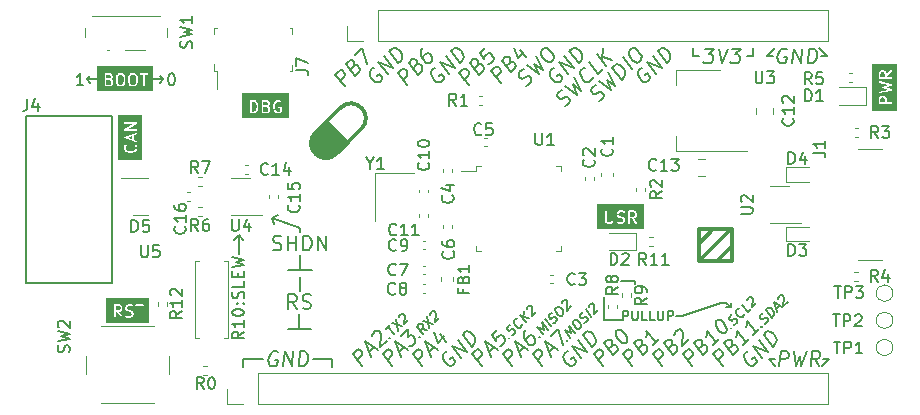
<source format=gbr>
%TF.GenerationSoftware,KiCad,Pcbnew,7.0.5-0*%
%TF.CreationDate,2024-02-18T02:25:47-06:00*%
%TF.ProjectId,STM32_BluePill,53544d33-325f-4426-9c75-6550696c6c2e,1*%
%TF.SameCoordinates,Original*%
%TF.FileFunction,Legend,Top*%
%TF.FilePolarity,Positive*%
%FSLAX46Y46*%
G04 Gerber Fmt 4.6, Leading zero omitted, Abs format (unit mm)*
G04 Created by KiCad (PCBNEW 7.0.5-0) date 2024-02-18 02:25:47*
%MOMM*%
%LPD*%
G01*
G04 APERTURE LIST*
%ADD10C,0.300000*%
%ADD11C,1.400000*%
%ADD12C,0.150000*%
%ADD13C,0.200000*%
%ADD14C,0.120000*%
%ADD15C,0.100000*%
%ADD16C,0.127000*%
G04 APERTURE END LIST*
D10*
X164225000Y-101275000D02*
X163025000Y-102475000D01*
X162695000Y-99765000D02*
X161545000Y-100915000D01*
X164125000Y-99875000D02*
X161675000Y-102325000D01*
X164275000Y-102475000D02*
X161525000Y-102475000D01*
X161525000Y-99725000D01*
X164275000Y-99725000D01*
X164275000Y-102475000D01*
D11*
X130594796Y-92505204D02*
G75*
G03*
X130594796Y-92505204I-700000J0D01*
G01*
D10*
X131733273Y-92434493D02*
X130778679Y-93389088D01*
X129010912Y-91621321D01*
X129965507Y-90666727D01*
X131733273Y-92434493D01*
G36*
X131733273Y-92434493D02*
G01*
X130778679Y-93389088D01*
X129010912Y-91621321D01*
X129965507Y-90666727D01*
X131733273Y-92434493D01*
G37*
X129010912Y-91621321D02*
G75*
G03*
X130778679Y-93389088I883884J-883883D01*
G01*
X132900000Y-91267767D02*
G75*
G03*
X131132233Y-89500000I-883884J883883D01*
G01*
X132900000Y-91267767D02*
X130778679Y-93389088D01*
X131132233Y-89500000D02*
X129010912Y-91621321D01*
D12*
X156064299Y-104184000D02*
X156064299Y-104384000D01*
X163800000Y-106000000D02*
X163360000Y-106000000D01*
X167248000Y-85091500D02*
X167898000Y-84391500D01*
X161448000Y-85091500D02*
X160948000Y-85091500D01*
X172498000Y-110731500D02*
X171868000Y-111391500D01*
X167748000Y-85091500D02*
X167248000Y-85091500D01*
X166048000Y-85091500D02*
X166048000Y-84391500D01*
X115273000Y-87091500D02*
X116123000Y-87091500D01*
X109948000Y-86791500D02*
X109698000Y-87091500D01*
X122848000Y-110741500D02*
X124598000Y-110741500D01*
X166048000Y-85091500D02*
X165548000Y-85091500D01*
X160014299Y-107084000D02*
X159574299Y-107084000D01*
X163800000Y-106000000D02*
X164200000Y-106400000D01*
X115873000Y-87391500D02*
X116123000Y-87091500D01*
X109698000Y-87091500D02*
X109948000Y-87391500D01*
X160948000Y-85091500D02*
X160948000Y-84391500D01*
X163360000Y-106000000D02*
X160014299Y-107084000D01*
X164200000Y-106400000D02*
X163800000Y-106400000D01*
X130448000Y-110741501D02*
X130448000Y-111441500D01*
X164200000Y-106400000D02*
X164200000Y-106000000D01*
X127698000Y-101991500D02*
X127698000Y-103241500D01*
X172498000Y-110731500D02*
X171998000Y-110731500D01*
X122500000Y-100300000D02*
X122100000Y-100700000D01*
X172298000Y-85091500D02*
X171648000Y-84391500D01*
X122500000Y-101900000D02*
X122500000Y-100300000D01*
X116123000Y-87091500D02*
X115873000Y-86791500D01*
X127698000Y-103241500D02*
X126698000Y-103241500D01*
X128798000Y-110741500D02*
X130448000Y-110741501D01*
X167878000Y-110731500D02*
X167378000Y-110731500D01*
X154864299Y-104184000D02*
X156064299Y-104184000D01*
X127700000Y-99700000D02*
X125300000Y-98800000D01*
X127648000Y-108191500D02*
X128648000Y-108191500D01*
X122500000Y-100300000D02*
X122900000Y-100700000D01*
X125300000Y-98800000D02*
X125800000Y-98600000D01*
X127698000Y-103800000D02*
X127700000Y-105000000D01*
X122848000Y-110741500D02*
X122848000Y-111441500D01*
X125300000Y-98800000D02*
X125500000Y-99300000D01*
X172298000Y-85091500D02*
X171798000Y-85091500D01*
X127648000Y-106941500D02*
X127648000Y-108191500D01*
X127698000Y-103241500D02*
X128698000Y-103241500D01*
X127700000Y-100000000D02*
X127700000Y-99700000D01*
X155024299Y-107484000D02*
X153474299Y-107484000D01*
X153464299Y-107484000D02*
X153464299Y-105484000D01*
X110548000Y-87091500D02*
X109698000Y-87091500D01*
X127648000Y-108191500D02*
X126648000Y-108191500D01*
X167378000Y-110731500D02*
X167948000Y-111391500D01*
X122874580Y-106063220D02*
X122922200Y-106015601D01*
X122922200Y-106015601D02*
X122969819Y-106063220D01*
X122969819Y-106063220D02*
X122922200Y-106110839D01*
X122922200Y-106110839D02*
X122874580Y-106063220D01*
X122874580Y-106063220D02*
X122969819Y-106063220D01*
X122350771Y-106063220D02*
X122398390Y-106015601D01*
X122398390Y-106015601D02*
X122446009Y-106063220D01*
X122446009Y-106063220D02*
X122398390Y-106110839D01*
X122398390Y-106110839D02*
X122350771Y-106063220D01*
X122350771Y-106063220D02*
X122446009Y-106063220D01*
X122922200Y-105634649D02*
X122969819Y-105491792D01*
X122969819Y-105491792D02*
X122969819Y-105253697D01*
X122969819Y-105253697D02*
X122922200Y-105158459D01*
X122922200Y-105158459D02*
X122874580Y-105110840D01*
X122874580Y-105110840D02*
X122779342Y-105063221D01*
X122779342Y-105063221D02*
X122684104Y-105063221D01*
X122684104Y-105063221D02*
X122588866Y-105110840D01*
X122588866Y-105110840D02*
X122541247Y-105158459D01*
X122541247Y-105158459D02*
X122493628Y-105253697D01*
X122493628Y-105253697D02*
X122446009Y-105444173D01*
X122446009Y-105444173D02*
X122398390Y-105539411D01*
X122398390Y-105539411D02*
X122350771Y-105587030D01*
X122350771Y-105587030D02*
X122255533Y-105634649D01*
X122255533Y-105634649D02*
X122160295Y-105634649D01*
X122160295Y-105634649D02*
X122065057Y-105587030D01*
X122065057Y-105587030D02*
X122017438Y-105539411D01*
X122017438Y-105539411D02*
X121969819Y-105444173D01*
X121969819Y-105444173D02*
X121969819Y-105206078D01*
X121969819Y-105206078D02*
X122017438Y-105063221D01*
X122969819Y-104158459D02*
X122969819Y-104634649D01*
X122969819Y-104634649D02*
X121969819Y-104634649D01*
X122446009Y-103825125D02*
X122446009Y-103491792D01*
X122969819Y-103348935D02*
X122969819Y-103825125D01*
X122969819Y-103825125D02*
X121969819Y-103825125D01*
X121969819Y-103825125D02*
X121969819Y-103348935D01*
X121969819Y-103015601D02*
X122969819Y-102777506D01*
X122969819Y-102777506D02*
X122255533Y-102587030D01*
X122255533Y-102587030D02*
X122969819Y-102396554D01*
X122969819Y-102396554D02*
X121969819Y-102158459D01*
X109358588Y-87586319D02*
X108787160Y-87586319D01*
X109072874Y-87586319D02*
X109072874Y-86586319D01*
X109072874Y-86586319D02*
X108977636Y-86729176D01*
X108977636Y-86729176D02*
X108882398Y-86824414D01*
X108882398Y-86824414D02*
X108787160Y-86872033D01*
D13*
X145630702Y-111327748D02*
X144857304Y-110333379D01*
X144857304Y-110333379D02*
X145194021Y-109996662D01*
X145194021Y-109996662D02*
X145315029Y-109959833D01*
X145315029Y-109959833D02*
X145393948Y-109965094D01*
X145393948Y-109965094D02*
X145509694Y-110017707D01*
X145509694Y-110017707D02*
X145620180Y-110159759D01*
X145620180Y-110159759D02*
X145651747Y-110296551D01*
X145651747Y-110296551D02*
X145646486Y-110385991D01*
X145646486Y-110385991D02*
X145599135Y-110517522D01*
X145599135Y-110517522D02*
X145262417Y-110854239D01*
X146251525Y-110201849D02*
X146672422Y-109780952D01*
X146388316Y-110570134D02*
X145909546Y-109281137D01*
X145909546Y-109281137D02*
X146977572Y-109980878D01*
X146877609Y-108313074D02*
X146709251Y-108481433D01*
X146709251Y-108481433D02*
X146661900Y-108612963D01*
X146661900Y-108612963D02*
X146656639Y-108702403D01*
X146656639Y-108702403D02*
X146682945Y-108928636D01*
X146682945Y-108928636D02*
X146788169Y-109160129D01*
X146788169Y-109160129D02*
X147082797Y-109538936D01*
X147082797Y-109538936D02*
X147198543Y-109591548D01*
X147198543Y-109591548D02*
X147277461Y-109596809D01*
X147277461Y-109596809D02*
X147398469Y-109559981D01*
X147398469Y-109559981D02*
X147566828Y-109391622D01*
X147566828Y-109391622D02*
X147614179Y-109260092D01*
X147614179Y-109260092D02*
X147619440Y-109170651D01*
X147619440Y-109170651D02*
X147587873Y-109033860D01*
X147587873Y-109033860D02*
X147403730Y-108797105D01*
X147403730Y-108797105D02*
X147287984Y-108744493D01*
X147287984Y-108744493D02*
X147209066Y-108739232D01*
X147209066Y-108739232D02*
X147088058Y-108776060D01*
X147088058Y-108776060D02*
X146919699Y-108944419D01*
X146919699Y-108944419D02*
X146872348Y-109075949D01*
X146872348Y-109075949D02*
X146867087Y-109165390D01*
X146867087Y-109165390D02*
X146898654Y-109302182D01*
X132930702Y-111327748D02*
X132157304Y-110333379D01*
X132157304Y-110333379D02*
X132494021Y-109996662D01*
X132494021Y-109996662D02*
X132615029Y-109959833D01*
X132615029Y-109959833D02*
X132693948Y-109965094D01*
X132693948Y-109965094D02*
X132809694Y-110017707D01*
X132809694Y-110017707D02*
X132920180Y-110159759D01*
X132920180Y-110159759D02*
X132951747Y-110296551D01*
X132951747Y-110296551D02*
X132946486Y-110385991D01*
X132946486Y-110385991D02*
X132899135Y-110517522D01*
X132899135Y-110517522D02*
X132562417Y-110854239D01*
X133551525Y-110201849D02*
X133972422Y-109780952D01*
X133688316Y-110570134D02*
X133209546Y-109281137D01*
X133209546Y-109281137D02*
X134277572Y-109980878D01*
X133830369Y-108828673D02*
X133835631Y-108739232D01*
X133835631Y-108739232D02*
X133882982Y-108607702D01*
X133882982Y-108607702D02*
X134093430Y-108397253D01*
X134093430Y-108397253D02*
X134214438Y-108360425D01*
X134214438Y-108360425D02*
X134293356Y-108365686D01*
X134293356Y-108365686D02*
X134409103Y-108418298D01*
X134409103Y-108418298D02*
X134482760Y-108513000D01*
X134482760Y-108513000D02*
X134551155Y-108697142D01*
X134551155Y-108697142D02*
X134488021Y-109770429D01*
X134488021Y-109770429D02*
X135035187Y-109223263D01*
D12*
G36*
X112666543Y-86720578D02*
G01*
X112738484Y-86792519D01*
X112778826Y-86953886D01*
X112778826Y-87268751D01*
X112738484Y-87430118D01*
X112666540Y-87502061D01*
X112598026Y-87536319D01*
X112442961Y-87536319D01*
X112374442Y-87502060D01*
X112302501Y-87430118D01*
X112262160Y-87268751D01*
X112262160Y-86953886D01*
X112302501Y-86792519D01*
X112374443Y-86720577D01*
X112442959Y-86686319D01*
X112598025Y-86686319D01*
X112666543Y-86720578D01*
G37*
G36*
X113714162Y-86720578D02*
G01*
X113786103Y-86792519D01*
X113826445Y-86953886D01*
X113826445Y-87268750D01*
X113786103Y-87430118D01*
X113714159Y-87502061D01*
X113645645Y-87536319D01*
X113490580Y-87536319D01*
X113422061Y-87502060D01*
X113350120Y-87430118D01*
X113309779Y-87268751D01*
X113309779Y-86953886D01*
X113350120Y-86792519D01*
X113422062Y-86720577D01*
X113490578Y-86686319D01*
X113645644Y-86686319D01*
X113714162Y-86720578D01*
G37*
G36*
X111670455Y-87200680D02*
G01*
X111696948Y-87227173D01*
X111731207Y-87295689D01*
X111731207Y-87403136D01*
X111696948Y-87471653D01*
X111666540Y-87502061D01*
X111598026Y-87536319D01*
X111309779Y-87536319D01*
X111309779Y-87162509D01*
X111555942Y-87162509D01*
X111670455Y-87200680D01*
G37*
G36*
X111618924Y-86720578D02*
G01*
X111649329Y-86750983D01*
X111683588Y-86819499D01*
X111683588Y-86879327D01*
X111649329Y-86947844D01*
X111618922Y-86978251D01*
X111551691Y-87011866D01*
X111548815Y-87011763D01*
X111547556Y-87012509D01*
X111309779Y-87012509D01*
X111309779Y-86686319D01*
X111550406Y-86686319D01*
X111618924Y-86720578D01*
G37*
G36*
X115298000Y-88109357D02*
G01*
X110530143Y-88109357D01*
X110530143Y-87622443D01*
X111157409Y-87622443D01*
X111164328Y-87637595D01*
X111169022Y-87653579D01*
X111173334Y-87657315D01*
X111175705Y-87662507D01*
X111189721Y-87671514D01*
X111202308Y-87682421D01*
X111207954Y-87683232D01*
X111212757Y-87686319D01*
X111229419Y-87686319D01*
X111245903Y-87688689D01*
X111251093Y-87686319D01*
X111611691Y-87686319D01*
X111629575Y-87688250D01*
X111643288Y-87681393D01*
X111657991Y-87677076D01*
X111662629Y-87671722D01*
X111736097Y-87634987D01*
X111748431Y-87632305D01*
X111763062Y-87617672D01*
X111778175Y-87603616D01*
X111778537Y-87602196D01*
X111804971Y-87575762D01*
X111815822Y-87569318D01*
X111825078Y-87550804D01*
X111834968Y-87532694D01*
X111834863Y-87531234D01*
X111871485Y-87457990D01*
X111881207Y-87442864D01*
X111881207Y-87427534D01*
X111883921Y-87412451D01*
X111881207Y-87405907D01*
X111881206Y-87282015D01*
X111881984Y-87274811D01*
X112109058Y-87274811D01*
X112112160Y-87287218D01*
X112112160Y-87288767D01*
X112114764Y-87297636D01*
X112161740Y-87485542D01*
X112166174Y-87505922D01*
X112174954Y-87514702D01*
X112181235Y-87525407D01*
X112190203Y-87529951D01*
X112270334Y-87610083D01*
X112276779Y-87620934D01*
X112295280Y-87630184D01*
X112313402Y-87640080D01*
X112314862Y-87639975D01*
X112388106Y-87676597D01*
X112403233Y-87686319D01*
X112418563Y-87686319D01*
X112433646Y-87689033D01*
X112440190Y-87686319D01*
X112611691Y-87686319D01*
X112629575Y-87688250D01*
X112643288Y-87681393D01*
X112657991Y-87677076D01*
X112662629Y-87671722D01*
X112736098Y-87634987D01*
X112748430Y-87632305D01*
X112763055Y-87617679D01*
X112778175Y-87603616D01*
X112778537Y-87602196D01*
X112858420Y-87522313D01*
X112873627Y-87508016D01*
X112876638Y-87495968D01*
X112882587Y-87485075D01*
X112881869Y-87475045D01*
X112923593Y-87308148D01*
X112928826Y-87300007D01*
X112928826Y-87287219D01*
X112929202Y-87285715D01*
X112928826Y-87276468D01*
X112928826Y-87274811D01*
X113156677Y-87274811D01*
X113159779Y-87287218D01*
X113159779Y-87288767D01*
X113162383Y-87297636D01*
X113209359Y-87485542D01*
X113213793Y-87505922D01*
X113222573Y-87514702D01*
X113228854Y-87525407D01*
X113237822Y-87529951D01*
X113317953Y-87610083D01*
X113324398Y-87620934D01*
X113342899Y-87630184D01*
X113361021Y-87640080D01*
X113362481Y-87639975D01*
X113435725Y-87676597D01*
X113450852Y-87686319D01*
X113466182Y-87686319D01*
X113481265Y-87689033D01*
X113487809Y-87686319D01*
X113659310Y-87686319D01*
X113677194Y-87688250D01*
X113690907Y-87681393D01*
X113705610Y-87677076D01*
X113710248Y-87671722D01*
X113783717Y-87634987D01*
X113796049Y-87632305D01*
X113810674Y-87617679D01*
X113825794Y-87603616D01*
X113826156Y-87602196D01*
X113906039Y-87522313D01*
X113921246Y-87508016D01*
X113924257Y-87495968D01*
X113930206Y-87485075D01*
X113929488Y-87475045D01*
X113971212Y-87308148D01*
X113976445Y-87300007D01*
X113976445Y-87287219D01*
X113976821Y-87285715D01*
X113976445Y-87276468D01*
X113976445Y-86956994D01*
X113979547Y-86947826D01*
X113976445Y-86935418D01*
X113976445Y-86933870D01*
X113973840Y-86925000D01*
X113926864Y-86737097D01*
X113922431Y-86716715D01*
X113913651Y-86707935D01*
X113907370Y-86697229D01*
X113898399Y-86692683D01*
X113828159Y-86622443D01*
X114109790Y-86622443D01*
X114128086Y-86662507D01*
X114165138Y-86686319D01*
X114397874Y-86686319D01*
X114397874Y-87622101D01*
X114407117Y-87653579D01*
X114440403Y-87682421D01*
X114483998Y-87688689D01*
X114524062Y-87670393D01*
X114547874Y-87633341D01*
X114547874Y-86686319D01*
X114769370Y-86686319D01*
X114800848Y-86677076D01*
X114829690Y-86643790D01*
X114835958Y-86600195D01*
X114817662Y-86560131D01*
X114780610Y-86536319D01*
X114478234Y-86536319D01*
X114461750Y-86533949D01*
X114456560Y-86536319D01*
X114176378Y-86536319D01*
X114144900Y-86545562D01*
X114116058Y-86578848D01*
X114109790Y-86622443D01*
X113828159Y-86622443D01*
X113818269Y-86612553D01*
X113811826Y-86601704D01*
X113793325Y-86592453D01*
X113775203Y-86582558D01*
X113773742Y-86582662D01*
X113700501Y-86546042D01*
X113685372Y-86536319D01*
X113670042Y-86536319D01*
X113654959Y-86533605D01*
X113648415Y-86536319D01*
X113476905Y-86536319D01*
X113459030Y-86534389D01*
X113445320Y-86541243D01*
X113430614Y-86545562D01*
X113425974Y-86550916D01*
X113352505Y-86587650D01*
X113340175Y-86590333D01*
X113325555Y-86604952D01*
X113310430Y-86619022D01*
X113310067Y-86620440D01*
X113230176Y-86700331D01*
X113214978Y-86714622D01*
X113211966Y-86726666D01*
X113206018Y-86737561D01*
X113206735Y-86747591D01*
X113165011Y-86914488D01*
X113159779Y-86922630D01*
X113159779Y-86935418D01*
X113159403Y-86936922D01*
X113159779Y-86946168D01*
X113159779Y-87265642D01*
X113156677Y-87274811D01*
X112928826Y-87274811D01*
X112928826Y-86956994D01*
X112931928Y-86947826D01*
X112928826Y-86935418D01*
X112928826Y-86933870D01*
X112926221Y-86925000D01*
X112879245Y-86737097D01*
X112874812Y-86716715D01*
X112866032Y-86707935D01*
X112859751Y-86697229D01*
X112850780Y-86692683D01*
X112770650Y-86612553D01*
X112764207Y-86601704D01*
X112745706Y-86592453D01*
X112727584Y-86582558D01*
X112726123Y-86582662D01*
X112652882Y-86546042D01*
X112637753Y-86536319D01*
X112622423Y-86536319D01*
X112607340Y-86533605D01*
X112600796Y-86536319D01*
X112429286Y-86536319D01*
X112411411Y-86534389D01*
X112397701Y-86541243D01*
X112382995Y-86545562D01*
X112378355Y-86550916D01*
X112304886Y-86587650D01*
X112292556Y-86590333D01*
X112277936Y-86604952D01*
X112262811Y-86619022D01*
X112262448Y-86620440D01*
X112182557Y-86700331D01*
X112167359Y-86714622D01*
X112164347Y-86726666D01*
X112158399Y-86737561D01*
X112159116Y-86747591D01*
X112117392Y-86914488D01*
X112112160Y-86922630D01*
X112112160Y-86935418D01*
X112111784Y-86936922D01*
X112112160Y-86946168D01*
X112112160Y-87265642D01*
X112109058Y-87274811D01*
X111881984Y-87274811D01*
X111883137Y-87264141D01*
X111876282Y-87250431D01*
X111871964Y-87235725D01*
X111866609Y-87231085D01*
X111829875Y-87157616D01*
X111827193Y-87145286D01*
X111812573Y-87130666D01*
X111798504Y-87115541D01*
X111797085Y-87115178D01*
X111766855Y-87084948D01*
X111755578Y-87070941D01*
X111742668Y-87066637D01*
X111757353Y-87051952D01*
X111768203Y-87045509D01*
X111777457Y-87026999D01*
X111787348Y-87008886D01*
X111787243Y-87007427D01*
X111823866Y-86934181D01*
X111833588Y-86919055D01*
X111833588Y-86903725D01*
X111836302Y-86888642D01*
X111833588Y-86882098D01*
X111833588Y-86805825D01*
X111835518Y-86787951D01*
X111828663Y-86774241D01*
X111824345Y-86759535D01*
X111818990Y-86754895D01*
X111782256Y-86681426D01*
X111779574Y-86669096D01*
X111764954Y-86654476D01*
X111750885Y-86639351D01*
X111749466Y-86638988D01*
X111723031Y-86612553D01*
X111716588Y-86601704D01*
X111698087Y-86592453D01*
X111679965Y-86582558D01*
X111678504Y-86582662D01*
X111605263Y-86546042D01*
X111590134Y-86536319D01*
X111574804Y-86536319D01*
X111559721Y-86533605D01*
X111553177Y-86536319D01*
X111240139Y-86536319D01*
X111223655Y-86533949D01*
X111208502Y-86540868D01*
X111192519Y-86545562D01*
X111188782Y-86549874D01*
X111183591Y-86552245D01*
X111174583Y-86566261D01*
X111163677Y-86578848D01*
X111162865Y-86584494D01*
X111159779Y-86589297D01*
X111159779Y-86605959D01*
X111157409Y-86622443D01*
X111159779Y-86627632D01*
X111159779Y-87082149D01*
X111157409Y-87098633D01*
X111159779Y-87103822D01*
X111159779Y-87605959D01*
X111157409Y-87622443D01*
X110530143Y-87622443D01*
X110530143Y-85998643D01*
X115298000Y-85998643D01*
X115298000Y-88109357D01*
G37*
X147979214Y-108863546D02*
X148029722Y-108866913D01*
X148029722Y-108866913D02*
X148026355Y-108924155D01*
X148026355Y-108924155D02*
X147975847Y-108920788D01*
X147975847Y-108920788D02*
X147979214Y-108863546D01*
X147979214Y-108863546D02*
X148026355Y-108924155D01*
X148295729Y-108654781D02*
X147800754Y-108018385D01*
X147800754Y-108018385D02*
X148342869Y-108284392D01*
X148342869Y-108284392D02*
X148177878Y-107641262D01*
X148177878Y-107641262D02*
X148672852Y-108277658D01*
X148942226Y-108008283D02*
X148447252Y-107371887D01*
X149161093Y-107735542D02*
X149265475Y-107685035D01*
X149265475Y-107685035D02*
X149400162Y-107550348D01*
X149400162Y-107550348D02*
X149430467Y-107466168D01*
X149430467Y-107466168D02*
X149433834Y-107408927D01*
X149433834Y-107408927D02*
X149413631Y-107321380D01*
X149413631Y-107321380D02*
X149366490Y-107260771D01*
X149366490Y-107260771D02*
X149292412Y-107227099D01*
X149292412Y-107227099D02*
X149241905Y-107223732D01*
X149241905Y-107223732D02*
X149164460Y-107247302D01*
X149164460Y-107247302D02*
X149033140Y-107324747D01*
X149033140Y-107324747D02*
X148955695Y-107348317D01*
X148955695Y-107348317D02*
X148905187Y-107344950D01*
X148905187Y-107344950D02*
X148831109Y-107311278D01*
X148831109Y-107311278D02*
X148783969Y-107250669D01*
X148783969Y-107250669D02*
X148763766Y-107163123D01*
X148763766Y-107163123D02*
X148767133Y-107105881D01*
X148767133Y-107105881D02*
X148797438Y-107021701D01*
X148797438Y-107021701D02*
X148932125Y-106887014D01*
X148932125Y-106887014D02*
X149036507Y-106836507D01*
X149363123Y-106456016D02*
X149470873Y-106348266D01*
X149470873Y-106348266D02*
X149548318Y-106324696D01*
X149548318Y-106324696D02*
X149649333Y-106331430D01*
X149649333Y-106331430D02*
X149770551Y-106425711D01*
X149770551Y-106425711D02*
X149935543Y-106637843D01*
X149935543Y-106637843D02*
X150002887Y-106785999D01*
X150002887Y-106785999D02*
X149996152Y-106900483D01*
X149996152Y-106900483D02*
X149965848Y-106984662D01*
X149965848Y-106984662D02*
X149858098Y-107092412D01*
X149858098Y-107092412D02*
X149780653Y-107115982D01*
X149780653Y-107115982D02*
X149679638Y-107109248D01*
X149679638Y-107109248D02*
X149558419Y-107014967D01*
X149558419Y-107014967D02*
X149393428Y-106802835D01*
X149393428Y-106802835D02*
X149326084Y-106654679D01*
X149326084Y-106654679D02*
X149332819Y-106540195D01*
X149332819Y-106540195D02*
X149363123Y-106456016D01*
X149868199Y-106058689D02*
X149871567Y-106001447D01*
X149871567Y-106001447D02*
X149901871Y-105917268D01*
X149901871Y-105917268D02*
X150036558Y-105782581D01*
X150036558Y-105782581D02*
X150114003Y-105759011D01*
X150114003Y-105759011D02*
X150164511Y-105762378D01*
X150164511Y-105762378D02*
X150238589Y-105796050D01*
X150238589Y-105796050D02*
X150285729Y-105856659D01*
X150285729Y-105856659D02*
X150329502Y-105974510D01*
X150329502Y-105974510D02*
X150289096Y-106661414D01*
X150289096Y-106661414D02*
X150639282Y-106311227D01*
D13*
X160930702Y-111327748D02*
X160157304Y-110333379D01*
X160157304Y-110333379D02*
X160494021Y-109996662D01*
X160494021Y-109996662D02*
X160615029Y-109959833D01*
X160615029Y-109959833D02*
X160693948Y-109965094D01*
X160693948Y-109965094D02*
X160809694Y-110017707D01*
X160809694Y-110017707D02*
X160920180Y-110159759D01*
X160920180Y-110159759D02*
X160951747Y-110296551D01*
X160951747Y-110296551D02*
X160946486Y-110385991D01*
X160946486Y-110385991D02*
X160899135Y-110517522D01*
X160899135Y-110517522D02*
X160562417Y-110854239D01*
X161704100Y-109628377D02*
X161867198Y-109549459D01*
X161867198Y-109549459D02*
X161946116Y-109554720D01*
X161946116Y-109554720D02*
X162061862Y-109607332D01*
X162061862Y-109607332D02*
X162172348Y-109749385D01*
X162172348Y-109749385D02*
X162203915Y-109886176D01*
X162203915Y-109886176D02*
X162198654Y-109975617D01*
X162198654Y-109975617D02*
X162151303Y-110107147D01*
X162151303Y-110107147D02*
X161814585Y-110443865D01*
X161814585Y-110443865D02*
X161041187Y-109449496D01*
X161041187Y-109449496D02*
X161335815Y-109154868D01*
X161335815Y-109154868D02*
X161456823Y-109118039D01*
X161456823Y-109118039D02*
X161535741Y-109123301D01*
X161535741Y-109123301D02*
X161651488Y-109175913D01*
X161651488Y-109175913D02*
X161725145Y-109270615D01*
X161725145Y-109270615D02*
X161756712Y-109407406D01*
X161756712Y-109407406D02*
X161751451Y-109496847D01*
X161751451Y-109496847D02*
X161704100Y-109628377D01*
X161704100Y-109628377D02*
X161409472Y-109923005D01*
X163161456Y-109096995D02*
X162656379Y-109602071D01*
X162908917Y-109349533D02*
X162135519Y-108355164D01*
X162135519Y-108355164D02*
X162161825Y-108581396D01*
X162161825Y-108581396D02*
X162151303Y-108760277D01*
X162151303Y-108760277D02*
X162103952Y-108891807D01*
X162935223Y-107555460D02*
X163019403Y-107471281D01*
X163019403Y-107471281D02*
X163140411Y-107434452D01*
X163140411Y-107434452D02*
X163219329Y-107439713D01*
X163219329Y-107439713D02*
X163335075Y-107492325D01*
X163335075Y-107492325D02*
X163524479Y-107639639D01*
X163524479Y-107639639D02*
X163708621Y-107876394D01*
X163708621Y-107876394D02*
X163813846Y-108107887D01*
X163813846Y-108107887D02*
X163845413Y-108244679D01*
X163845413Y-108244679D02*
X163840152Y-108334119D01*
X163840152Y-108334119D02*
X163792801Y-108465649D01*
X163792801Y-108465649D02*
X163708621Y-108549829D01*
X163708621Y-108549829D02*
X163587614Y-108586657D01*
X163587614Y-108586657D02*
X163508695Y-108581396D01*
X163508695Y-108581396D02*
X163392949Y-108528784D01*
X163392949Y-108528784D02*
X163203545Y-108381470D01*
X163203545Y-108381470D02*
X163019403Y-108144716D01*
X163019403Y-108144716D02*
X162914178Y-107913222D01*
X162914178Y-107913222D02*
X162882611Y-107776431D01*
X162882611Y-107776431D02*
X162887872Y-107686990D01*
X162887872Y-107686990D02*
X162935223Y-107555460D01*
D12*
G36*
X177151964Y-88642551D02*
G01*
X177182369Y-88672956D01*
X177216628Y-88741472D01*
X177216628Y-89029720D01*
X176842819Y-89029720D01*
X176842819Y-88741474D01*
X176877078Y-88672956D01*
X176907483Y-88642550D01*
X176975999Y-88608292D01*
X177083446Y-88608292D01*
X177151964Y-88642551D01*
G37*
G36*
X177151964Y-86499694D02*
G01*
X177182369Y-86530099D01*
X177216628Y-86598615D01*
X177216628Y-86719896D01*
X177214758Y-86737941D01*
X177216628Y-86741641D01*
X177216628Y-86886863D01*
X176842819Y-86886863D01*
X176842819Y-86598617D01*
X176877077Y-86530099D01*
X176907483Y-86499693D01*
X176975999Y-86465435D01*
X177083446Y-86465435D01*
X177151964Y-86499694D01*
G37*
G36*
X178265857Y-89809357D02*
G01*
X176155143Y-89809357D01*
X176155143Y-88732159D01*
X176690105Y-88732159D01*
X176692819Y-88738702D01*
X176692819Y-89099360D01*
X176690449Y-89115844D01*
X176697368Y-89130996D01*
X176702062Y-89146980D01*
X176706374Y-89150716D01*
X176708745Y-89155908D01*
X176722761Y-89164915D01*
X176735348Y-89175822D01*
X176740994Y-89176633D01*
X176745797Y-89179720D01*
X176762459Y-89179720D01*
X176778943Y-89182090D01*
X176784133Y-89179720D01*
X177286268Y-89179720D01*
X177302752Y-89182090D01*
X177307942Y-89179720D01*
X177778601Y-89179720D01*
X177810079Y-89170477D01*
X177838921Y-89137191D01*
X177845189Y-89093596D01*
X177826893Y-89053532D01*
X177789841Y-89029720D01*
X177366628Y-89029720D01*
X177366628Y-88727798D01*
X177368558Y-88709924D01*
X177361703Y-88696214D01*
X177357385Y-88681508D01*
X177352030Y-88676868D01*
X177315296Y-88603399D01*
X177312614Y-88591069D01*
X177297994Y-88576449D01*
X177283925Y-88561324D01*
X177282506Y-88560961D01*
X177256071Y-88534526D01*
X177249628Y-88523677D01*
X177231127Y-88514426D01*
X177213005Y-88504531D01*
X177211544Y-88504635D01*
X177138303Y-88468015D01*
X177123174Y-88458292D01*
X177107844Y-88458292D01*
X177092761Y-88455578D01*
X177086217Y-88458292D01*
X176962326Y-88458292D01*
X176944451Y-88456362D01*
X176930741Y-88463216D01*
X176916035Y-88467535D01*
X176911395Y-88472889D01*
X176837926Y-88509623D01*
X176825596Y-88512306D01*
X176810976Y-88526925D01*
X176795851Y-88540995D01*
X176795488Y-88542413D01*
X176769053Y-88568848D01*
X176758204Y-88575292D01*
X176748953Y-88593792D01*
X176739058Y-88611915D01*
X176739162Y-88613375D01*
X176702542Y-88686616D01*
X176692819Y-88701746D01*
X176692819Y-88717076D01*
X176690105Y-88732159D01*
X176155143Y-88732159D01*
X176155143Y-87335717D01*
X176689976Y-87335717D01*
X176698495Y-87378929D01*
X176729024Y-87410676D01*
X177461301Y-87585027D01*
X177042781Y-87696632D01*
X177029643Y-87696961D01*
X177012973Y-87708272D01*
X176995757Y-87718739D01*
X176994871Y-87720556D01*
X176993198Y-87721692D01*
X176985287Y-87740225D01*
X176976465Y-87758333D01*
X176976702Y-87760340D01*
X176975909Y-87762200D01*
X176979275Y-87782073D01*
X176981642Y-87802071D01*
X176982926Y-87803630D01*
X176983264Y-87805625D01*
X176996837Y-87820519D01*
X177009643Y-87836068D01*
X177011568Y-87836686D01*
X177012930Y-87838180D01*
X177032386Y-87843368D01*
X177051579Y-87849529D01*
X177053533Y-87849007D01*
X177461303Y-87957746D01*
X176739959Y-88129495D01*
X176711478Y-88145777D01*
X176691130Y-88184839D01*
X176695130Y-88228700D01*
X176722208Y-88263437D01*
X176763767Y-88278019D01*
X177777547Y-88036643D01*
X177791709Y-88036289D01*
X177807547Y-88025541D01*
X177824161Y-88016044D01*
X177825592Y-88013296D01*
X177828154Y-88011558D01*
X177835664Y-87993959D01*
X177844509Y-87976982D01*
X177844227Y-87973897D01*
X177845443Y-87971050D01*
X177842247Y-87952182D01*
X177840509Y-87933121D01*
X177838605Y-87930678D01*
X177838088Y-87927625D01*
X177825196Y-87913477D01*
X177813430Y-87898384D01*
X177810507Y-87897358D01*
X177808422Y-87895070D01*
X177789934Y-87890139D01*
X177771871Y-87883802D01*
X177768857Y-87884519D01*
X177344611Y-87771386D01*
X177779552Y-87655402D01*
X177793699Y-87654668D01*
X177809241Y-87643500D01*
X177825596Y-87633559D01*
X177826952Y-87630774D01*
X177829467Y-87628968D01*
X177836504Y-87611169D01*
X177844887Y-87593965D01*
X177844523Y-87590890D01*
X177845662Y-87588010D01*
X177841960Y-87569232D01*
X177839711Y-87550227D01*
X177837742Y-87547836D01*
X177837143Y-87544798D01*
X177823875Y-87531000D01*
X177811709Y-87516230D01*
X177808761Y-87515283D01*
X177806614Y-87513051D01*
X177787993Y-87508617D01*
X177769773Y-87502769D01*
X177766780Y-87503566D01*
X176774702Y-87267358D01*
X176741939Y-87269059D01*
X176706171Y-87294759D01*
X176689976Y-87335717D01*
X176155143Y-87335717D01*
X176155143Y-86589302D01*
X176690105Y-86589302D01*
X176692819Y-86595845D01*
X176692819Y-86956503D01*
X176690449Y-86972987D01*
X176697368Y-86988139D01*
X176702062Y-87004123D01*
X176706374Y-87007859D01*
X176708745Y-87013051D01*
X176722761Y-87022058D01*
X176735348Y-87032965D01*
X176740994Y-87033776D01*
X176745797Y-87036863D01*
X176762459Y-87036863D01*
X176778943Y-87039233D01*
X176784133Y-87036863D01*
X177286268Y-87036863D01*
X177302752Y-87039233D01*
X177307942Y-87036863D01*
X177778601Y-87036863D01*
X177810079Y-87027620D01*
X177838921Y-86994334D01*
X177845189Y-86950739D01*
X177826893Y-86910675D01*
X177789841Y-86886863D01*
X177366628Y-86886863D01*
X177366628Y-86762816D01*
X177819662Y-86445694D01*
X177840149Y-86420071D01*
X177844689Y-86376262D01*
X177824824Y-86336953D01*
X177786860Y-86314623D01*
X177742851Y-86316364D01*
X177367238Y-86579292D01*
X177368558Y-86567067D01*
X177361703Y-86553357D01*
X177357385Y-86538651D01*
X177352030Y-86534011D01*
X177315296Y-86460542D01*
X177312614Y-86448212D01*
X177297994Y-86433592D01*
X177283925Y-86418467D01*
X177282506Y-86418104D01*
X177256071Y-86391669D01*
X177249628Y-86380820D01*
X177231127Y-86371569D01*
X177213005Y-86361674D01*
X177211544Y-86361778D01*
X177138303Y-86325158D01*
X177123174Y-86315435D01*
X177107844Y-86315435D01*
X177092761Y-86312721D01*
X177086217Y-86315435D01*
X176962326Y-86315435D01*
X176944451Y-86313505D01*
X176930741Y-86320359D01*
X176916035Y-86324678D01*
X176911395Y-86330032D01*
X176837926Y-86366766D01*
X176825596Y-86369449D01*
X176810976Y-86384068D01*
X176795851Y-86398138D01*
X176795488Y-86399556D01*
X176769053Y-86425991D01*
X176758204Y-86432435D01*
X176748953Y-86450935D01*
X176739058Y-86469058D01*
X176739162Y-86470518D01*
X176702542Y-86543759D01*
X176692819Y-86558889D01*
X176692819Y-86574219D01*
X176690105Y-86589302D01*
X176155143Y-86589302D01*
X176155143Y-85755786D01*
X178265857Y-85755786D01*
X178265857Y-89809357D01*
G37*
D13*
X156669119Y-86106244D02*
X156548111Y-86143072D01*
X156548111Y-86143072D02*
X156421842Y-86269341D01*
X156421842Y-86269341D02*
X156332402Y-86442961D01*
X156332402Y-86442961D02*
X156321879Y-86621842D01*
X156321879Y-86621842D02*
X156353446Y-86758634D01*
X156353446Y-86758634D02*
X156458671Y-86990127D01*
X156458671Y-86990127D02*
X156569156Y-87132180D01*
X156569156Y-87132180D02*
X156758560Y-87279494D01*
X156758560Y-87279494D02*
X156874306Y-87332106D01*
X156874306Y-87332106D02*
X157032143Y-87342628D01*
X157032143Y-87342628D02*
X157195240Y-87263710D01*
X157195240Y-87263710D02*
X157279420Y-87179531D01*
X157279420Y-87179531D02*
X157368860Y-87005911D01*
X157368860Y-87005911D02*
X157374121Y-86916470D01*
X157374121Y-86916470D02*
X157116322Y-86585014D01*
X157116322Y-86585014D02*
X156947963Y-86753373D01*
X157826585Y-86632365D02*
X157053187Y-85637996D01*
X157053187Y-85637996D02*
X158331662Y-86127288D01*
X158331662Y-86127288D02*
X157558264Y-85132919D01*
X158752559Y-85706391D02*
X157979161Y-84712022D01*
X157979161Y-84712022D02*
X158189609Y-84501574D01*
X158189609Y-84501574D02*
X158352707Y-84422656D01*
X158352707Y-84422656D02*
X158510543Y-84433178D01*
X158510543Y-84433178D02*
X158626290Y-84485790D01*
X158626290Y-84485790D02*
X158815693Y-84633104D01*
X158815693Y-84633104D02*
X158926179Y-84775157D01*
X158926179Y-84775157D02*
X159031403Y-85006650D01*
X159031403Y-85006650D02*
X159062970Y-85143442D01*
X159062970Y-85143442D02*
X159052448Y-85322323D01*
X159052448Y-85322323D02*
X158963007Y-85495943D01*
X158963007Y-85495943D02*
X158752559Y-85706391D01*
X136780702Y-87577748D02*
X136007304Y-86583379D01*
X136007304Y-86583379D02*
X136344021Y-86246662D01*
X136344021Y-86246662D02*
X136465029Y-86209833D01*
X136465029Y-86209833D02*
X136543948Y-86215094D01*
X136543948Y-86215094D02*
X136659694Y-86267707D01*
X136659694Y-86267707D02*
X136770180Y-86409759D01*
X136770180Y-86409759D02*
X136801747Y-86546551D01*
X136801747Y-86546551D02*
X136796486Y-86635991D01*
X136796486Y-86635991D02*
X136749135Y-86767522D01*
X136749135Y-86767522D02*
X136412417Y-87104239D01*
X137554100Y-85878377D02*
X137717198Y-85799459D01*
X137717198Y-85799459D02*
X137796116Y-85804720D01*
X137796116Y-85804720D02*
X137911862Y-85857332D01*
X137911862Y-85857332D02*
X138022348Y-85999385D01*
X138022348Y-85999385D02*
X138053915Y-86136176D01*
X138053915Y-86136176D02*
X138048654Y-86225617D01*
X138048654Y-86225617D02*
X138001303Y-86357147D01*
X138001303Y-86357147D02*
X137664585Y-86693865D01*
X137664585Y-86693865D02*
X136891187Y-85699496D01*
X136891187Y-85699496D02*
X137185815Y-85404868D01*
X137185815Y-85404868D02*
X137306823Y-85368039D01*
X137306823Y-85368039D02*
X137385741Y-85373301D01*
X137385741Y-85373301D02*
X137501488Y-85425913D01*
X137501488Y-85425913D02*
X137575145Y-85520615D01*
X137575145Y-85520615D02*
X137606712Y-85657406D01*
X137606712Y-85657406D02*
X137601451Y-85746847D01*
X137601451Y-85746847D02*
X137554100Y-85878377D01*
X137554100Y-85878377D02*
X137259472Y-86173005D01*
X138153878Y-84436805D02*
X137985519Y-84605164D01*
X137985519Y-84605164D02*
X137938168Y-84736694D01*
X137938168Y-84736694D02*
X137932907Y-84826135D01*
X137932907Y-84826135D02*
X137959213Y-85052367D01*
X137959213Y-85052367D02*
X138064438Y-85283860D01*
X138064438Y-85283860D02*
X138359065Y-85662667D01*
X138359065Y-85662667D02*
X138474812Y-85715279D01*
X138474812Y-85715279D02*
X138553730Y-85720541D01*
X138553730Y-85720541D02*
X138674738Y-85683712D01*
X138674738Y-85683712D02*
X138843097Y-85515353D01*
X138843097Y-85515353D02*
X138890448Y-85383823D01*
X138890448Y-85383823D02*
X138895709Y-85294383D01*
X138895709Y-85294383D02*
X138864142Y-85157591D01*
X138864142Y-85157591D02*
X138679999Y-84920837D01*
X138679999Y-84920837D02*
X138564253Y-84868224D01*
X138564253Y-84868224D02*
X138485334Y-84862963D01*
X138485334Y-84862963D02*
X138364327Y-84899792D01*
X138364327Y-84899792D02*
X138195968Y-85068150D01*
X138195968Y-85068150D02*
X138148617Y-85199681D01*
X138148617Y-85199681D02*
X138143356Y-85289121D01*
X138143356Y-85289121D02*
X138174923Y-85425913D01*
D12*
G36*
X123877217Y-89002990D02*
G01*
X123951329Y-89077102D01*
X123989823Y-89154088D01*
X124033207Y-89327623D01*
X124033207Y-89452013D01*
X123989823Y-89625545D01*
X123951329Y-89702534D01*
X123877217Y-89776647D01*
X123762702Y-89814819D01*
X123611779Y-89814819D01*
X123611779Y-88964819D01*
X123762704Y-88964819D01*
X123877217Y-89002990D01*
G37*
G36*
X124972455Y-89479180D02*
G01*
X124998948Y-89505673D01*
X125033207Y-89574189D01*
X125033207Y-89681636D01*
X124998948Y-89750153D01*
X124968540Y-89780561D01*
X124900026Y-89814819D01*
X124611779Y-89814819D01*
X124611779Y-89441009D01*
X124857942Y-89441009D01*
X124972455Y-89479180D01*
G37*
G36*
X124920923Y-88999077D02*
G01*
X124951329Y-89029483D01*
X124985588Y-89097999D01*
X124985588Y-89157827D01*
X124951329Y-89226344D01*
X124920922Y-89256751D01*
X124853691Y-89290366D01*
X124850815Y-89290263D01*
X124849556Y-89291009D01*
X124611779Y-89291009D01*
X124611779Y-88964819D01*
X124852406Y-88964819D01*
X124920923Y-88999077D01*
G37*
G36*
X126742857Y-90387857D02*
G01*
X122832143Y-90387857D01*
X122832143Y-89900943D01*
X123459409Y-89900943D01*
X123466328Y-89916095D01*
X123471022Y-89932079D01*
X123475334Y-89935815D01*
X123477705Y-89941007D01*
X123491721Y-89950014D01*
X123504308Y-89960921D01*
X123509954Y-89961732D01*
X123514757Y-89964819D01*
X123531419Y-89964819D01*
X123547903Y-89967189D01*
X123553093Y-89964819D01*
X123765472Y-89964819D01*
X123777699Y-89967934D01*
X123797311Y-89961396D01*
X123817134Y-89955576D01*
X123818092Y-89954469D01*
X123937618Y-89914627D01*
X123955192Y-89910805D01*
X123965053Y-89900943D01*
X124459409Y-89900943D01*
X124466328Y-89916095D01*
X124471022Y-89932079D01*
X124475334Y-89935815D01*
X124477705Y-89941007D01*
X124491721Y-89950014D01*
X124504308Y-89960921D01*
X124509954Y-89961732D01*
X124514757Y-89964819D01*
X124531419Y-89964819D01*
X124547903Y-89967189D01*
X124553093Y-89964819D01*
X124913691Y-89964819D01*
X124931575Y-89966750D01*
X124945288Y-89959893D01*
X124959991Y-89955576D01*
X124964629Y-89950222D01*
X125038097Y-89913487D01*
X125050431Y-89910805D01*
X125065062Y-89896172D01*
X125080175Y-89882116D01*
X125080537Y-89880696D01*
X125106971Y-89854262D01*
X125117822Y-89847818D01*
X125127078Y-89829304D01*
X125136968Y-89811194D01*
X125136863Y-89809734D01*
X125173485Y-89736490D01*
X125183207Y-89721364D01*
X125183207Y-89706034D01*
X125185921Y-89690951D01*
X125183207Y-89684407D01*
X125183206Y-89560515D01*
X125185137Y-89542641D01*
X125178282Y-89528931D01*
X125173964Y-89514225D01*
X125168609Y-89509585D01*
X125142853Y-89458073D01*
X125411058Y-89458073D01*
X125414160Y-89470481D01*
X125414160Y-89472029D01*
X125416764Y-89480898D01*
X125460778Y-89656953D01*
X125459848Y-89665567D01*
X125466014Y-89677900D01*
X125466633Y-89680373D01*
X125470815Y-89687500D01*
X125513110Y-89772090D01*
X125515793Y-89784422D01*
X125530422Y-89799051D01*
X125544482Y-89814167D01*
X125545900Y-89814529D01*
X125623748Y-89892378D01*
X125635027Y-89906387D01*
X125649568Y-89911234D01*
X125663021Y-89918580D01*
X125670089Y-89918074D01*
X125789856Y-89957997D01*
X125800471Y-89964819D01*
X125821150Y-89964819D01*
X125841790Y-89965565D01*
X125843049Y-89964819D01*
X125908329Y-89964819D01*
X125920556Y-89967934D01*
X125940168Y-89961396D01*
X125959991Y-89955576D01*
X125960949Y-89954469D01*
X126080473Y-89914628D01*
X126098050Y-89910805D01*
X126108891Y-89899962D01*
X126121473Y-89891219D01*
X126124180Y-89884673D01*
X126151671Y-89857180D01*
X126159395Y-89853654D01*
X126166943Y-89841908D01*
X126168864Y-89839988D01*
X126172743Y-89832883D01*
X126183207Y-89816602D01*
X126183207Y-89813721D01*
X126184587Y-89811194D01*
X126183206Y-89791905D01*
X126183207Y-89466606D01*
X126185577Y-89450123D01*
X126178657Y-89434970D01*
X126173964Y-89418987D01*
X126169651Y-89415250D01*
X126167281Y-89410059D01*
X126153264Y-89401051D01*
X126140678Y-89390145D01*
X126135031Y-89389333D01*
X126130229Y-89386247D01*
X126113567Y-89386247D01*
X126097083Y-89383877D01*
X126091893Y-89386247D01*
X125906949Y-89386247D01*
X125875471Y-89395490D01*
X125846629Y-89428776D01*
X125840361Y-89472371D01*
X125858657Y-89512435D01*
X125895709Y-89536247D01*
X126033207Y-89536247D01*
X126033207Y-89763514D01*
X126020074Y-89776647D01*
X125905559Y-89814819D01*
X125834663Y-89814819D01*
X125720148Y-89776647D01*
X125646036Y-89702533D01*
X125607543Y-89625547D01*
X125564160Y-89452013D01*
X125564160Y-89327624D01*
X125607543Y-89154091D01*
X125646037Y-89077102D01*
X125720149Y-89002990D01*
X125834664Y-88964819D01*
X125947644Y-88964819D01*
X126036690Y-89009342D01*
X126068979Y-89015152D01*
X126109662Y-88998279D01*
X126134764Y-88962089D01*
X126136317Y-88918073D01*
X126113826Y-88880204D01*
X126002501Y-88824542D01*
X125987372Y-88814819D01*
X125972042Y-88814819D01*
X125956959Y-88812105D01*
X125950415Y-88814819D01*
X125831895Y-88814819D01*
X125819667Y-88811704D01*
X125800047Y-88818243D01*
X125780233Y-88824062D01*
X125779274Y-88825168D01*
X125659745Y-88865010D01*
X125642175Y-88868833D01*
X125631336Y-88879671D01*
X125618750Y-88888419D01*
X125616041Y-88894966D01*
X125538013Y-88972994D01*
X125527164Y-88979438D01*
X125517913Y-88997938D01*
X125508018Y-89016061D01*
X125508122Y-89017521D01*
X125475670Y-89082425D01*
X125469359Y-89088360D01*
X125466014Y-89101737D01*
X125464875Y-89104017D01*
X125463411Y-89112149D01*
X125419392Y-89288226D01*
X125414160Y-89296368D01*
X125414160Y-89309155D01*
X125413784Y-89310660D01*
X125414160Y-89319906D01*
X125414160Y-89448904D01*
X125411058Y-89458073D01*
X125142853Y-89458073D01*
X125131875Y-89436116D01*
X125129193Y-89423786D01*
X125114573Y-89409166D01*
X125100504Y-89394041D01*
X125099085Y-89393678D01*
X125068855Y-89363448D01*
X125057578Y-89349441D01*
X125044668Y-89345137D01*
X125059353Y-89330452D01*
X125070203Y-89324009D01*
X125079457Y-89305499D01*
X125089348Y-89287386D01*
X125089243Y-89285927D01*
X125125866Y-89212681D01*
X125135588Y-89197555D01*
X125135588Y-89182225D01*
X125138302Y-89167142D01*
X125135588Y-89160598D01*
X125135588Y-89084325D01*
X125137518Y-89066451D01*
X125130663Y-89052741D01*
X125126345Y-89038035D01*
X125120990Y-89033395D01*
X125084256Y-88959926D01*
X125081574Y-88947596D01*
X125066954Y-88932976D01*
X125052885Y-88917851D01*
X125051466Y-88917488D01*
X125025031Y-88891053D01*
X125018588Y-88880204D01*
X125000087Y-88870953D01*
X124981965Y-88861058D01*
X124980504Y-88861162D01*
X124907263Y-88824542D01*
X124892134Y-88814819D01*
X124876804Y-88814819D01*
X124861721Y-88812105D01*
X124855177Y-88814819D01*
X124542139Y-88814819D01*
X124525655Y-88812449D01*
X124510502Y-88819368D01*
X124494519Y-88824062D01*
X124490782Y-88828374D01*
X124485591Y-88830745D01*
X124476583Y-88844761D01*
X124465677Y-88857348D01*
X124464865Y-88862994D01*
X124461779Y-88867797D01*
X124461779Y-88884459D01*
X124459409Y-88900943D01*
X124461778Y-88906132D01*
X124461779Y-89360649D01*
X124459409Y-89377133D01*
X124461778Y-89382322D01*
X124461779Y-89884459D01*
X124459409Y-89900943D01*
X123965053Y-89900943D01*
X123966032Y-89899964D01*
X123978616Y-89891219D01*
X123981323Y-89884672D01*
X124059353Y-89806642D01*
X124070203Y-89800199D01*
X124079453Y-89781698D01*
X124089349Y-89763575D01*
X124089244Y-89762115D01*
X124121696Y-89697212D01*
X124128008Y-89691278D01*
X124131352Y-89677900D01*
X124132492Y-89675621D01*
X124133955Y-89667488D01*
X124177974Y-89491410D01*
X124183207Y-89483269D01*
X124183207Y-89470481D01*
X124183583Y-89468977D01*
X124183207Y-89459730D01*
X124183207Y-89330732D01*
X124186309Y-89321564D01*
X124183207Y-89309155D01*
X124183207Y-89307608D01*
X124180602Y-89298738D01*
X124136588Y-89122681D01*
X124137518Y-89114070D01*
X124131352Y-89101739D01*
X124130734Y-89099264D01*
X124126546Y-89092125D01*
X124084256Y-89007545D01*
X124081574Y-88995215D01*
X124066954Y-88980595D01*
X124052885Y-88965470D01*
X124051466Y-88965107D01*
X123973617Y-88887258D01*
X123962340Y-88873251D01*
X123947798Y-88868403D01*
X123934346Y-88861058D01*
X123927278Y-88861563D01*
X123807511Y-88821641D01*
X123796896Y-88814819D01*
X123776216Y-88814819D01*
X123755577Y-88814073D01*
X123754318Y-88814819D01*
X123542139Y-88814819D01*
X123525655Y-88812449D01*
X123510502Y-88819368D01*
X123494519Y-88824062D01*
X123490782Y-88828374D01*
X123485591Y-88830745D01*
X123476583Y-88844761D01*
X123465677Y-88857348D01*
X123464865Y-88862994D01*
X123461779Y-88867797D01*
X123461779Y-88884459D01*
X123459409Y-88900943D01*
X123461778Y-88906132D01*
X123461779Y-89884459D01*
X123459409Y-89900943D01*
X122832143Y-89900943D01*
X122832143Y-88277143D01*
X126742857Y-88277143D01*
X126742857Y-90387857D01*
G37*
D13*
X131480702Y-87677748D02*
X130707304Y-86683379D01*
X130707304Y-86683379D02*
X131044021Y-86346662D01*
X131044021Y-86346662D02*
X131165029Y-86309833D01*
X131165029Y-86309833D02*
X131243948Y-86315094D01*
X131243948Y-86315094D02*
X131359694Y-86367707D01*
X131359694Y-86367707D02*
X131470180Y-86509759D01*
X131470180Y-86509759D02*
X131501747Y-86646551D01*
X131501747Y-86646551D02*
X131496486Y-86735991D01*
X131496486Y-86735991D02*
X131449135Y-86867522D01*
X131449135Y-86867522D02*
X131112417Y-87204239D01*
X132254100Y-85978377D02*
X132417198Y-85899459D01*
X132417198Y-85899459D02*
X132496116Y-85904720D01*
X132496116Y-85904720D02*
X132611862Y-85957332D01*
X132611862Y-85957332D02*
X132722348Y-86099385D01*
X132722348Y-86099385D02*
X132753915Y-86236176D01*
X132753915Y-86236176D02*
X132748654Y-86325617D01*
X132748654Y-86325617D02*
X132701303Y-86457147D01*
X132701303Y-86457147D02*
X132364585Y-86793865D01*
X132364585Y-86793865D02*
X131591187Y-85799496D01*
X131591187Y-85799496D02*
X131885815Y-85504868D01*
X131885815Y-85504868D02*
X132006823Y-85468039D01*
X132006823Y-85468039D02*
X132085741Y-85473301D01*
X132085741Y-85473301D02*
X132201488Y-85525913D01*
X132201488Y-85525913D02*
X132275145Y-85620615D01*
X132275145Y-85620615D02*
X132306712Y-85757406D01*
X132306712Y-85757406D02*
X132301451Y-85846847D01*
X132301451Y-85846847D02*
X132254100Y-85978377D01*
X132254100Y-85978377D02*
X131959472Y-86273005D01*
X132390892Y-84999792D02*
X132980147Y-84410536D01*
X132980147Y-84410536D02*
X133374738Y-85783712D01*
X162006958Y-84478123D02*
X162780768Y-84478123D01*
X162780768Y-84478123D02*
X162304578Y-84954314D01*
X162304578Y-84954314D02*
X162483149Y-84954314D01*
X162483149Y-84954314D02*
X162594756Y-85013838D01*
X162594756Y-85013838D02*
X162646839Y-85073361D01*
X162646839Y-85073361D02*
X162691482Y-85192409D01*
X162691482Y-85192409D02*
X162654280Y-85490028D01*
X162654280Y-85490028D02*
X162579875Y-85609076D01*
X162579875Y-85609076D02*
X162512911Y-85668600D01*
X162512911Y-85668600D02*
X162386423Y-85728123D01*
X162386423Y-85728123D02*
X162029280Y-85728123D01*
X162029280Y-85728123D02*
X161917673Y-85668600D01*
X161917673Y-85668600D02*
X161865589Y-85609076D01*
X163137911Y-84478123D02*
X163398327Y-85728123D01*
X163398327Y-85728123D02*
X163971244Y-84478123D01*
X164268863Y-84478123D02*
X165042673Y-84478123D01*
X165042673Y-84478123D02*
X164566483Y-84954314D01*
X164566483Y-84954314D02*
X164745054Y-84954314D01*
X164745054Y-84954314D02*
X164856661Y-85013838D01*
X164856661Y-85013838D02*
X164908744Y-85073361D01*
X164908744Y-85073361D02*
X164953387Y-85192409D01*
X164953387Y-85192409D02*
X164916185Y-85490028D01*
X164916185Y-85490028D02*
X164841780Y-85609076D01*
X164841780Y-85609076D02*
X164774816Y-85668600D01*
X164774816Y-85668600D02*
X164648328Y-85728123D01*
X164648328Y-85728123D02*
X164291185Y-85728123D01*
X164291185Y-85728123D02*
X164179578Y-85668600D01*
X164179578Y-85668600D02*
X164127494Y-85609076D01*
X158380702Y-111327748D02*
X157607304Y-110333379D01*
X157607304Y-110333379D02*
X157944021Y-109996662D01*
X157944021Y-109996662D02*
X158065029Y-109959833D01*
X158065029Y-109959833D02*
X158143948Y-109965094D01*
X158143948Y-109965094D02*
X158259694Y-110017707D01*
X158259694Y-110017707D02*
X158370180Y-110159759D01*
X158370180Y-110159759D02*
X158401747Y-110296551D01*
X158401747Y-110296551D02*
X158396486Y-110385991D01*
X158396486Y-110385991D02*
X158349135Y-110517522D01*
X158349135Y-110517522D02*
X158012417Y-110854239D01*
X159154100Y-109628377D02*
X159317198Y-109549459D01*
X159317198Y-109549459D02*
X159396116Y-109554720D01*
X159396116Y-109554720D02*
X159511862Y-109607332D01*
X159511862Y-109607332D02*
X159622348Y-109749385D01*
X159622348Y-109749385D02*
X159653915Y-109886176D01*
X159653915Y-109886176D02*
X159648654Y-109975617D01*
X159648654Y-109975617D02*
X159601303Y-110107147D01*
X159601303Y-110107147D02*
X159264585Y-110443865D01*
X159264585Y-110443865D02*
X158491187Y-109449496D01*
X158491187Y-109449496D02*
X158785815Y-109154868D01*
X158785815Y-109154868D02*
X158906823Y-109118039D01*
X158906823Y-109118039D02*
X158985741Y-109123301D01*
X158985741Y-109123301D02*
X159101488Y-109175913D01*
X159101488Y-109175913D02*
X159175145Y-109270615D01*
X159175145Y-109270615D02*
X159206712Y-109407406D01*
X159206712Y-109407406D02*
X159201451Y-109496847D01*
X159201451Y-109496847D02*
X159154100Y-109628377D01*
X159154100Y-109628377D02*
X158859472Y-109923005D01*
X159406638Y-108702404D02*
X159411899Y-108612963D01*
X159411899Y-108612963D02*
X159459250Y-108481433D01*
X159459250Y-108481433D02*
X159669699Y-108270984D01*
X159669699Y-108270984D02*
X159790707Y-108234156D01*
X159790707Y-108234156D02*
X159869625Y-108239417D01*
X159869625Y-108239417D02*
X159985371Y-108292029D01*
X159985371Y-108292029D02*
X160059028Y-108386731D01*
X160059028Y-108386731D02*
X160127424Y-108570874D01*
X160127424Y-108570874D02*
X160064290Y-109644161D01*
X160064290Y-109644161D02*
X160611456Y-109096995D01*
X141980702Y-87577748D02*
X141207304Y-86583379D01*
X141207304Y-86583379D02*
X141544021Y-86246662D01*
X141544021Y-86246662D02*
X141665029Y-86209833D01*
X141665029Y-86209833D02*
X141743948Y-86215094D01*
X141743948Y-86215094D02*
X141859694Y-86267707D01*
X141859694Y-86267707D02*
X141970180Y-86409759D01*
X141970180Y-86409759D02*
X142001747Y-86546551D01*
X142001747Y-86546551D02*
X141996486Y-86635991D01*
X141996486Y-86635991D02*
X141949135Y-86767522D01*
X141949135Y-86767522D02*
X141612417Y-87104239D01*
X142754100Y-85878377D02*
X142917198Y-85799459D01*
X142917198Y-85799459D02*
X142996116Y-85804720D01*
X142996116Y-85804720D02*
X143111862Y-85857332D01*
X143111862Y-85857332D02*
X143222348Y-85999385D01*
X143222348Y-85999385D02*
X143253915Y-86136176D01*
X143253915Y-86136176D02*
X143248654Y-86225617D01*
X143248654Y-86225617D02*
X143201303Y-86357147D01*
X143201303Y-86357147D02*
X142864585Y-86693865D01*
X142864585Y-86693865D02*
X142091187Y-85699496D01*
X142091187Y-85699496D02*
X142385815Y-85404868D01*
X142385815Y-85404868D02*
X142506823Y-85368039D01*
X142506823Y-85368039D02*
X142585741Y-85373301D01*
X142585741Y-85373301D02*
X142701488Y-85425913D01*
X142701488Y-85425913D02*
X142775145Y-85520615D01*
X142775145Y-85520615D02*
X142806712Y-85657406D01*
X142806712Y-85657406D02*
X142801451Y-85746847D01*
X142801451Y-85746847D02*
X142754100Y-85878377D01*
X142754100Y-85878377D02*
X142459472Y-86173005D01*
X143395968Y-84394715D02*
X142975071Y-84815612D01*
X142975071Y-84815612D02*
X143301266Y-85331211D01*
X143301266Y-85331211D02*
X143306527Y-85241770D01*
X143306527Y-85241770D02*
X143353878Y-85110240D01*
X143353878Y-85110240D02*
X143564327Y-84899792D01*
X143564327Y-84899792D02*
X143685334Y-84862963D01*
X143685334Y-84862963D02*
X143764253Y-84868224D01*
X143764253Y-84868224D02*
X143879999Y-84920837D01*
X143879999Y-84920837D02*
X144064142Y-85157591D01*
X144064142Y-85157591D02*
X144095709Y-85294383D01*
X144095709Y-85294383D02*
X144090448Y-85383823D01*
X144090448Y-85383823D02*
X144043097Y-85515353D01*
X144043097Y-85515353D02*
X143832648Y-85725802D01*
X143832648Y-85725802D02*
X143711640Y-85762630D01*
X143711640Y-85762630D02*
X143632722Y-85757369D01*
X163480702Y-111327748D02*
X162707304Y-110333379D01*
X162707304Y-110333379D02*
X163044021Y-109996662D01*
X163044021Y-109996662D02*
X163165029Y-109959833D01*
X163165029Y-109959833D02*
X163243948Y-109965094D01*
X163243948Y-109965094D02*
X163359694Y-110017707D01*
X163359694Y-110017707D02*
X163470180Y-110159759D01*
X163470180Y-110159759D02*
X163501747Y-110296551D01*
X163501747Y-110296551D02*
X163496486Y-110385991D01*
X163496486Y-110385991D02*
X163449135Y-110517522D01*
X163449135Y-110517522D02*
X163112417Y-110854239D01*
X164254100Y-109628377D02*
X164417198Y-109549459D01*
X164417198Y-109549459D02*
X164496116Y-109554720D01*
X164496116Y-109554720D02*
X164611862Y-109607332D01*
X164611862Y-109607332D02*
X164722348Y-109749385D01*
X164722348Y-109749385D02*
X164753915Y-109886176D01*
X164753915Y-109886176D02*
X164748654Y-109975617D01*
X164748654Y-109975617D02*
X164701303Y-110107147D01*
X164701303Y-110107147D02*
X164364585Y-110443865D01*
X164364585Y-110443865D02*
X163591187Y-109449496D01*
X163591187Y-109449496D02*
X163885815Y-109154868D01*
X163885815Y-109154868D02*
X164006823Y-109118039D01*
X164006823Y-109118039D02*
X164085741Y-109123301D01*
X164085741Y-109123301D02*
X164201488Y-109175913D01*
X164201488Y-109175913D02*
X164275145Y-109270615D01*
X164275145Y-109270615D02*
X164306712Y-109407406D01*
X164306712Y-109407406D02*
X164301451Y-109496847D01*
X164301451Y-109496847D02*
X164254100Y-109628377D01*
X164254100Y-109628377D02*
X163959472Y-109923005D01*
X165711456Y-109096995D02*
X165206379Y-109602071D01*
X165458917Y-109349533D02*
X164685519Y-108355164D01*
X164685519Y-108355164D02*
X164711825Y-108581396D01*
X164711825Y-108581396D02*
X164701303Y-108760277D01*
X164701303Y-108760277D02*
X164653952Y-108891807D01*
X166553249Y-108255201D02*
X166048173Y-108760277D01*
X166300711Y-108507739D02*
X165527313Y-107513370D01*
X165527313Y-107513370D02*
X165553619Y-107739602D01*
X165553619Y-107739602D02*
X165543097Y-107918483D01*
X165543097Y-107918483D02*
X165495746Y-108050014D01*
D12*
X145379214Y-108963546D02*
X145429722Y-108966913D01*
X145429722Y-108966913D02*
X145426355Y-109024155D01*
X145426355Y-109024155D02*
X145375847Y-109020788D01*
X145375847Y-109020788D02*
X145379214Y-108963546D01*
X145379214Y-108963546D02*
X145426355Y-109024155D01*
X145645221Y-108751414D02*
X145749603Y-108700906D01*
X145749603Y-108700906D02*
X145884290Y-108566219D01*
X145884290Y-108566219D02*
X145914595Y-108482040D01*
X145914595Y-108482040D02*
X145917962Y-108424798D01*
X145917962Y-108424798D02*
X145897759Y-108337252D01*
X145897759Y-108337252D02*
X145850619Y-108276642D01*
X145850619Y-108276642D02*
X145776541Y-108242971D01*
X145776541Y-108242971D02*
X145726033Y-108239603D01*
X145726033Y-108239603D02*
X145648588Y-108263174D01*
X145648588Y-108263174D02*
X145517268Y-108340619D01*
X145517268Y-108340619D02*
X145439823Y-108364189D01*
X145439823Y-108364189D02*
X145389316Y-108360822D01*
X145389316Y-108360822D02*
X145315238Y-108327150D01*
X145315238Y-108327150D02*
X145268097Y-108266541D01*
X145268097Y-108266541D02*
X145247894Y-108178994D01*
X145247894Y-108178994D02*
X145251262Y-108121752D01*
X145251262Y-108121752D02*
X145281566Y-108037573D01*
X145281566Y-108037573D02*
X145416253Y-107902886D01*
X145416253Y-107902886D02*
X145520636Y-107852378D01*
X146510585Y-107832175D02*
X146507218Y-107889417D01*
X146507218Y-107889417D02*
X146449976Y-108000534D01*
X146449976Y-108000534D02*
X146396101Y-108054409D01*
X146396101Y-108054409D02*
X146291719Y-108104916D01*
X146291719Y-108104916D02*
X146190704Y-108098182D01*
X146190704Y-108098182D02*
X146116626Y-108064510D01*
X146116626Y-108064510D02*
X145995407Y-107970229D01*
X145995407Y-107970229D02*
X145924697Y-107879316D01*
X145924697Y-107879316D02*
X145857353Y-107731160D01*
X145857353Y-107731160D02*
X145837150Y-107643613D01*
X145837150Y-107643613D02*
X145843885Y-107529129D01*
X145843885Y-107529129D02*
X145901126Y-107418013D01*
X145901126Y-107418013D02*
X145955001Y-107364138D01*
X145955001Y-107364138D02*
X146059384Y-107313630D01*
X146059384Y-107313630D02*
X146109891Y-107316997D01*
X146800162Y-107650348D02*
X146305188Y-107013952D01*
X147123411Y-107327099D02*
X146598132Y-107205881D01*
X146628436Y-106690703D02*
X146588030Y-107377606D01*
X146891076Y-106535813D02*
X146894443Y-106478571D01*
X146894443Y-106478571D02*
X146924748Y-106394391D01*
X146924748Y-106394391D02*
X147059435Y-106259704D01*
X147059435Y-106259704D02*
X147136880Y-106236134D01*
X147136880Y-106236134D02*
X147187387Y-106239501D01*
X147187387Y-106239501D02*
X147261465Y-106273173D01*
X147261465Y-106273173D02*
X147308606Y-106333782D01*
X147308606Y-106333782D02*
X147352379Y-106451633D01*
X147352379Y-106451633D02*
X147311973Y-107138537D01*
X147311973Y-107138537D02*
X147662159Y-106788351D01*
D13*
X144680702Y-87377748D02*
X143907304Y-86383379D01*
X143907304Y-86383379D02*
X144244021Y-86046662D01*
X144244021Y-86046662D02*
X144365029Y-86009833D01*
X144365029Y-86009833D02*
X144443948Y-86015094D01*
X144443948Y-86015094D02*
X144559694Y-86067707D01*
X144559694Y-86067707D02*
X144670180Y-86209759D01*
X144670180Y-86209759D02*
X144701747Y-86346551D01*
X144701747Y-86346551D02*
X144696486Y-86435991D01*
X144696486Y-86435991D02*
X144649135Y-86567522D01*
X144649135Y-86567522D02*
X144312417Y-86904239D01*
X145454100Y-85678377D02*
X145617198Y-85599459D01*
X145617198Y-85599459D02*
X145696116Y-85604720D01*
X145696116Y-85604720D02*
X145811862Y-85657332D01*
X145811862Y-85657332D02*
X145922348Y-85799385D01*
X145922348Y-85799385D02*
X145953915Y-85936176D01*
X145953915Y-85936176D02*
X145948654Y-86025617D01*
X145948654Y-86025617D02*
X145901303Y-86157147D01*
X145901303Y-86157147D02*
X145564585Y-86493865D01*
X145564585Y-86493865D02*
X144791187Y-85499496D01*
X144791187Y-85499496D02*
X145085815Y-85204868D01*
X145085815Y-85204868D02*
X145206823Y-85168039D01*
X145206823Y-85168039D02*
X145285741Y-85173301D01*
X145285741Y-85173301D02*
X145401488Y-85225913D01*
X145401488Y-85225913D02*
X145475145Y-85320615D01*
X145475145Y-85320615D02*
X145506712Y-85457406D01*
X145506712Y-85457406D02*
X145501451Y-85546847D01*
X145501451Y-85546847D02*
X145454100Y-85678377D01*
X145454100Y-85678377D02*
X145159472Y-85973005D01*
X146311677Y-84568261D02*
X146827276Y-85231174D01*
X145806601Y-84399903D02*
X146148580Y-85320615D01*
X146148580Y-85320615D02*
X146695746Y-84773449D01*
X153330702Y-111327748D02*
X152557304Y-110333379D01*
X152557304Y-110333379D02*
X152894021Y-109996662D01*
X152894021Y-109996662D02*
X153015029Y-109959833D01*
X153015029Y-109959833D02*
X153093948Y-109965094D01*
X153093948Y-109965094D02*
X153209694Y-110017707D01*
X153209694Y-110017707D02*
X153320180Y-110159759D01*
X153320180Y-110159759D02*
X153351747Y-110296551D01*
X153351747Y-110296551D02*
X153346486Y-110385991D01*
X153346486Y-110385991D02*
X153299135Y-110517522D01*
X153299135Y-110517522D02*
X152962417Y-110854239D01*
X154104100Y-109628377D02*
X154267198Y-109549459D01*
X154267198Y-109549459D02*
X154346116Y-109554720D01*
X154346116Y-109554720D02*
X154461862Y-109607332D01*
X154461862Y-109607332D02*
X154572348Y-109749385D01*
X154572348Y-109749385D02*
X154603915Y-109886176D01*
X154603915Y-109886176D02*
X154598654Y-109975617D01*
X154598654Y-109975617D02*
X154551303Y-110107147D01*
X154551303Y-110107147D02*
X154214585Y-110443865D01*
X154214585Y-110443865D02*
X153441187Y-109449496D01*
X153441187Y-109449496D02*
X153735815Y-109154868D01*
X153735815Y-109154868D02*
X153856823Y-109118039D01*
X153856823Y-109118039D02*
X153935741Y-109123301D01*
X153935741Y-109123301D02*
X154051488Y-109175913D01*
X154051488Y-109175913D02*
X154125145Y-109270615D01*
X154125145Y-109270615D02*
X154156712Y-109407406D01*
X154156712Y-109407406D02*
X154151451Y-109496847D01*
X154151451Y-109496847D02*
X154104100Y-109628377D01*
X154104100Y-109628377D02*
X153809472Y-109923005D01*
X154493430Y-108397254D02*
X154577609Y-108313074D01*
X154577609Y-108313074D02*
X154698617Y-108276246D01*
X154698617Y-108276246D02*
X154777535Y-108281507D01*
X154777535Y-108281507D02*
X154893282Y-108334119D01*
X154893282Y-108334119D02*
X155082685Y-108481433D01*
X155082685Y-108481433D02*
X155266828Y-108718187D01*
X155266828Y-108718187D02*
X155372052Y-108949681D01*
X155372052Y-108949681D02*
X155403619Y-109086472D01*
X155403619Y-109086472D02*
X155398358Y-109175913D01*
X155398358Y-109175913D02*
X155351007Y-109307443D01*
X155351007Y-109307443D02*
X155266828Y-109391622D01*
X155266828Y-109391622D02*
X155145820Y-109428451D01*
X155145820Y-109428451D02*
X155066902Y-109423190D01*
X155066902Y-109423190D02*
X154951155Y-109370578D01*
X154951155Y-109370578D02*
X154761751Y-109223264D01*
X154761751Y-109223264D02*
X154577609Y-108986509D01*
X154577609Y-108986509D02*
X154472385Y-108755016D01*
X154472385Y-108755016D02*
X154440818Y-108618224D01*
X154440818Y-108618224D02*
X154446079Y-108528784D01*
X154446079Y-108528784D02*
X154493430Y-108397254D01*
X125417673Y-101518600D02*
X125596244Y-101578123D01*
X125596244Y-101578123D02*
X125893863Y-101578123D01*
X125893863Y-101578123D02*
X126012911Y-101518600D01*
X126012911Y-101518600D02*
X126072435Y-101459076D01*
X126072435Y-101459076D02*
X126131958Y-101340028D01*
X126131958Y-101340028D02*
X126131958Y-101220980D01*
X126131958Y-101220980D02*
X126072435Y-101101933D01*
X126072435Y-101101933D02*
X126012911Y-101042409D01*
X126012911Y-101042409D02*
X125893863Y-100982885D01*
X125893863Y-100982885D02*
X125655768Y-100923361D01*
X125655768Y-100923361D02*
X125536720Y-100863838D01*
X125536720Y-100863838D02*
X125477197Y-100804314D01*
X125477197Y-100804314D02*
X125417673Y-100685266D01*
X125417673Y-100685266D02*
X125417673Y-100566219D01*
X125417673Y-100566219D02*
X125477197Y-100447171D01*
X125477197Y-100447171D02*
X125536720Y-100387647D01*
X125536720Y-100387647D02*
X125655768Y-100328123D01*
X125655768Y-100328123D02*
X125953387Y-100328123D01*
X125953387Y-100328123D02*
X126131958Y-100387647D01*
X126667673Y-101578123D02*
X126667673Y-100328123D01*
X126667673Y-100923361D02*
X127381958Y-100923361D01*
X127381958Y-101578123D02*
X127381958Y-100328123D01*
X127977197Y-101578123D02*
X127977197Y-100328123D01*
X127977197Y-100328123D02*
X128274816Y-100328123D01*
X128274816Y-100328123D02*
X128453387Y-100387647D01*
X128453387Y-100387647D02*
X128572435Y-100506695D01*
X128572435Y-100506695D02*
X128631958Y-100625742D01*
X128631958Y-100625742D02*
X128691482Y-100863838D01*
X128691482Y-100863838D02*
X128691482Y-101042409D01*
X128691482Y-101042409D02*
X128631958Y-101280504D01*
X128631958Y-101280504D02*
X128572435Y-101399552D01*
X128572435Y-101399552D02*
X128453387Y-101518600D01*
X128453387Y-101518600D02*
X128274816Y-101578123D01*
X128274816Y-101578123D02*
X127977197Y-101578123D01*
X129227197Y-101578123D02*
X129227197Y-100328123D01*
X129227197Y-100328123D02*
X129941482Y-101578123D01*
X129941482Y-101578123D02*
X129941482Y-100328123D01*
X133957119Y-86117744D02*
X133836111Y-86154572D01*
X133836111Y-86154572D02*
X133709842Y-86280841D01*
X133709842Y-86280841D02*
X133620402Y-86454461D01*
X133620402Y-86454461D02*
X133609879Y-86633342D01*
X133609879Y-86633342D02*
X133641446Y-86770134D01*
X133641446Y-86770134D02*
X133746671Y-87001627D01*
X133746671Y-87001627D02*
X133857156Y-87143680D01*
X133857156Y-87143680D02*
X134046560Y-87290994D01*
X134046560Y-87290994D02*
X134162306Y-87343606D01*
X134162306Y-87343606D02*
X134320143Y-87354128D01*
X134320143Y-87354128D02*
X134483240Y-87275210D01*
X134483240Y-87275210D02*
X134567420Y-87191031D01*
X134567420Y-87191031D02*
X134656860Y-87017411D01*
X134656860Y-87017411D02*
X134662121Y-86927970D01*
X134662121Y-86927970D02*
X134404322Y-86596514D01*
X134404322Y-86596514D02*
X134235963Y-86764873D01*
X135114585Y-86643865D02*
X134341187Y-85649496D01*
X134341187Y-85649496D02*
X135619662Y-86138788D01*
X135619662Y-86138788D02*
X134846264Y-85144419D01*
X136040559Y-85717891D02*
X135267161Y-84723522D01*
X135267161Y-84723522D02*
X135477609Y-84513074D01*
X135477609Y-84513074D02*
X135640707Y-84434156D01*
X135640707Y-84434156D02*
X135798543Y-84444678D01*
X135798543Y-84444678D02*
X135914290Y-84497290D01*
X135914290Y-84497290D02*
X136103693Y-84644604D01*
X136103693Y-84644604D02*
X136214179Y-84786657D01*
X136214179Y-84786657D02*
X136319403Y-85018150D01*
X136319403Y-85018150D02*
X136350970Y-85154942D01*
X136350970Y-85154942D02*
X136340448Y-85333823D01*
X136340448Y-85333823D02*
X136251007Y-85507443D01*
X136251007Y-85507443D02*
X136040559Y-85717891D01*
X150357119Y-110117744D02*
X150236111Y-110154572D01*
X150236111Y-110154572D02*
X150109842Y-110280841D01*
X150109842Y-110280841D02*
X150020402Y-110454461D01*
X150020402Y-110454461D02*
X150009879Y-110633342D01*
X150009879Y-110633342D02*
X150041446Y-110770134D01*
X150041446Y-110770134D02*
X150146671Y-111001627D01*
X150146671Y-111001627D02*
X150257156Y-111143680D01*
X150257156Y-111143680D02*
X150446560Y-111290994D01*
X150446560Y-111290994D02*
X150562306Y-111343606D01*
X150562306Y-111343606D02*
X150720143Y-111354128D01*
X150720143Y-111354128D02*
X150883240Y-111275210D01*
X150883240Y-111275210D02*
X150967420Y-111191031D01*
X150967420Y-111191031D02*
X151056860Y-111017411D01*
X151056860Y-111017411D02*
X151062121Y-110927970D01*
X151062121Y-110927970D02*
X150804322Y-110596514D01*
X150804322Y-110596514D02*
X150635963Y-110764873D01*
X151514585Y-110643865D02*
X150741187Y-109649496D01*
X150741187Y-109649496D02*
X152019662Y-110138788D01*
X152019662Y-110138788D02*
X151246264Y-109144419D01*
X152440559Y-109717891D02*
X151667161Y-108723522D01*
X151667161Y-108723522D02*
X151877609Y-108513074D01*
X151877609Y-108513074D02*
X152040707Y-108434156D01*
X152040707Y-108434156D02*
X152198543Y-108444678D01*
X152198543Y-108444678D02*
X152314290Y-108497290D01*
X152314290Y-108497290D02*
X152503693Y-108644604D01*
X152503693Y-108644604D02*
X152614179Y-108786657D01*
X152614179Y-108786657D02*
X152719403Y-109018150D01*
X152719403Y-109018150D02*
X152750970Y-109154942D01*
X152750970Y-109154942D02*
X152740448Y-109333823D01*
X152740448Y-109333823D02*
X152651007Y-109507443D01*
X152651007Y-109507443D02*
X152440559Y-109717891D01*
X165657119Y-110117744D02*
X165536111Y-110154572D01*
X165536111Y-110154572D02*
X165409842Y-110280841D01*
X165409842Y-110280841D02*
X165320402Y-110454461D01*
X165320402Y-110454461D02*
X165309879Y-110633342D01*
X165309879Y-110633342D02*
X165341446Y-110770134D01*
X165341446Y-110770134D02*
X165446671Y-111001627D01*
X165446671Y-111001627D02*
X165557156Y-111143680D01*
X165557156Y-111143680D02*
X165746560Y-111290994D01*
X165746560Y-111290994D02*
X165862306Y-111343606D01*
X165862306Y-111343606D02*
X166020143Y-111354128D01*
X166020143Y-111354128D02*
X166183240Y-111275210D01*
X166183240Y-111275210D02*
X166267420Y-111191031D01*
X166267420Y-111191031D02*
X166356860Y-111017411D01*
X166356860Y-111017411D02*
X166362121Y-110927970D01*
X166362121Y-110927970D02*
X166104322Y-110596514D01*
X166104322Y-110596514D02*
X165935963Y-110764873D01*
X166814585Y-110643865D02*
X166041187Y-109649496D01*
X166041187Y-109649496D02*
X167319662Y-110138788D01*
X167319662Y-110138788D02*
X166546264Y-109144419D01*
X167740559Y-109717891D02*
X166967161Y-108723522D01*
X166967161Y-108723522D02*
X167177609Y-108513074D01*
X167177609Y-108513074D02*
X167340707Y-108434156D01*
X167340707Y-108434156D02*
X167498543Y-108444678D01*
X167498543Y-108444678D02*
X167614290Y-108497290D01*
X167614290Y-108497290D02*
X167803693Y-108644604D01*
X167803693Y-108644604D02*
X167914179Y-108786657D01*
X167914179Y-108786657D02*
X168019403Y-109018150D01*
X168019403Y-109018150D02*
X168050970Y-109154942D01*
X168050970Y-109154942D02*
X168040448Y-109333823D01*
X168040448Y-109333823D02*
X167951007Y-109507443D01*
X167951007Y-109507443D02*
X167740559Y-109717891D01*
X150113784Y-89360987D02*
X150276881Y-89282069D01*
X150276881Y-89282069D02*
X150487330Y-89071620D01*
X150487330Y-89071620D02*
X150534681Y-88940090D01*
X150534681Y-88940090D02*
X150539942Y-88850649D01*
X150539942Y-88850649D02*
X150508375Y-88713858D01*
X150508375Y-88713858D02*
X150434718Y-88619156D01*
X150434718Y-88619156D02*
X150318971Y-88566544D01*
X150318971Y-88566544D02*
X150240053Y-88561283D01*
X150240053Y-88561283D02*
X150119045Y-88598111D01*
X150119045Y-88598111D02*
X149913858Y-88719119D01*
X149913858Y-88719119D02*
X149792850Y-88755948D01*
X149792850Y-88755948D02*
X149713932Y-88750686D01*
X149713932Y-88750686D02*
X149598185Y-88698074D01*
X149598185Y-88698074D02*
X149524528Y-88603373D01*
X149524528Y-88603373D02*
X149492961Y-88466581D01*
X149492961Y-88466581D02*
X149498222Y-88377140D01*
X149498222Y-88377140D02*
X149545573Y-88245610D01*
X149545573Y-88245610D02*
X149756021Y-88035162D01*
X149756021Y-88035162D02*
X149919119Y-87956244D01*
X150176918Y-87614265D02*
X151160765Y-88398185D01*
X151160765Y-88398185D02*
X150776696Y-87519563D01*
X150776696Y-87519563D02*
X151497482Y-88061468D01*
X151497482Y-88061468D02*
X150934533Y-86856651D01*
X152476067Y-86914524D02*
X152470806Y-87003965D01*
X152470806Y-87003965D02*
X152381365Y-87177585D01*
X152381365Y-87177585D02*
X152297186Y-87261764D01*
X152297186Y-87261764D02*
X152134089Y-87340682D01*
X152134089Y-87340682D02*
X151976252Y-87330160D01*
X151976252Y-87330160D02*
X151860506Y-87277548D01*
X151860506Y-87277548D02*
X151671102Y-87130234D01*
X151671102Y-87130234D02*
X151560616Y-86988181D01*
X151560616Y-86988181D02*
X151455392Y-86756688D01*
X151455392Y-86756688D02*
X151423825Y-86619896D01*
X151423825Y-86619896D02*
X151434347Y-86441015D01*
X151434347Y-86441015D02*
X151523788Y-86267395D01*
X151523788Y-86267395D02*
X151607967Y-86183216D01*
X151607967Y-86183216D02*
X151771065Y-86104298D01*
X151771065Y-86104298D02*
X151849983Y-86109559D01*
X153349428Y-86209522D02*
X152928531Y-86630419D01*
X152928531Y-86630419D02*
X152155133Y-85636050D01*
X153644056Y-85914894D02*
X152870658Y-84920525D01*
X154149133Y-85409818D02*
X153328384Y-85220414D01*
X153375735Y-84415449D02*
X153312600Y-85488736D01*
D12*
X135279214Y-108963546D02*
X135329722Y-108966913D01*
X135329722Y-108966913D02*
X135326355Y-109024155D01*
X135326355Y-109024155D02*
X135275847Y-109020788D01*
X135275847Y-109020788D02*
X135279214Y-108963546D01*
X135279214Y-108963546D02*
X135326355Y-109024155D01*
X135019942Y-108199197D02*
X135343191Y-107875949D01*
X135676541Y-108673969D02*
X135181566Y-108037573D01*
X135477878Y-107741261D02*
X136349976Y-108000534D01*
X135855001Y-107364138D02*
X135972852Y-108377657D01*
X136090704Y-107236185D02*
X136094071Y-107178943D01*
X136094071Y-107178943D02*
X136124375Y-107094764D01*
X136124375Y-107094764D02*
X136259062Y-106960077D01*
X136259062Y-106960077D02*
X136336507Y-106936506D01*
X136336507Y-106936506D02*
X136387015Y-106939874D01*
X136387015Y-106939874D02*
X136461093Y-106973545D01*
X136461093Y-106973545D02*
X136508233Y-107034154D01*
X136508233Y-107034154D02*
X136552007Y-107152006D01*
X136552007Y-107152006D02*
X136511601Y-107838909D01*
X136511601Y-107838909D02*
X136861787Y-107488723D01*
D13*
X125823328Y-110187647D02*
X125711720Y-110128123D01*
X125711720Y-110128123D02*
X125533149Y-110128123D01*
X125533149Y-110128123D02*
X125347137Y-110187647D01*
X125347137Y-110187647D02*
X125213208Y-110306695D01*
X125213208Y-110306695D02*
X125138804Y-110425742D01*
X125138804Y-110425742D02*
X125049518Y-110663838D01*
X125049518Y-110663838D02*
X125027197Y-110842409D01*
X125027197Y-110842409D02*
X125056958Y-111080504D01*
X125056958Y-111080504D02*
X125101601Y-111199552D01*
X125101601Y-111199552D02*
X125205768Y-111318600D01*
X125205768Y-111318600D02*
X125376899Y-111378123D01*
X125376899Y-111378123D02*
X125495947Y-111378123D01*
X125495947Y-111378123D02*
X125681958Y-111318600D01*
X125681958Y-111318600D02*
X125748923Y-111259076D01*
X125748923Y-111259076D02*
X125801006Y-110842409D01*
X125801006Y-110842409D02*
X125562911Y-110842409D01*
X126269756Y-111378123D02*
X126426006Y-110128123D01*
X126426006Y-110128123D02*
X126984042Y-111378123D01*
X126984042Y-111378123D02*
X127140292Y-110128123D01*
X127579280Y-111378123D02*
X127735530Y-110128123D01*
X127735530Y-110128123D02*
X128033149Y-110128123D01*
X128033149Y-110128123D02*
X128204280Y-110187647D01*
X128204280Y-110187647D02*
X128308447Y-110306695D01*
X128308447Y-110306695D02*
X128353090Y-110425742D01*
X128353090Y-110425742D02*
X128382852Y-110663838D01*
X128382852Y-110663838D02*
X128360530Y-110842409D01*
X128360530Y-110842409D02*
X128271244Y-111080504D01*
X128271244Y-111080504D02*
X128196840Y-111199552D01*
X128196840Y-111199552D02*
X128062911Y-111318600D01*
X128062911Y-111318600D02*
X127876899Y-111378123D01*
X127876899Y-111378123D02*
X127579280Y-111378123D01*
X149207119Y-86117744D02*
X149086111Y-86154572D01*
X149086111Y-86154572D02*
X148959842Y-86280841D01*
X148959842Y-86280841D02*
X148870402Y-86454461D01*
X148870402Y-86454461D02*
X148859879Y-86633342D01*
X148859879Y-86633342D02*
X148891446Y-86770134D01*
X148891446Y-86770134D02*
X148996671Y-87001627D01*
X148996671Y-87001627D02*
X149107156Y-87143680D01*
X149107156Y-87143680D02*
X149296560Y-87290994D01*
X149296560Y-87290994D02*
X149412306Y-87343606D01*
X149412306Y-87343606D02*
X149570143Y-87354128D01*
X149570143Y-87354128D02*
X149733240Y-87275210D01*
X149733240Y-87275210D02*
X149817420Y-87191031D01*
X149817420Y-87191031D02*
X149906860Y-87017411D01*
X149906860Y-87017411D02*
X149912121Y-86927970D01*
X149912121Y-86927970D02*
X149654322Y-86596514D01*
X149654322Y-86596514D02*
X149485963Y-86764873D01*
X150364585Y-86643865D02*
X149591187Y-85649496D01*
X149591187Y-85649496D02*
X150869662Y-86138788D01*
X150869662Y-86138788D02*
X150096264Y-85144419D01*
X151290559Y-85717891D02*
X150517161Y-84723522D01*
X150517161Y-84723522D02*
X150727609Y-84513074D01*
X150727609Y-84513074D02*
X150890707Y-84434156D01*
X150890707Y-84434156D02*
X151048543Y-84444678D01*
X151048543Y-84444678D02*
X151164290Y-84497290D01*
X151164290Y-84497290D02*
X151353693Y-84644604D01*
X151353693Y-84644604D02*
X151464179Y-84786657D01*
X151464179Y-84786657D02*
X151569403Y-85018150D01*
X151569403Y-85018150D02*
X151600970Y-85154942D01*
X151600970Y-85154942D02*
X151590448Y-85333823D01*
X151590448Y-85333823D02*
X151501007Y-85507443D01*
X151501007Y-85507443D02*
X151290559Y-85717891D01*
X168923328Y-84537647D02*
X168811720Y-84478123D01*
X168811720Y-84478123D02*
X168633149Y-84478123D01*
X168633149Y-84478123D02*
X168447137Y-84537647D01*
X168447137Y-84537647D02*
X168313208Y-84656695D01*
X168313208Y-84656695D02*
X168238804Y-84775742D01*
X168238804Y-84775742D02*
X168149518Y-85013838D01*
X168149518Y-85013838D02*
X168127197Y-85192409D01*
X168127197Y-85192409D02*
X168156958Y-85430504D01*
X168156958Y-85430504D02*
X168201601Y-85549552D01*
X168201601Y-85549552D02*
X168305768Y-85668600D01*
X168305768Y-85668600D02*
X168476899Y-85728123D01*
X168476899Y-85728123D02*
X168595947Y-85728123D01*
X168595947Y-85728123D02*
X168781958Y-85668600D01*
X168781958Y-85668600D02*
X168848923Y-85609076D01*
X168848923Y-85609076D02*
X168901006Y-85192409D01*
X168901006Y-85192409D02*
X168662911Y-85192409D01*
X169369756Y-85728123D02*
X169526006Y-84478123D01*
X169526006Y-84478123D02*
X170084042Y-85728123D01*
X170084042Y-85728123D02*
X170240292Y-84478123D01*
X170679280Y-85728123D02*
X170835530Y-84478123D01*
X170835530Y-84478123D02*
X171133149Y-84478123D01*
X171133149Y-84478123D02*
X171304280Y-84537647D01*
X171304280Y-84537647D02*
X171408447Y-84656695D01*
X171408447Y-84656695D02*
X171453090Y-84775742D01*
X171453090Y-84775742D02*
X171482852Y-85013838D01*
X171482852Y-85013838D02*
X171460530Y-85192409D01*
X171460530Y-85192409D02*
X171371244Y-85430504D01*
X171371244Y-85430504D02*
X171296840Y-85549552D01*
X171296840Y-85549552D02*
X171162911Y-85668600D01*
X171162911Y-85668600D02*
X170976899Y-85728123D01*
X170976899Y-85728123D02*
X170679280Y-85728123D01*
X152993784Y-88950987D02*
X153156881Y-88872069D01*
X153156881Y-88872069D02*
X153367330Y-88661620D01*
X153367330Y-88661620D02*
X153414681Y-88530090D01*
X153414681Y-88530090D02*
X153419942Y-88440649D01*
X153419942Y-88440649D02*
X153388375Y-88303858D01*
X153388375Y-88303858D02*
X153314718Y-88209156D01*
X153314718Y-88209156D02*
X153198971Y-88156544D01*
X153198971Y-88156544D02*
X153120053Y-88151283D01*
X153120053Y-88151283D02*
X152999045Y-88188111D01*
X152999045Y-88188111D02*
X152793858Y-88309119D01*
X152793858Y-88309119D02*
X152672850Y-88345948D01*
X152672850Y-88345948D02*
X152593932Y-88340686D01*
X152593932Y-88340686D02*
X152478185Y-88288074D01*
X152478185Y-88288074D02*
X152404528Y-88193373D01*
X152404528Y-88193373D02*
X152372961Y-88056581D01*
X152372961Y-88056581D02*
X152378222Y-87967140D01*
X152378222Y-87967140D02*
X152425573Y-87835610D01*
X152425573Y-87835610D02*
X152636021Y-87625162D01*
X152636021Y-87625162D02*
X152799119Y-87546244D01*
X153056918Y-87204265D02*
X154040765Y-87988185D01*
X154040765Y-87988185D02*
X153656696Y-87109563D01*
X153656696Y-87109563D02*
X154377482Y-87651468D01*
X154377482Y-87651468D02*
X153814533Y-86446651D01*
X154924648Y-87104302D02*
X154151250Y-86109933D01*
X154151250Y-86109933D02*
X154361698Y-85899485D01*
X154361698Y-85899485D02*
X154524796Y-85820567D01*
X154524796Y-85820567D02*
X154682632Y-85831089D01*
X154682632Y-85831089D02*
X154798379Y-85883701D01*
X154798379Y-85883701D02*
X154987782Y-86031015D01*
X154987782Y-86031015D02*
X155098268Y-86173068D01*
X155098268Y-86173068D02*
X155203492Y-86404561D01*
X155203492Y-86404561D02*
X155235059Y-86541353D01*
X155235059Y-86541353D02*
X155224537Y-86720234D01*
X155224537Y-86720234D02*
X155135096Y-86893854D01*
X155135096Y-86893854D02*
X154924648Y-87104302D01*
X155808531Y-86220419D02*
X155035133Y-85226050D01*
X155624389Y-84636794D02*
X155792748Y-84468436D01*
X155792748Y-84468436D02*
X155913756Y-84431607D01*
X155913756Y-84431607D02*
X156071592Y-84442129D01*
X156071592Y-84442129D02*
X156260995Y-84589443D01*
X156260995Y-84589443D02*
X156518795Y-84920900D01*
X156518795Y-84920900D02*
X156624019Y-85152393D01*
X156624019Y-85152393D02*
X156613497Y-85331274D01*
X156613497Y-85331274D02*
X156566146Y-85462804D01*
X156566146Y-85462804D02*
X156397787Y-85631163D01*
X156397787Y-85631163D02*
X156276779Y-85667992D01*
X156276779Y-85667992D02*
X156118943Y-85657469D01*
X156118943Y-85657469D02*
X155929539Y-85510155D01*
X155929539Y-85510155D02*
X155671740Y-85178699D01*
X155671740Y-85178699D02*
X155566516Y-84947206D01*
X155566516Y-84947206D02*
X155577038Y-84768325D01*
X155577038Y-84768325D02*
X155624389Y-84636794D01*
D12*
G36*
X156016543Y-98370578D02*
G01*
X156046948Y-98400983D01*
X156081207Y-98469499D01*
X156081207Y-98576946D01*
X156046948Y-98645463D01*
X156016541Y-98675870D01*
X155948026Y-98710128D01*
X155826746Y-98710128D01*
X155808701Y-98708258D01*
X155805001Y-98710128D01*
X155659779Y-98710128D01*
X155659779Y-98336319D01*
X155948025Y-98336319D01*
X156016543Y-98370578D01*
G37*
G36*
X156790857Y-99759357D02*
G01*
X152880143Y-99759357D01*
X152880143Y-99084686D01*
X153507848Y-99084686D01*
X153514704Y-99098399D01*
X153519022Y-99113102D01*
X153524375Y-99117740D01*
X153561110Y-99191209D01*
X153563793Y-99203540D01*
X153578412Y-99218160D01*
X153592482Y-99233286D01*
X153593900Y-99233648D01*
X153620334Y-99260083D01*
X153626779Y-99270934D01*
X153645290Y-99280189D01*
X153663401Y-99290079D01*
X153664860Y-99289974D01*
X153738106Y-99326597D01*
X153753233Y-99336319D01*
X153768563Y-99336319D01*
X153783646Y-99339033D01*
X153790190Y-99336319D01*
X153961691Y-99336319D01*
X153979575Y-99338250D01*
X153993288Y-99331393D01*
X154007991Y-99327076D01*
X154012629Y-99321722D01*
X154086097Y-99284987D01*
X154098431Y-99282305D01*
X154113062Y-99267672D01*
X154128175Y-99253616D01*
X154128537Y-99252196D01*
X154154971Y-99225762D01*
X154165822Y-99219318D01*
X154175078Y-99200804D01*
X154184968Y-99182694D01*
X154184863Y-99181234D01*
X154221485Y-99107990D01*
X154231207Y-99092864D01*
X154231207Y-99077534D01*
X154233921Y-99062451D01*
X154231207Y-99055907D01*
X154231207Y-98460186D01*
X154507065Y-98460186D01*
X154509779Y-98466729D01*
X154509779Y-98542992D01*
X154507848Y-98560877D01*
X154514704Y-98574590D01*
X154519022Y-98589293D01*
X154524375Y-98593931D01*
X154561110Y-98667400D01*
X154563793Y-98679732D01*
X154578420Y-98694359D01*
X154592482Y-98709477D01*
X154593900Y-98709839D01*
X154620335Y-98736274D01*
X154626779Y-98747124D01*
X154645288Y-98756378D01*
X154663402Y-98766269D01*
X154664860Y-98766164D01*
X154729765Y-98798617D01*
X154735700Y-98804929D01*
X154749077Y-98808273D01*
X154751357Y-98809413D01*
X154759489Y-98810876D01*
X154939553Y-98855892D01*
X155016543Y-98894387D01*
X155046948Y-98924792D01*
X155081207Y-98993308D01*
X155081207Y-99053136D01*
X155046948Y-99121653D01*
X155016540Y-99152061D01*
X154948026Y-99186319D01*
X154739806Y-99186319D01*
X154598267Y-99139139D01*
X154565482Y-99137954D01*
X154527594Y-99160411D01*
X154507862Y-99199787D01*
X154512549Y-99243580D01*
X154540170Y-99277887D01*
X154694999Y-99329497D01*
X154705614Y-99336319D01*
X154726293Y-99336319D01*
X154746933Y-99337065D01*
X154748192Y-99336319D01*
X154961691Y-99336319D01*
X154979575Y-99338250D01*
X154993288Y-99331393D01*
X155007991Y-99327076D01*
X155012629Y-99321722D01*
X155086097Y-99284987D01*
X155098431Y-99282305D01*
X155113062Y-99267672D01*
X155128175Y-99253616D01*
X155128537Y-99252196D01*
X155154971Y-99225762D01*
X155165822Y-99219318D01*
X155175078Y-99200804D01*
X155184968Y-99182694D01*
X155184863Y-99181234D01*
X155221485Y-99107990D01*
X155231207Y-99092864D01*
X155231207Y-99077534D01*
X155233921Y-99062451D01*
X155231207Y-99055907D01*
X155231207Y-98979634D01*
X155233137Y-98961760D01*
X155226282Y-98948050D01*
X155221964Y-98933344D01*
X155216609Y-98928704D01*
X155179875Y-98855235D01*
X155177193Y-98842905D01*
X155162573Y-98828285D01*
X155148504Y-98813160D01*
X155147085Y-98812797D01*
X155130540Y-98796252D01*
X155507409Y-98796252D01*
X155509779Y-98801441D01*
X155509779Y-99272101D01*
X155519022Y-99303579D01*
X155552308Y-99332421D01*
X155595903Y-99338689D01*
X155635967Y-99320393D01*
X155659779Y-99283341D01*
X155659779Y-98860128D01*
X155783825Y-98860128D01*
X156100948Y-99313162D01*
X156126571Y-99333649D01*
X156170380Y-99338189D01*
X156209689Y-99318324D01*
X156232019Y-99280360D01*
X156230278Y-99236351D01*
X155967350Y-98860739D01*
X155979575Y-98862059D01*
X155993288Y-98855202D01*
X156007991Y-98850885D01*
X156012629Y-98845531D01*
X156086098Y-98808796D01*
X156098430Y-98806114D01*
X156113057Y-98791486D01*
X156128175Y-98777425D01*
X156128537Y-98776006D01*
X156154972Y-98749571D01*
X156165822Y-98743128D01*
X156175076Y-98724618D01*
X156184967Y-98706505D01*
X156184862Y-98705046D01*
X156221485Y-98631800D01*
X156231207Y-98616674D01*
X156231207Y-98601344D01*
X156233921Y-98586261D01*
X156231207Y-98579717D01*
X156231207Y-98455825D01*
X156233137Y-98437951D01*
X156226282Y-98424241D01*
X156221964Y-98409535D01*
X156216609Y-98404895D01*
X156179875Y-98331426D01*
X156177193Y-98319096D01*
X156162573Y-98304476D01*
X156148504Y-98289351D01*
X156147085Y-98288988D01*
X156120650Y-98262553D01*
X156114207Y-98251704D01*
X156095706Y-98242453D01*
X156077584Y-98232558D01*
X156076123Y-98232662D01*
X156002882Y-98196042D01*
X155987753Y-98186319D01*
X155972423Y-98186319D01*
X155957340Y-98183605D01*
X155950796Y-98186319D01*
X155590139Y-98186319D01*
X155573655Y-98183949D01*
X155558502Y-98190868D01*
X155542519Y-98195562D01*
X155538782Y-98199874D01*
X155533591Y-98202245D01*
X155524583Y-98216261D01*
X155513677Y-98228848D01*
X155512865Y-98234494D01*
X155509779Y-98239297D01*
X155509779Y-98255959D01*
X155507409Y-98272443D01*
X155509779Y-98277632D01*
X155509779Y-98779768D01*
X155507409Y-98796252D01*
X155130540Y-98796252D01*
X155120650Y-98786362D01*
X155114207Y-98775513D01*
X155095706Y-98766262D01*
X155077584Y-98756367D01*
X155076123Y-98756471D01*
X155011219Y-98724019D01*
X155005285Y-98717708D01*
X154991907Y-98714363D01*
X154989628Y-98713224D01*
X154981495Y-98711760D01*
X154801432Y-98666744D01*
X154724443Y-98628250D01*
X154694036Y-98597843D01*
X154659779Y-98529328D01*
X154659779Y-98469501D01*
X154694038Y-98400982D01*
X154724443Y-98370577D01*
X154792959Y-98336319D01*
X155001180Y-98336319D01*
X155142718Y-98383499D01*
X155175504Y-98384684D01*
X155213392Y-98362227D01*
X155233124Y-98322851D01*
X155228436Y-98279057D01*
X155200816Y-98244751D01*
X155045987Y-98193141D01*
X155035372Y-98186319D01*
X155014692Y-98186319D01*
X154994053Y-98185573D01*
X154992794Y-98186319D01*
X154779286Y-98186319D01*
X154761411Y-98184389D01*
X154747701Y-98191243D01*
X154732995Y-98195562D01*
X154728355Y-98200916D01*
X154654886Y-98237650D01*
X154642556Y-98240333D01*
X154627936Y-98254952D01*
X154612811Y-98269022D01*
X154612448Y-98270440D01*
X154586013Y-98296875D01*
X154575164Y-98303319D01*
X154565913Y-98321819D01*
X154556018Y-98339942D01*
X154556122Y-98341402D01*
X154519502Y-98414643D01*
X154509779Y-98429773D01*
X154509779Y-98445103D01*
X154507065Y-98460186D01*
X154231207Y-98460186D01*
X154231207Y-98250537D01*
X154221964Y-98219059D01*
X154188678Y-98190217D01*
X154145083Y-98183949D01*
X154105019Y-98202245D01*
X154081207Y-98239297D01*
X154081207Y-99053136D01*
X154046948Y-99121653D01*
X154016540Y-99152061D01*
X153948026Y-99186319D01*
X153792961Y-99186319D01*
X153724443Y-99152060D01*
X153694035Y-99121651D01*
X153659779Y-99053137D01*
X153659779Y-98250537D01*
X153650536Y-98219059D01*
X153617250Y-98190217D01*
X153573655Y-98183949D01*
X153533591Y-98202245D01*
X153509779Y-98239297D01*
X153509779Y-99066801D01*
X153507848Y-99084686D01*
X152880143Y-99084686D01*
X152880143Y-97648643D01*
X156790857Y-97648643D01*
X156790857Y-99759357D01*
G37*
X166777214Y-108005046D02*
X166827722Y-108008413D01*
X166827722Y-108008413D02*
X166824355Y-108065655D01*
X166824355Y-108065655D02*
X166773847Y-108062288D01*
X166773847Y-108062288D02*
X166777214Y-108005046D01*
X166777214Y-108005046D02*
X166824355Y-108065655D01*
X167043221Y-107792914D02*
X167147603Y-107742406D01*
X167147603Y-107742406D02*
X167282290Y-107607719D01*
X167282290Y-107607719D02*
X167312595Y-107523540D01*
X167312595Y-107523540D02*
X167315962Y-107466298D01*
X167315962Y-107466298D02*
X167295759Y-107378752D01*
X167295759Y-107378752D02*
X167248619Y-107318142D01*
X167248619Y-107318142D02*
X167174541Y-107284471D01*
X167174541Y-107284471D02*
X167124033Y-107281103D01*
X167124033Y-107281103D02*
X167046588Y-107304674D01*
X167046588Y-107304674D02*
X166915268Y-107382119D01*
X166915268Y-107382119D02*
X166837823Y-107405689D01*
X166837823Y-107405689D02*
X166787316Y-107402322D01*
X166787316Y-107402322D02*
X166713238Y-107368650D01*
X166713238Y-107368650D02*
X166666097Y-107308041D01*
X166666097Y-107308041D02*
X166645894Y-107220494D01*
X166645894Y-107220494D02*
X166649262Y-107163252D01*
X166649262Y-107163252D02*
X166679566Y-107079073D01*
X166679566Y-107079073D02*
X166814253Y-106944386D01*
X166814253Y-106944386D02*
X166918636Y-106893878D01*
X167632477Y-107257533D02*
X167137502Y-106621137D01*
X167137502Y-106621137D02*
X167272189Y-106486450D01*
X167272189Y-106486450D02*
X167376572Y-106435942D01*
X167376572Y-106435942D02*
X167477587Y-106442677D01*
X167477587Y-106442677D02*
X167551665Y-106476348D01*
X167551665Y-106476348D02*
X167672883Y-106570629D01*
X167672883Y-106570629D02*
X167743594Y-106661543D01*
X167743594Y-106661543D02*
X167810937Y-106809699D01*
X167810937Y-106809699D02*
X167831140Y-106897245D01*
X167831140Y-106897245D02*
X167824406Y-107011729D01*
X167824406Y-107011729D02*
X167767164Y-107122846D01*
X167767164Y-107122846D02*
X167632477Y-107257533D01*
X168029804Y-106536958D02*
X168299178Y-106267584D01*
X168117350Y-106772660D02*
X167810937Y-105947702D01*
X167810937Y-105947702D02*
X168494474Y-106395536D01*
X168208264Y-105658125D02*
X168211631Y-105600883D01*
X168211631Y-105600883D02*
X168241935Y-105516704D01*
X168241935Y-105516704D02*
X168376622Y-105382017D01*
X168376622Y-105382017D02*
X168454067Y-105358446D01*
X168454067Y-105358446D02*
X168504575Y-105361814D01*
X168504575Y-105361814D02*
X168578653Y-105395485D01*
X168578653Y-105395485D02*
X168625793Y-105456095D01*
X168625793Y-105456095D02*
X168669567Y-105573946D01*
X168669567Y-105573946D02*
X168629160Y-106260849D01*
X168629160Y-106260849D02*
X168979347Y-105910663D01*
D13*
X139157119Y-86117744D02*
X139036111Y-86154572D01*
X139036111Y-86154572D02*
X138909842Y-86280841D01*
X138909842Y-86280841D02*
X138820402Y-86454461D01*
X138820402Y-86454461D02*
X138809879Y-86633342D01*
X138809879Y-86633342D02*
X138841446Y-86770134D01*
X138841446Y-86770134D02*
X138946671Y-87001627D01*
X138946671Y-87001627D02*
X139057156Y-87143680D01*
X139057156Y-87143680D02*
X139246560Y-87290994D01*
X139246560Y-87290994D02*
X139362306Y-87343606D01*
X139362306Y-87343606D02*
X139520143Y-87354128D01*
X139520143Y-87354128D02*
X139683240Y-87275210D01*
X139683240Y-87275210D02*
X139767420Y-87191031D01*
X139767420Y-87191031D02*
X139856860Y-87017411D01*
X139856860Y-87017411D02*
X139862121Y-86927970D01*
X139862121Y-86927970D02*
X139604322Y-86596514D01*
X139604322Y-86596514D02*
X139435963Y-86764873D01*
X140314585Y-86643865D02*
X139541187Y-85649496D01*
X139541187Y-85649496D02*
X140819662Y-86138788D01*
X140819662Y-86138788D02*
X140046264Y-85144419D01*
X141240559Y-85717891D02*
X140467161Y-84723522D01*
X140467161Y-84723522D02*
X140677609Y-84513074D01*
X140677609Y-84513074D02*
X140840707Y-84434156D01*
X140840707Y-84434156D02*
X140998543Y-84444678D01*
X140998543Y-84444678D02*
X141114290Y-84497290D01*
X141114290Y-84497290D02*
X141303693Y-84644604D01*
X141303693Y-84644604D02*
X141414179Y-84786657D01*
X141414179Y-84786657D02*
X141519403Y-85018150D01*
X141519403Y-85018150D02*
X141550970Y-85154942D01*
X141550970Y-85154942D02*
X141540448Y-85333823D01*
X141540448Y-85333823D02*
X141451007Y-85507443D01*
X141451007Y-85507443D02*
X141240559Y-85717891D01*
X146851784Y-87622487D02*
X147014881Y-87543569D01*
X147014881Y-87543569D02*
X147225330Y-87333120D01*
X147225330Y-87333120D02*
X147272681Y-87201590D01*
X147272681Y-87201590D02*
X147277942Y-87112149D01*
X147277942Y-87112149D02*
X147246375Y-86975358D01*
X147246375Y-86975358D02*
X147172718Y-86880656D01*
X147172718Y-86880656D02*
X147056971Y-86828044D01*
X147056971Y-86828044D02*
X146978053Y-86822783D01*
X146978053Y-86822783D02*
X146857045Y-86859611D01*
X146857045Y-86859611D02*
X146651858Y-86980619D01*
X146651858Y-86980619D02*
X146530850Y-87017448D01*
X146530850Y-87017448D02*
X146451932Y-87012186D01*
X146451932Y-87012186D02*
X146336185Y-86959574D01*
X146336185Y-86959574D02*
X146262528Y-86864873D01*
X146262528Y-86864873D02*
X146230961Y-86728081D01*
X146230961Y-86728081D02*
X146236222Y-86638640D01*
X146236222Y-86638640D02*
X146283573Y-86507110D01*
X146283573Y-86507110D02*
X146494021Y-86296662D01*
X146494021Y-86296662D02*
X146657119Y-86217744D01*
X146914918Y-85875765D02*
X147898765Y-86659685D01*
X147898765Y-86659685D02*
X147514696Y-85781063D01*
X147514696Y-85781063D02*
X148235482Y-86322968D01*
X148235482Y-86322968D02*
X147672533Y-85118151D01*
X148177609Y-84613075D02*
X148345967Y-84444716D01*
X148345967Y-84444716D02*
X148466975Y-84407887D01*
X148466975Y-84407887D02*
X148624812Y-84418410D01*
X148624812Y-84418410D02*
X148814215Y-84565724D01*
X148814215Y-84565724D02*
X149072015Y-84897180D01*
X149072015Y-84897180D02*
X149177239Y-85128673D01*
X149177239Y-85128673D02*
X149166716Y-85307554D01*
X149166716Y-85307554D02*
X149119365Y-85439085D01*
X149119365Y-85439085D02*
X148951007Y-85607444D01*
X148951007Y-85607444D02*
X148829999Y-85644272D01*
X148829999Y-85644272D02*
X148672162Y-85633750D01*
X148672162Y-85633750D02*
X148482759Y-85486436D01*
X148482759Y-85486436D02*
X148224960Y-85154979D01*
X148224960Y-85154979D02*
X148119735Y-84923486D01*
X148119735Y-84923486D02*
X148130258Y-84744605D01*
X148130258Y-84744605D02*
X148177609Y-84613075D01*
X127441482Y-106528123D02*
X127024816Y-105932885D01*
X126727197Y-106528123D02*
X126727197Y-105278123D01*
X126727197Y-105278123D02*
X127203387Y-105278123D01*
X127203387Y-105278123D02*
X127322435Y-105337647D01*
X127322435Y-105337647D02*
X127381958Y-105397171D01*
X127381958Y-105397171D02*
X127441482Y-105516219D01*
X127441482Y-105516219D02*
X127441482Y-105694790D01*
X127441482Y-105694790D02*
X127381958Y-105813838D01*
X127381958Y-105813838D02*
X127322435Y-105873361D01*
X127322435Y-105873361D02*
X127203387Y-105932885D01*
X127203387Y-105932885D02*
X126727197Y-105932885D01*
X127917673Y-106468600D02*
X128096244Y-106528123D01*
X128096244Y-106528123D02*
X128393863Y-106528123D01*
X128393863Y-106528123D02*
X128512911Y-106468600D01*
X128512911Y-106468600D02*
X128572435Y-106409076D01*
X128572435Y-106409076D02*
X128631958Y-106290028D01*
X128631958Y-106290028D02*
X128631958Y-106170980D01*
X128631958Y-106170980D02*
X128572435Y-106051933D01*
X128572435Y-106051933D02*
X128512911Y-105992409D01*
X128512911Y-105992409D02*
X128393863Y-105932885D01*
X128393863Y-105932885D02*
X128155768Y-105873361D01*
X128155768Y-105873361D02*
X128036720Y-105813838D01*
X128036720Y-105813838D02*
X127977197Y-105754314D01*
X127977197Y-105754314D02*
X127917673Y-105635266D01*
X127917673Y-105635266D02*
X127917673Y-105516219D01*
X127917673Y-105516219D02*
X127977197Y-105397171D01*
X127977197Y-105397171D02*
X128036720Y-105337647D01*
X128036720Y-105337647D02*
X128155768Y-105278123D01*
X128155768Y-105278123D02*
X128453387Y-105278123D01*
X128453387Y-105278123D02*
X128631958Y-105337647D01*
D12*
X155051459Y-107469795D02*
X155051459Y-106669795D01*
X155051459Y-106669795D02*
X155356221Y-106669795D01*
X155356221Y-106669795D02*
X155432411Y-106707890D01*
X155432411Y-106707890D02*
X155470506Y-106745985D01*
X155470506Y-106745985D02*
X155508602Y-106822176D01*
X155508602Y-106822176D02*
X155508602Y-106936461D01*
X155508602Y-106936461D02*
X155470506Y-107012652D01*
X155470506Y-107012652D02*
X155432411Y-107050747D01*
X155432411Y-107050747D02*
X155356221Y-107088842D01*
X155356221Y-107088842D02*
X155051459Y-107088842D01*
X155851459Y-106669795D02*
X155851459Y-107317414D01*
X155851459Y-107317414D02*
X155889554Y-107393604D01*
X155889554Y-107393604D02*
X155927649Y-107431700D01*
X155927649Y-107431700D02*
X156003840Y-107469795D01*
X156003840Y-107469795D02*
X156156221Y-107469795D01*
X156156221Y-107469795D02*
X156232411Y-107431700D01*
X156232411Y-107431700D02*
X156270506Y-107393604D01*
X156270506Y-107393604D02*
X156308602Y-107317414D01*
X156308602Y-107317414D02*
X156308602Y-106669795D01*
X157070506Y-107469795D02*
X156689554Y-107469795D01*
X156689554Y-107469795D02*
X156689554Y-106669795D01*
X157718125Y-107469795D02*
X157337173Y-107469795D01*
X157337173Y-107469795D02*
X157337173Y-106669795D01*
X157984792Y-106669795D02*
X157984792Y-107317414D01*
X157984792Y-107317414D02*
X158022887Y-107393604D01*
X158022887Y-107393604D02*
X158060982Y-107431700D01*
X158060982Y-107431700D02*
X158137173Y-107469795D01*
X158137173Y-107469795D02*
X158289554Y-107469795D01*
X158289554Y-107469795D02*
X158365744Y-107431700D01*
X158365744Y-107431700D02*
X158403839Y-107393604D01*
X158403839Y-107393604D02*
X158441935Y-107317414D01*
X158441935Y-107317414D02*
X158441935Y-106669795D01*
X158822887Y-107469795D02*
X158822887Y-106669795D01*
X158822887Y-106669795D02*
X159127649Y-106669795D01*
X159127649Y-106669795D02*
X159203839Y-106707890D01*
X159203839Y-106707890D02*
X159241934Y-106745985D01*
X159241934Y-106745985D02*
X159280030Y-106822176D01*
X159280030Y-106822176D02*
X159280030Y-106936461D01*
X159280030Y-106936461D02*
X159241934Y-107012652D01*
X159241934Y-107012652D02*
X159203839Y-107050747D01*
X159203839Y-107050747D02*
X159127649Y-107088842D01*
X159127649Y-107088842D02*
X158822887Y-107088842D01*
D13*
X135480702Y-111327748D02*
X134707304Y-110333379D01*
X134707304Y-110333379D02*
X135044021Y-109996662D01*
X135044021Y-109996662D02*
X135165029Y-109959833D01*
X135165029Y-109959833D02*
X135243948Y-109965094D01*
X135243948Y-109965094D02*
X135359694Y-110017707D01*
X135359694Y-110017707D02*
X135470180Y-110159759D01*
X135470180Y-110159759D02*
X135501747Y-110296551D01*
X135501747Y-110296551D02*
X135496486Y-110385991D01*
X135496486Y-110385991D02*
X135449135Y-110517522D01*
X135449135Y-110517522D02*
X135112417Y-110854239D01*
X136101525Y-110201849D02*
X136522422Y-109780952D01*
X136238316Y-110570134D02*
X135759546Y-109281137D01*
X135759546Y-109281137D02*
X136827572Y-109980878D01*
X136264623Y-108776060D02*
X136811789Y-108228894D01*
X136811789Y-108228894D02*
X136811789Y-108902330D01*
X136811789Y-108902330D02*
X136938058Y-108776060D01*
X136938058Y-108776060D02*
X137059066Y-108739232D01*
X137059066Y-108739232D02*
X137137984Y-108744493D01*
X137137984Y-108744493D02*
X137253730Y-108797105D01*
X137253730Y-108797105D02*
X137437873Y-109033860D01*
X137437873Y-109033860D02*
X137469440Y-109170651D01*
X137469440Y-109170651D02*
X137464179Y-109260092D01*
X137464179Y-109260092D02*
X137416828Y-109391622D01*
X137416828Y-109391622D02*
X137164290Y-109644160D01*
X137164290Y-109644160D02*
X137043282Y-109680989D01*
X137043282Y-109680989D02*
X136964364Y-109675728D01*
X148180702Y-111327748D02*
X147407304Y-110333379D01*
X147407304Y-110333379D02*
X147744021Y-109996662D01*
X147744021Y-109996662D02*
X147865029Y-109959833D01*
X147865029Y-109959833D02*
X147943948Y-109965094D01*
X147943948Y-109965094D02*
X148059694Y-110017707D01*
X148059694Y-110017707D02*
X148170180Y-110159759D01*
X148170180Y-110159759D02*
X148201747Y-110296551D01*
X148201747Y-110296551D02*
X148196486Y-110385991D01*
X148196486Y-110385991D02*
X148149135Y-110517522D01*
X148149135Y-110517522D02*
X147812417Y-110854239D01*
X148801525Y-110201849D02*
X149222422Y-109780952D01*
X148938316Y-110570134D02*
X148459546Y-109281137D01*
X148459546Y-109281137D02*
X149527572Y-109980878D01*
X148964623Y-108776060D02*
X149553878Y-108186805D01*
X149553878Y-108186805D02*
X149948469Y-109559981D01*
D12*
X150279214Y-109163546D02*
X150329722Y-109166913D01*
X150329722Y-109166913D02*
X150326355Y-109224155D01*
X150326355Y-109224155D02*
X150275847Y-109220788D01*
X150275847Y-109220788D02*
X150279214Y-109163546D01*
X150279214Y-109163546D02*
X150326355Y-109224155D01*
X150595729Y-108954781D02*
X150100754Y-108318385D01*
X150100754Y-108318385D02*
X150642869Y-108584392D01*
X150642869Y-108584392D02*
X150477878Y-107941262D01*
X150477878Y-107941262D02*
X150972852Y-108577658D01*
X150855001Y-107564138D02*
X150962751Y-107456388D01*
X150962751Y-107456388D02*
X151040196Y-107432818D01*
X151040196Y-107432818D02*
X151141211Y-107439552D01*
X151141211Y-107439552D02*
X151262430Y-107533833D01*
X151262430Y-107533833D02*
X151427421Y-107745965D01*
X151427421Y-107745965D02*
X151494765Y-107894121D01*
X151494765Y-107894121D02*
X151488030Y-108008605D01*
X151488030Y-108008605D02*
X151457726Y-108092784D01*
X151457726Y-108092784D02*
X151349976Y-108200534D01*
X151349976Y-108200534D02*
X151272531Y-108224104D01*
X151272531Y-108224104D02*
X151171516Y-108217370D01*
X151171516Y-108217370D02*
X151050297Y-108123089D01*
X151050297Y-108123089D02*
X150885306Y-107910957D01*
X150885306Y-107910957D02*
X150817962Y-107762801D01*
X150817962Y-107762801D02*
X150824697Y-107648317D01*
X150824697Y-107648317D02*
X150855001Y-107564138D01*
X151784342Y-107712294D02*
X151888724Y-107661786D01*
X151888724Y-107661786D02*
X152023411Y-107527099D01*
X152023411Y-107527099D02*
X152053716Y-107442920D01*
X152053716Y-107442920D02*
X152057083Y-107385678D01*
X152057083Y-107385678D02*
X152036880Y-107298131D01*
X152036880Y-107298131D02*
X151989739Y-107237522D01*
X151989739Y-107237522D02*
X151915661Y-107203850D01*
X151915661Y-107203850D02*
X151865154Y-107200483D01*
X151865154Y-107200483D02*
X151787709Y-107224053D01*
X151787709Y-107224053D02*
X151656389Y-107301498D01*
X151656389Y-107301498D02*
X151578944Y-107325068D01*
X151578944Y-107325068D02*
X151528436Y-107321701D01*
X151528436Y-107321701D02*
X151454358Y-107288030D01*
X151454358Y-107288030D02*
X151407218Y-107227420D01*
X151407218Y-107227420D02*
X151387015Y-107139874D01*
X151387015Y-107139874D02*
X151390382Y-107082632D01*
X151390382Y-107082632D02*
X151420687Y-106998452D01*
X151420687Y-106998452D02*
X151555374Y-106863765D01*
X151555374Y-106863765D02*
X151659756Y-106813258D01*
X152373597Y-107176913D02*
X151878623Y-106540516D01*
X152168199Y-106358689D02*
X152171567Y-106301447D01*
X152171567Y-106301447D02*
X152201871Y-106217268D01*
X152201871Y-106217268D02*
X152336558Y-106082581D01*
X152336558Y-106082581D02*
X152414003Y-106059011D01*
X152414003Y-106059011D02*
X152464511Y-106062378D01*
X152464511Y-106062378D02*
X152538589Y-106096050D01*
X152538589Y-106096050D02*
X152585729Y-106156659D01*
X152585729Y-106156659D02*
X152629502Y-106274510D01*
X152629502Y-106274510D02*
X152589096Y-106961414D01*
X152589096Y-106961414D02*
X152939282Y-106611227D01*
G36*
X113507104Y-92148282D02*
G01*
X113104989Y-92014243D01*
X113507104Y-91880206D01*
X113507104Y-92148282D01*
G37*
G36*
X114365857Y-93909357D02*
G01*
X112255143Y-93909357D01*
X112255143Y-92921831D01*
X112789704Y-92921831D01*
X112796241Y-92941443D01*
X112802062Y-92961266D01*
X112803168Y-92962224D01*
X112843010Y-93081750D01*
X112846833Y-93099324D01*
X112857673Y-93110164D01*
X112866419Y-93122748D01*
X112872964Y-93125455D01*
X112950994Y-93203485D01*
X112957438Y-93214335D01*
X112975939Y-93223585D01*
X112994061Y-93233481D01*
X112995521Y-93233376D01*
X113060424Y-93265828D01*
X113066359Y-93272140D01*
X113079736Y-93275484D01*
X113082016Y-93276624D01*
X113090148Y-93278087D01*
X113266226Y-93322106D01*
X113274368Y-93327339D01*
X113287156Y-93327339D01*
X113288660Y-93327715D01*
X113297906Y-93327339D01*
X113426904Y-93327339D01*
X113436073Y-93330441D01*
X113448481Y-93327339D01*
X113450029Y-93327339D01*
X113458898Y-93324734D01*
X113634953Y-93280720D01*
X113643567Y-93281651D01*
X113655900Y-93275484D01*
X113658373Y-93274866D01*
X113665500Y-93270683D01*
X113750090Y-93228388D01*
X113762422Y-93225706D01*
X113777051Y-93211076D01*
X113792167Y-93197017D01*
X113792529Y-93195598D01*
X113870378Y-93117750D01*
X113884387Y-93106472D01*
X113889234Y-93091930D01*
X113896580Y-93078478D01*
X113896074Y-93071409D01*
X113935997Y-92951642D01*
X113942819Y-92941028D01*
X113942819Y-92920348D01*
X113943565Y-92899709D01*
X113942819Y-92898450D01*
X113942818Y-92833169D01*
X113945934Y-92820942D01*
X113939394Y-92801322D01*
X113933576Y-92781508D01*
X113932469Y-92780549D01*
X113892626Y-92661017D01*
X113888804Y-92643449D01*
X113877966Y-92632611D01*
X113869219Y-92620025D01*
X113862670Y-92617316D01*
X113817988Y-92572634D01*
X113789194Y-92556912D01*
X113745263Y-92560055D01*
X113710005Y-92586450D01*
X113694613Y-92627717D01*
X113703975Y-92670754D01*
X113754647Y-92721424D01*
X113792819Y-92835938D01*
X113792819Y-92906835D01*
X113754647Y-93021350D01*
X113680533Y-93095462D01*
X113603547Y-93133955D01*
X113430013Y-93177339D01*
X113305624Y-93177339D01*
X113132091Y-93133955D01*
X113055102Y-93095461D01*
X112980990Y-93021349D01*
X112942819Y-92906834D01*
X112942819Y-92835938D01*
X112980990Y-92721424D01*
X113023714Y-92678701D01*
X113039436Y-92649907D01*
X113036294Y-92605976D01*
X113009900Y-92570718D01*
X112968633Y-92555325D01*
X112925596Y-92564687D01*
X112865258Y-92625024D01*
X112851251Y-92636302D01*
X112846403Y-92650843D01*
X112839058Y-92664296D01*
X112839563Y-92671363D01*
X112799641Y-92791130D01*
X112792819Y-92801746D01*
X112792819Y-92822425D01*
X112792073Y-92843065D01*
X112792819Y-92844323D01*
X112792818Y-92909603D01*
X112789704Y-92921831D01*
X112255143Y-92921831D01*
X112255143Y-92005924D01*
X112790097Y-92005924D01*
X112793534Y-92024925D01*
X112795589Y-92044124D01*
X112797418Y-92046395D01*
X112797937Y-92049264D01*
X112811097Y-92063386D01*
X112823210Y-92078431D01*
X112825976Y-92079353D01*
X112827964Y-92081486D01*
X112846675Y-92086252D01*
X113544252Y-92318778D01*
X113549633Y-92323441D01*
X113564767Y-92325616D01*
X113854330Y-92422138D01*
X113887116Y-92423323D01*
X113925004Y-92400866D01*
X113944736Y-92361490D01*
X113940048Y-92317696D01*
X113912428Y-92283390D01*
X113657104Y-92198282D01*
X113657104Y-91830206D01*
X113901764Y-91748653D01*
X113928704Y-91729930D01*
X113945540Y-91689231D01*
X113937700Y-91645891D01*
X113907674Y-91613669D01*
X113864993Y-91602796D01*
X113575216Y-91699388D01*
X113570980Y-91698779D01*
X113554592Y-91706262D01*
X112856969Y-91938803D01*
X112848522Y-91938498D01*
X112836489Y-91945629D01*
X112833873Y-91946502D01*
X112827235Y-91951114D01*
X112810634Y-91960955D01*
X112809328Y-91963560D01*
X112806933Y-91965225D01*
X112799547Y-91983078D01*
X112790902Y-92000331D01*
X112791212Y-92003228D01*
X112790097Y-92005924D01*
X112255143Y-92005924D01*
X112255143Y-91354661D01*
X112789975Y-91354661D01*
X112790748Y-91356618D01*
X112790449Y-91358701D01*
X112798785Y-91376956D01*
X112806162Y-91395622D01*
X112807870Y-91396850D01*
X112808745Y-91398765D01*
X112825629Y-91409615D01*
X112841925Y-91421330D01*
X112844027Y-91421439D01*
X112845797Y-91422577D01*
X112865866Y-91422577D01*
X112885909Y-91423621D01*
X112887736Y-91422577D01*
X113878601Y-91422577D01*
X113910079Y-91413334D01*
X113938921Y-91380048D01*
X113945189Y-91336453D01*
X113926893Y-91296389D01*
X113889841Y-91272577D01*
X113150236Y-91272577D01*
X113897393Y-90845630D01*
X113910079Y-90841906D01*
X113923218Y-90826742D01*
X113937136Y-90812275D01*
X113937543Y-90810209D01*
X113938921Y-90808620D01*
X113941776Y-90788759D01*
X113945663Y-90769065D01*
X113944889Y-90767107D01*
X113945189Y-90765025D01*
X113936852Y-90746769D01*
X113929476Y-90728104D01*
X113927767Y-90726875D01*
X113926893Y-90724961D01*
X113910008Y-90714110D01*
X113893713Y-90702396D01*
X113891610Y-90702286D01*
X113889841Y-90701149D01*
X113869772Y-90701149D01*
X113849729Y-90700105D01*
X113847902Y-90701149D01*
X112857037Y-90701149D01*
X112825559Y-90710392D01*
X112796717Y-90743678D01*
X112790449Y-90787273D01*
X112808745Y-90827337D01*
X112845797Y-90851149D01*
X113585402Y-90851149D01*
X112838244Y-91278095D01*
X112825559Y-91281820D01*
X112812419Y-91296983D01*
X112798502Y-91311451D01*
X112798094Y-91313516D01*
X112796717Y-91315106D01*
X112793861Y-91334966D01*
X112789975Y-91354661D01*
X112255143Y-91354661D01*
X112255143Y-90093881D01*
X114365857Y-90093881D01*
X114365857Y-93909357D01*
G37*
D13*
X140157119Y-110117744D02*
X140036111Y-110154572D01*
X140036111Y-110154572D02*
X139909842Y-110280841D01*
X139909842Y-110280841D02*
X139820402Y-110454461D01*
X139820402Y-110454461D02*
X139809879Y-110633342D01*
X139809879Y-110633342D02*
X139841446Y-110770134D01*
X139841446Y-110770134D02*
X139946671Y-111001627D01*
X139946671Y-111001627D02*
X140057156Y-111143680D01*
X140057156Y-111143680D02*
X140246560Y-111290994D01*
X140246560Y-111290994D02*
X140362306Y-111343606D01*
X140362306Y-111343606D02*
X140520143Y-111354128D01*
X140520143Y-111354128D02*
X140683240Y-111275210D01*
X140683240Y-111275210D02*
X140767420Y-111191031D01*
X140767420Y-111191031D02*
X140856860Y-111017411D01*
X140856860Y-111017411D02*
X140862121Y-110927970D01*
X140862121Y-110927970D02*
X140604322Y-110596514D01*
X140604322Y-110596514D02*
X140435963Y-110764873D01*
X141314585Y-110643865D02*
X140541187Y-109649496D01*
X140541187Y-109649496D02*
X141819662Y-110138788D01*
X141819662Y-110138788D02*
X141046264Y-109144419D01*
X142240559Y-109717891D02*
X141467161Y-108723522D01*
X141467161Y-108723522D02*
X141677609Y-108513074D01*
X141677609Y-108513074D02*
X141840707Y-108434156D01*
X141840707Y-108434156D02*
X141998543Y-108444678D01*
X141998543Y-108444678D02*
X142114290Y-108497290D01*
X142114290Y-108497290D02*
X142303693Y-108644604D01*
X142303693Y-108644604D02*
X142414179Y-108786657D01*
X142414179Y-108786657D02*
X142519403Y-109018150D01*
X142519403Y-109018150D02*
X142550970Y-109154942D01*
X142550970Y-109154942D02*
X142540448Y-109333823D01*
X142540448Y-109333823D02*
X142451007Y-109507443D01*
X142451007Y-109507443D02*
X142240559Y-109717891D01*
D12*
G36*
X112441543Y-106295578D02*
G01*
X112471948Y-106325983D01*
X112506206Y-106394499D01*
X112506207Y-106501946D01*
X112471948Y-106570463D01*
X112441541Y-106600870D01*
X112373026Y-106635128D01*
X112251746Y-106635128D01*
X112233701Y-106633258D01*
X112230001Y-106635128D01*
X112084779Y-106635128D01*
X112084779Y-106261319D01*
X112373025Y-106261319D01*
X112441543Y-106295578D01*
G37*
G36*
X114930143Y-107684357D02*
G01*
X111305143Y-107684357D01*
X111305143Y-106721252D01*
X111932409Y-106721252D01*
X111934779Y-106726441D01*
X111934779Y-107197101D01*
X111944022Y-107228579D01*
X111977308Y-107257421D01*
X112020903Y-107263689D01*
X112060967Y-107245393D01*
X112084779Y-107208341D01*
X112084779Y-106785128D01*
X112208825Y-106785128D01*
X112525948Y-107238162D01*
X112551571Y-107258649D01*
X112595380Y-107263189D01*
X112634689Y-107243324D01*
X112657019Y-107205360D01*
X112655278Y-107161351D01*
X112392350Y-106785739D01*
X112404575Y-106787059D01*
X112418288Y-106780202D01*
X112432991Y-106775885D01*
X112437629Y-106770531D01*
X112511098Y-106733796D01*
X112523430Y-106731114D01*
X112538057Y-106716486D01*
X112553175Y-106702425D01*
X112553537Y-106701006D01*
X112579972Y-106674571D01*
X112590822Y-106668128D01*
X112600076Y-106649618D01*
X112609967Y-106631505D01*
X112609862Y-106630046D01*
X112646485Y-106556800D01*
X112656207Y-106541674D01*
X112656207Y-106526344D01*
X112658921Y-106511261D01*
X112656206Y-106504717D01*
X112656206Y-106385186D01*
X112884446Y-106385186D01*
X112887160Y-106391729D01*
X112887160Y-106467992D01*
X112885229Y-106485877D01*
X112892085Y-106499590D01*
X112896403Y-106514293D01*
X112901756Y-106518931D01*
X112938491Y-106592400D01*
X112941174Y-106604732D01*
X112955801Y-106619359D01*
X112969863Y-106634477D01*
X112971281Y-106634839D01*
X112997716Y-106661274D01*
X113004160Y-106672124D01*
X113022669Y-106681378D01*
X113040783Y-106691269D01*
X113042241Y-106691164D01*
X113107146Y-106723617D01*
X113113081Y-106729929D01*
X113126458Y-106733273D01*
X113128738Y-106734413D01*
X113136870Y-106735876D01*
X113316934Y-106780892D01*
X113393924Y-106819387D01*
X113424329Y-106849792D01*
X113458588Y-106918308D01*
X113458588Y-106978136D01*
X113424329Y-107046653D01*
X113393921Y-107077061D01*
X113325407Y-107111319D01*
X113117187Y-107111319D01*
X112975648Y-107064139D01*
X112942863Y-107062954D01*
X112904975Y-107085411D01*
X112885243Y-107124787D01*
X112889930Y-107168580D01*
X112917551Y-107202887D01*
X113072380Y-107254497D01*
X113082995Y-107261319D01*
X113103674Y-107261319D01*
X113124314Y-107262065D01*
X113125573Y-107261319D01*
X113339072Y-107261319D01*
X113356956Y-107263250D01*
X113370669Y-107256393D01*
X113385372Y-107252076D01*
X113390010Y-107246722D01*
X113463478Y-107209987D01*
X113475812Y-107207305D01*
X113490443Y-107192672D01*
X113505556Y-107178616D01*
X113505918Y-107177196D01*
X113532352Y-107150762D01*
X113543203Y-107144318D01*
X113552459Y-107125804D01*
X113562349Y-107107694D01*
X113562244Y-107106234D01*
X113598866Y-107032990D01*
X113608588Y-107017864D01*
X113608588Y-107002534D01*
X113611302Y-106987451D01*
X113608588Y-106980907D01*
X113608588Y-106904634D01*
X113610518Y-106886760D01*
X113603663Y-106873050D01*
X113599345Y-106858344D01*
X113593990Y-106853704D01*
X113557256Y-106780235D01*
X113554574Y-106767905D01*
X113539954Y-106753285D01*
X113525885Y-106738160D01*
X113524466Y-106737797D01*
X113498031Y-106711362D01*
X113491588Y-106700513D01*
X113473087Y-106691262D01*
X113454965Y-106681367D01*
X113453504Y-106681471D01*
X113388600Y-106649019D01*
X113382666Y-106642708D01*
X113369288Y-106639363D01*
X113367009Y-106638224D01*
X113358876Y-106636760D01*
X113178813Y-106591744D01*
X113101824Y-106553250D01*
X113071417Y-106522843D01*
X113037160Y-106454328D01*
X113037160Y-106394501D01*
X113071418Y-106325983D01*
X113101824Y-106295577D01*
X113170340Y-106261319D01*
X113378561Y-106261319D01*
X113520099Y-106308499D01*
X113552885Y-106309684D01*
X113590773Y-106287227D01*
X113610505Y-106247851D01*
X113605817Y-106204057D01*
X113600492Y-106197443D01*
X113741933Y-106197443D01*
X113760229Y-106237507D01*
X113797281Y-106261319D01*
X114030017Y-106261319D01*
X114030017Y-107197101D01*
X114039260Y-107228579D01*
X114072546Y-107257421D01*
X114116141Y-107263689D01*
X114156205Y-107245393D01*
X114180017Y-107208341D01*
X114180017Y-106261319D01*
X114401513Y-106261319D01*
X114432991Y-106252076D01*
X114461833Y-106218790D01*
X114468101Y-106175195D01*
X114449805Y-106135131D01*
X114412753Y-106111319D01*
X114110377Y-106111319D01*
X114093893Y-106108949D01*
X114088703Y-106111319D01*
X113808521Y-106111319D01*
X113777043Y-106120562D01*
X113748201Y-106153848D01*
X113741933Y-106197443D01*
X113600492Y-106197443D01*
X113578197Y-106169751D01*
X113423368Y-106118141D01*
X113412753Y-106111319D01*
X113392073Y-106111319D01*
X113371434Y-106110573D01*
X113370175Y-106111319D01*
X113156667Y-106111319D01*
X113138792Y-106109389D01*
X113125082Y-106116243D01*
X113110376Y-106120562D01*
X113105736Y-106125916D01*
X113032267Y-106162650D01*
X113019937Y-106165333D01*
X113005317Y-106179952D01*
X112990192Y-106194022D01*
X112989829Y-106195440D01*
X112963394Y-106221875D01*
X112952545Y-106228319D01*
X112943294Y-106246819D01*
X112933399Y-106264942D01*
X112933503Y-106266402D01*
X112896883Y-106339643D01*
X112887160Y-106354773D01*
X112887160Y-106370103D01*
X112884446Y-106385186D01*
X112656206Y-106385186D01*
X112656206Y-106380825D01*
X112658137Y-106362951D01*
X112651282Y-106349241D01*
X112646964Y-106334535D01*
X112641609Y-106329895D01*
X112604875Y-106256426D01*
X112602193Y-106244096D01*
X112587573Y-106229476D01*
X112573504Y-106214351D01*
X112572085Y-106213988D01*
X112545650Y-106187553D01*
X112539207Y-106176704D01*
X112520706Y-106167453D01*
X112502584Y-106157558D01*
X112501123Y-106157662D01*
X112427882Y-106121042D01*
X112412753Y-106111319D01*
X112397423Y-106111319D01*
X112382340Y-106108605D01*
X112375796Y-106111319D01*
X112015139Y-106111319D01*
X111998655Y-106108949D01*
X111983502Y-106115868D01*
X111967519Y-106120562D01*
X111963782Y-106124874D01*
X111958591Y-106127245D01*
X111949583Y-106141261D01*
X111938677Y-106153848D01*
X111937865Y-106159494D01*
X111934779Y-106164297D01*
X111934779Y-106180959D01*
X111932409Y-106197443D01*
X111934779Y-106202632D01*
X111934779Y-106704768D01*
X111932409Y-106721252D01*
X111305143Y-106721252D01*
X111305143Y-105573643D01*
X114930143Y-105573643D01*
X114930143Y-107684357D01*
G37*
D13*
X143080702Y-111327748D02*
X142307304Y-110333379D01*
X142307304Y-110333379D02*
X142644021Y-109996662D01*
X142644021Y-109996662D02*
X142765029Y-109959833D01*
X142765029Y-109959833D02*
X142843948Y-109965094D01*
X142843948Y-109965094D02*
X142959694Y-110017707D01*
X142959694Y-110017707D02*
X143070180Y-110159759D01*
X143070180Y-110159759D02*
X143101747Y-110296551D01*
X143101747Y-110296551D02*
X143096486Y-110385991D01*
X143096486Y-110385991D02*
X143049135Y-110517522D01*
X143049135Y-110517522D02*
X142712417Y-110854239D01*
X143701525Y-110201849D02*
X144122422Y-109780952D01*
X143838316Y-110570134D02*
X143359546Y-109281137D01*
X143359546Y-109281137D02*
X144427572Y-109980878D01*
X144369699Y-108270984D02*
X143948802Y-108691881D01*
X143948802Y-108691881D02*
X144274997Y-109207480D01*
X144274997Y-109207480D02*
X144280258Y-109118039D01*
X144280258Y-109118039D02*
X144327609Y-108986509D01*
X144327609Y-108986509D02*
X144538058Y-108776060D01*
X144538058Y-108776060D02*
X144659066Y-108739232D01*
X144659066Y-108739232D02*
X144737984Y-108744493D01*
X144737984Y-108744493D02*
X144853730Y-108797105D01*
X144853730Y-108797105D02*
X145037873Y-109033860D01*
X145037873Y-109033860D02*
X145069440Y-109170651D01*
X145069440Y-109170651D02*
X145064179Y-109260092D01*
X145064179Y-109260092D02*
X145016828Y-109391622D01*
X145016828Y-109391622D02*
X144806380Y-109602071D01*
X144806380Y-109602071D02*
X144685372Y-109638899D01*
X144685372Y-109638899D02*
X144606454Y-109633638D01*
D12*
X137779214Y-108863546D02*
X137829722Y-108866913D01*
X137829722Y-108866913D02*
X137826355Y-108924155D01*
X137826355Y-108924155D02*
X137775847Y-108920788D01*
X137775847Y-108920788D02*
X137779214Y-108863546D01*
X137779214Y-108863546D02*
X137826355Y-108924155D01*
X138418977Y-108331532D02*
X137994713Y-108217048D01*
X138095729Y-108654781D02*
X137600754Y-108018385D01*
X137600754Y-108018385D02*
X137816253Y-107802886D01*
X137816253Y-107802886D02*
X137893698Y-107779316D01*
X137893698Y-107779316D02*
X137944206Y-107782683D01*
X137944206Y-107782683D02*
X138018284Y-107816355D01*
X138018284Y-107816355D02*
X138088994Y-107907268D01*
X138088994Y-107907268D02*
X138109197Y-107994815D01*
X138109197Y-107994815D02*
X138105830Y-108052057D01*
X138105830Y-108052057D02*
X138075526Y-108136236D01*
X138075526Y-108136236D02*
X137860026Y-108351735D01*
X138112565Y-107506575D02*
X138984663Y-107765847D01*
X138489688Y-107129451D02*
X138607539Y-108142971D01*
X138725391Y-107001498D02*
X138728758Y-106944256D01*
X138728758Y-106944256D02*
X138759062Y-106860077D01*
X138759062Y-106860077D02*
X138893749Y-106725390D01*
X138893749Y-106725390D02*
X138971194Y-106701819D01*
X138971194Y-106701819D02*
X139021702Y-106705187D01*
X139021702Y-106705187D02*
X139095780Y-106738858D01*
X139095780Y-106738858D02*
X139142920Y-106799468D01*
X139142920Y-106799468D02*
X139186694Y-106917319D01*
X139186694Y-106917319D02*
X139146287Y-107604222D01*
X139146287Y-107604222D02*
X139496474Y-107254036D01*
X116775255Y-86586319D02*
X116870493Y-86586319D01*
X116870493Y-86586319D02*
X116965731Y-86633938D01*
X116965731Y-86633938D02*
X117013350Y-86681557D01*
X117013350Y-86681557D02*
X117060969Y-86776795D01*
X117060969Y-86776795D02*
X117108588Y-86967271D01*
X117108588Y-86967271D02*
X117108588Y-87205366D01*
X117108588Y-87205366D02*
X117060969Y-87395842D01*
X117060969Y-87395842D02*
X117013350Y-87491080D01*
X117013350Y-87491080D02*
X116965731Y-87538700D01*
X116965731Y-87538700D02*
X116870493Y-87586319D01*
X116870493Y-87586319D02*
X116775255Y-87586319D01*
X116775255Y-87586319D02*
X116680017Y-87538700D01*
X116680017Y-87538700D02*
X116632398Y-87491080D01*
X116632398Y-87491080D02*
X116584779Y-87395842D01*
X116584779Y-87395842D02*
X116537160Y-87205366D01*
X116537160Y-87205366D02*
X116537160Y-86967271D01*
X116537160Y-86967271D02*
X116584779Y-86776795D01*
X116584779Y-86776795D02*
X116632398Y-86681557D01*
X116632398Y-86681557D02*
X116680017Y-86633938D01*
X116680017Y-86633938D02*
X116775255Y-86586319D01*
D13*
X138030702Y-111327748D02*
X137257304Y-110333379D01*
X137257304Y-110333379D02*
X137594021Y-109996662D01*
X137594021Y-109996662D02*
X137715029Y-109959833D01*
X137715029Y-109959833D02*
X137793948Y-109965094D01*
X137793948Y-109965094D02*
X137909694Y-110017707D01*
X137909694Y-110017707D02*
X138020180Y-110159759D01*
X138020180Y-110159759D02*
X138051747Y-110296551D01*
X138051747Y-110296551D02*
X138046486Y-110385991D01*
X138046486Y-110385991D02*
X137999135Y-110517522D01*
X137999135Y-110517522D02*
X137662417Y-110854239D01*
X138651525Y-110201849D02*
X139072422Y-109780952D01*
X138788316Y-110570134D02*
X138309546Y-109281137D01*
X138309546Y-109281137D02*
X139377572Y-109980878D01*
X139535409Y-108644530D02*
X140051007Y-109307443D01*
X139030332Y-108476171D02*
X139372311Y-109396883D01*
X139372311Y-109396883D02*
X139919477Y-108849717D01*
X155830702Y-111327748D02*
X155057304Y-110333379D01*
X155057304Y-110333379D02*
X155394021Y-109996662D01*
X155394021Y-109996662D02*
X155515029Y-109959833D01*
X155515029Y-109959833D02*
X155593948Y-109965094D01*
X155593948Y-109965094D02*
X155709694Y-110017707D01*
X155709694Y-110017707D02*
X155820180Y-110159759D01*
X155820180Y-110159759D02*
X155851747Y-110296551D01*
X155851747Y-110296551D02*
X155846486Y-110385991D01*
X155846486Y-110385991D02*
X155799135Y-110517522D01*
X155799135Y-110517522D02*
X155462417Y-110854239D01*
X156604100Y-109628377D02*
X156767198Y-109549459D01*
X156767198Y-109549459D02*
X156846116Y-109554720D01*
X156846116Y-109554720D02*
X156961862Y-109607332D01*
X156961862Y-109607332D02*
X157072348Y-109749385D01*
X157072348Y-109749385D02*
X157103915Y-109886176D01*
X157103915Y-109886176D02*
X157098654Y-109975617D01*
X157098654Y-109975617D02*
X157051303Y-110107147D01*
X157051303Y-110107147D02*
X156714585Y-110443865D01*
X156714585Y-110443865D02*
X155941187Y-109449496D01*
X155941187Y-109449496D02*
X156235815Y-109154868D01*
X156235815Y-109154868D02*
X156356823Y-109118039D01*
X156356823Y-109118039D02*
X156435741Y-109123301D01*
X156435741Y-109123301D02*
X156551488Y-109175913D01*
X156551488Y-109175913D02*
X156625145Y-109270615D01*
X156625145Y-109270615D02*
X156656712Y-109407406D01*
X156656712Y-109407406D02*
X156651451Y-109496847D01*
X156651451Y-109496847D02*
X156604100Y-109628377D01*
X156604100Y-109628377D02*
X156309472Y-109923005D01*
X158061456Y-109096995D02*
X157556379Y-109602071D01*
X157808917Y-109349533D02*
X157035519Y-108355164D01*
X157035519Y-108355164D02*
X157061825Y-108581396D01*
X157061825Y-108581396D02*
X157051303Y-108760277D01*
X157051303Y-108760277D02*
X157003952Y-108891807D01*
D12*
X164177214Y-108105046D02*
X164227722Y-108108413D01*
X164227722Y-108108413D02*
X164224355Y-108165655D01*
X164224355Y-108165655D02*
X164173847Y-108162288D01*
X164173847Y-108162288D02*
X164177214Y-108105046D01*
X164177214Y-108105046D02*
X164224355Y-108165655D01*
X164443221Y-107892914D02*
X164547603Y-107842406D01*
X164547603Y-107842406D02*
X164682290Y-107707719D01*
X164682290Y-107707719D02*
X164712595Y-107623540D01*
X164712595Y-107623540D02*
X164715962Y-107566298D01*
X164715962Y-107566298D02*
X164695759Y-107478752D01*
X164695759Y-107478752D02*
X164648619Y-107418142D01*
X164648619Y-107418142D02*
X164574541Y-107384471D01*
X164574541Y-107384471D02*
X164524033Y-107381103D01*
X164524033Y-107381103D02*
X164446588Y-107404674D01*
X164446588Y-107404674D02*
X164315268Y-107482119D01*
X164315268Y-107482119D02*
X164237823Y-107505689D01*
X164237823Y-107505689D02*
X164187316Y-107502322D01*
X164187316Y-107502322D02*
X164113238Y-107468650D01*
X164113238Y-107468650D02*
X164066097Y-107408041D01*
X164066097Y-107408041D02*
X164045894Y-107320494D01*
X164045894Y-107320494D02*
X164049262Y-107263252D01*
X164049262Y-107263252D02*
X164079566Y-107179073D01*
X164079566Y-107179073D02*
X164214253Y-107044386D01*
X164214253Y-107044386D02*
X164318636Y-106993878D01*
X165308585Y-106973675D02*
X165305218Y-107030917D01*
X165305218Y-107030917D02*
X165247976Y-107142034D01*
X165247976Y-107142034D02*
X165194101Y-107195909D01*
X165194101Y-107195909D02*
X165089719Y-107246416D01*
X165089719Y-107246416D02*
X164988704Y-107239682D01*
X164988704Y-107239682D02*
X164914626Y-107206010D01*
X164914626Y-107206010D02*
X164793407Y-107111729D01*
X164793407Y-107111729D02*
X164722697Y-107020816D01*
X164722697Y-107020816D02*
X164655353Y-106872660D01*
X164655353Y-106872660D02*
X164635150Y-106785113D01*
X164635150Y-106785113D02*
X164641885Y-106670629D01*
X164641885Y-106670629D02*
X164699126Y-106559513D01*
X164699126Y-106559513D02*
X164753001Y-106505638D01*
X164753001Y-106505638D02*
X164857384Y-106455130D01*
X164857384Y-106455130D02*
X164907891Y-106458497D01*
X165867536Y-106522474D02*
X165598162Y-106791848D01*
X165598162Y-106791848D02*
X165103188Y-106155452D01*
X165581326Y-105785062D02*
X165584694Y-105727820D01*
X165584694Y-105727820D02*
X165614998Y-105643641D01*
X165614998Y-105643641D02*
X165749685Y-105508954D01*
X165749685Y-105508954D02*
X165827130Y-105485384D01*
X165827130Y-105485384D02*
X165877638Y-105488751D01*
X165877638Y-105488751D02*
X165951716Y-105522423D01*
X165951716Y-105522423D02*
X165998856Y-105583032D01*
X165998856Y-105583032D02*
X166042629Y-105700883D01*
X166042629Y-105700883D02*
X166002223Y-106387787D01*
X166002223Y-106387787D02*
X166352409Y-106037600D01*
D13*
X168249756Y-111368123D02*
X168406006Y-110118123D01*
X168406006Y-110118123D02*
X168882197Y-110118123D01*
X168882197Y-110118123D02*
X168993804Y-110177647D01*
X168993804Y-110177647D02*
X169045887Y-110237171D01*
X169045887Y-110237171D02*
X169090530Y-110356219D01*
X169090530Y-110356219D02*
X169068208Y-110534790D01*
X169068208Y-110534790D02*
X168993804Y-110653838D01*
X168993804Y-110653838D02*
X168926839Y-110713361D01*
X168926839Y-110713361D02*
X168800351Y-110772885D01*
X168800351Y-110772885D02*
X168324161Y-110772885D01*
X169536958Y-110118123D02*
X169678328Y-111368123D01*
X169678328Y-111368123D02*
X170028030Y-110475266D01*
X170028030Y-110475266D02*
X170154518Y-111368123D01*
X170154518Y-111368123D02*
X170608387Y-110118123D01*
X171642613Y-111368123D02*
X171300351Y-110772885D01*
X170928327Y-111368123D02*
X171084577Y-110118123D01*
X171084577Y-110118123D02*
X171560768Y-110118123D01*
X171560768Y-110118123D02*
X171672375Y-110177647D01*
X171672375Y-110177647D02*
X171724458Y-110237171D01*
X171724458Y-110237171D02*
X171769101Y-110356219D01*
X171769101Y-110356219D02*
X171746779Y-110534790D01*
X171746779Y-110534790D02*
X171672375Y-110653838D01*
X171672375Y-110653838D02*
X171605410Y-110713361D01*
X171605410Y-110713361D02*
X171478922Y-110772885D01*
X171478922Y-110772885D02*
X171002732Y-110772885D01*
D12*
%TO.C,C8*%
X135758933Y-105214680D02*
X135711314Y-105262300D01*
X135711314Y-105262300D02*
X135568457Y-105309919D01*
X135568457Y-105309919D02*
X135473219Y-105309919D01*
X135473219Y-105309919D02*
X135330362Y-105262300D01*
X135330362Y-105262300D02*
X135235124Y-105167061D01*
X135235124Y-105167061D02*
X135187505Y-105071823D01*
X135187505Y-105071823D02*
X135139886Y-104881347D01*
X135139886Y-104881347D02*
X135139886Y-104738490D01*
X135139886Y-104738490D02*
X135187505Y-104548014D01*
X135187505Y-104548014D02*
X135235124Y-104452776D01*
X135235124Y-104452776D02*
X135330362Y-104357538D01*
X135330362Y-104357538D02*
X135473219Y-104309919D01*
X135473219Y-104309919D02*
X135568457Y-104309919D01*
X135568457Y-104309919D02*
X135711314Y-104357538D01*
X135711314Y-104357538D02*
X135758933Y-104405157D01*
X136330362Y-104738490D02*
X136235124Y-104690871D01*
X136235124Y-104690871D02*
X136187505Y-104643252D01*
X136187505Y-104643252D02*
X136139886Y-104548014D01*
X136139886Y-104548014D02*
X136139886Y-104500395D01*
X136139886Y-104500395D02*
X136187505Y-104405157D01*
X136187505Y-104405157D02*
X136235124Y-104357538D01*
X136235124Y-104357538D02*
X136330362Y-104309919D01*
X136330362Y-104309919D02*
X136520838Y-104309919D01*
X136520838Y-104309919D02*
X136616076Y-104357538D01*
X136616076Y-104357538D02*
X136663695Y-104405157D01*
X136663695Y-104405157D02*
X136711314Y-104500395D01*
X136711314Y-104500395D02*
X136711314Y-104548014D01*
X136711314Y-104548014D02*
X136663695Y-104643252D01*
X136663695Y-104643252D02*
X136616076Y-104690871D01*
X136616076Y-104690871D02*
X136520838Y-104738490D01*
X136520838Y-104738490D02*
X136330362Y-104738490D01*
X136330362Y-104738490D02*
X136235124Y-104786109D01*
X136235124Y-104786109D02*
X136187505Y-104833728D01*
X136187505Y-104833728D02*
X136139886Y-104928966D01*
X136139886Y-104928966D02*
X136139886Y-105119442D01*
X136139886Y-105119442D02*
X136187505Y-105214680D01*
X136187505Y-105214680D02*
X136235124Y-105262300D01*
X136235124Y-105262300D02*
X136330362Y-105309919D01*
X136330362Y-105309919D02*
X136520838Y-105309919D01*
X136520838Y-105309919D02*
X136616076Y-105262300D01*
X136616076Y-105262300D02*
X136663695Y-105214680D01*
X136663695Y-105214680D02*
X136711314Y-105119442D01*
X136711314Y-105119442D02*
X136711314Y-104928966D01*
X136711314Y-104928966D02*
X136663695Y-104833728D01*
X136663695Y-104833728D02*
X136616076Y-104786109D01*
X136616076Y-104786109D02*
X136520838Y-104738490D01*
%TO.C,R11*%
X157007142Y-102796319D02*
X156673809Y-102320128D01*
X156435714Y-102796319D02*
X156435714Y-101796319D01*
X156435714Y-101796319D02*
X156816666Y-101796319D01*
X156816666Y-101796319D02*
X156911904Y-101843938D01*
X156911904Y-101843938D02*
X156959523Y-101891557D01*
X156959523Y-101891557D02*
X157007142Y-101986795D01*
X157007142Y-101986795D02*
X157007142Y-102129652D01*
X157007142Y-102129652D02*
X156959523Y-102224890D01*
X156959523Y-102224890D02*
X156911904Y-102272509D01*
X156911904Y-102272509D02*
X156816666Y-102320128D01*
X156816666Y-102320128D02*
X156435714Y-102320128D01*
X157959523Y-102796319D02*
X157388095Y-102796319D01*
X157673809Y-102796319D02*
X157673809Y-101796319D01*
X157673809Y-101796319D02*
X157578571Y-101939176D01*
X157578571Y-101939176D02*
X157483333Y-102034414D01*
X157483333Y-102034414D02*
X157388095Y-102082033D01*
X158911904Y-102796319D02*
X158340476Y-102796319D01*
X158626190Y-102796319D02*
X158626190Y-101796319D01*
X158626190Y-101796319D02*
X158530952Y-101939176D01*
X158530952Y-101939176D02*
X158435714Y-102034414D01*
X158435714Y-102034414D02*
X158340476Y-102082033D01*
%TO.C,R12*%
X117704819Y-106702857D02*
X117228628Y-107036190D01*
X117704819Y-107274285D02*
X116704819Y-107274285D01*
X116704819Y-107274285D02*
X116704819Y-106893333D01*
X116704819Y-106893333D02*
X116752438Y-106798095D01*
X116752438Y-106798095D02*
X116800057Y-106750476D01*
X116800057Y-106750476D02*
X116895295Y-106702857D01*
X116895295Y-106702857D02*
X117038152Y-106702857D01*
X117038152Y-106702857D02*
X117133390Y-106750476D01*
X117133390Y-106750476D02*
X117181009Y-106798095D01*
X117181009Y-106798095D02*
X117228628Y-106893333D01*
X117228628Y-106893333D02*
X117228628Y-107274285D01*
X117704819Y-105750476D02*
X117704819Y-106321904D01*
X117704819Y-106036190D02*
X116704819Y-106036190D01*
X116704819Y-106036190D02*
X116847676Y-106131428D01*
X116847676Y-106131428D02*
X116942914Y-106226666D01*
X116942914Y-106226666D02*
X116990533Y-106321904D01*
X116800057Y-105369523D02*
X116752438Y-105321904D01*
X116752438Y-105321904D02*
X116704819Y-105226666D01*
X116704819Y-105226666D02*
X116704819Y-104988571D01*
X116704819Y-104988571D02*
X116752438Y-104893333D01*
X116752438Y-104893333D02*
X116800057Y-104845714D01*
X116800057Y-104845714D02*
X116895295Y-104798095D01*
X116895295Y-104798095D02*
X116990533Y-104798095D01*
X116990533Y-104798095D02*
X117133390Y-104845714D01*
X117133390Y-104845714D02*
X117704819Y-105417142D01*
X117704819Y-105417142D02*
X117704819Y-104798095D01*
%TO.C,C5*%
X143053333Y-91709580D02*
X143005714Y-91757200D01*
X143005714Y-91757200D02*
X142862857Y-91804819D01*
X142862857Y-91804819D02*
X142767619Y-91804819D01*
X142767619Y-91804819D02*
X142624762Y-91757200D01*
X142624762Y-91757200D02*
X142529524Y-91661961D01*
X142529524Y-91661961D02*
X142481905Y-91566723D01*
X142481905Y-91566723D02*
X142434286Y-91376247D01*
X142434286Y-91376247D02*
X142434286Y-91233390D01*
X142434286Y-91233390D02*
X142481905Y-91042914D01*
X142481905Y-91042914D02*
X142529524Y-90947676D01*
X142529524Y-90947676D02*
X142624762Y-90852438D01*
X142624762Y-90852438D02*
X142767619Y-90804819D01*
X142767619Y-90804819D02*
X142862857Y-90804819D01*
X142862857Y-90804819D02*
X143005714Y-90852438D01*
X143005714Y-90852438D02*
X143053333Y-90900057D01*
X143958095Y-90804819D02*
X143481905Y-90804819D01*
X143481905Y-90804819D02*
X143434286Y-91281009D01*
X143434286Y-91281009D02*
X143481905Y-91233390D01*
X143481905Y-91233390D02*
X143577143Y-91185771D01*
X143577143Y-91185771D02*
X143815238Y-91185771D01*
X143815238Y-91185771D02*
X143910476Y-91233390D01*
X143910476Y-91233390D02*
X143958095Y-91281009D01*
X143958095Y-91281009D02*
X144005714Y-91376247D01*
X144005714Y-91376247D02*
X144005714Y-91614342D01*
X144005714Y-91614342D02*
X143958095Y-91709580D01*
X143958095Y-91709580D02*
X143910476Y-91757200D01*
X143910476Y-91757200D02*
X143815238Y-91804819D01*
X143815238Y-91804819D02*
X143577143Y-91804819D01*
X143577143Y-91804819D02*
X143481905Y-91757200D01*
X143481905Y-91757200D02*
X143434286Y-91709580D01*
%TO.C,R7*%
X119079333Y-95011319D02*
X118746000Y-94535128D01*
X118507905Y-95011319D02*
X118507905Y-94011319D01*
X118507905Y-94011319D02*
X118888857Y-94011319D01*
X118888857Y-94011319D02*
X118984095Y-94058938D01*
X118984095Y-94058938D02*
X119031714Y-94106557D01*
X119031714Y-94106557D02*
X119079333Y-94201795D01*
X119079333Y-94201795D02*
X119079333Y-94344652D01*
X119079333Y-94344652D02*
X119031714Y-94439890D01*
X119031714Y-94439890D02*
X118984095Y-94487509D01*
X118984095Y-94487509D02*
X118888857Y-94535128D01*
X118888857Y-94535128D02*
X118507905Y-94535128D01*
X119412667Y-94011319D02*
X120079333Y-94011319D01*
X120079333Y-94011319D02*
X119650762Y-95011319D01*
%TO.C,SW1*%
X118530200Y-84424832D02*
X118577819Y-84281975D01*
X118577819Y-84281975D02*
X118577819Y-84043880D01*
X118577819Y-84043880D02*
X118530200Y-83948642D01*
X118530200Y-83948642D02*
X118482580Y-83901023D01*
X118482580Y-83901023D02*
X118387342Y-83853404D01*
X118387342Y-83853404D02*
X118292104Y-83853404D01*
X118292104Y-83853404D02*
X118196866Y-83901023D01*
X118196866Y-83901023D02*
X118149247Y-83948642D01*
X118149247Y-83948642D02*
X118101628Y-84043880D01*
X118101628Y-84043880D02*
X118054009Y-84234356D01*
X118054009Y-84234356D02*
X118006390Y-84329594D01*
X118006390Y-84329594D02*
X117958771Y-84377213D01*
X117958771Y-84377213D02*
X117863533Y-84424832D01*
X117863533Y-84424832D02*
X117768295Y-84424832D01*
X117768295Y-84424832D02*
X117673057Y-84377213D01*
X117673057Y-84377213D02*
X117625438Y-84329594D01*
X117625438Y-84329594D02*
X117577819Y-84234356D01*
X117577819Y-84234356D02*
X117577819Y-83996261D01*
X117577819Y-83996261D02*
X117625438Y-83853404D01*
X117577819Y-83520070D02*
X118577819Y-83281975D01*
X118577819Y-83281975D02*
X117863533Y-83091499D01*
X117863533Y-83091499D02*
X118577819Y-82901023D01*
X118577819Y-82901023D02*
X117577819Y-82662928D01*
X118577819Y-81758166D02*
X118577819Y-82329594D01*
X118577819Y-82043880D02*
X117577819Y-82043880D01*
X117577819Y-82043880D02*
X117720676Y-82139118D01*
X117720676Y-82139118D02*
X117815914Y-82234356D01*
X117815914Y-82234356D02*
X117863533Y-82329594D01*
%TO.C,C15*%
X127582580Y-97734357D02*
X127630200Y-97781976D01*
X127630200Y-97781976D02*
X127677819Y-97924833D01*
X127677819Y-97924833D02*
X127677819Y-98020071D01*
X127677819Y-98020071D02*
X127630200Y-98162928D01*
X127630200Y-98162928D02*
X127534961Y-98258166D01*
X127534961Y-98258166D02*
X127439723Y-98305785D01*
X127439723Y-98305785D02*
X127249247Y-98353404D01*
X127249247Y-98353404D02*
X127106390Y-98353404D01*
X127106390Y-98353404D02*
X126915914Y-98305785D01*
X126915914Y-98305785D02*
X126820676Y-98258166D01*
X126820676Y-98258166D02*
X126725438Y-98162928D01*
X126725438Y-98162928D02*
X126677819Y-98020071D01*
X126677819Y-98020071D02*
X126677819Y-97924833D01*
X126677819Y-97924833D02*
X126725438Y-97781976D01*
X126725438Y-97781976D02*
X126773057Y-97734357D01*
X127677819Y-96781976D02*
X127677819Y-97353404D01*
X127677819Y-97067690D02*
X126677819Y-97067690D01*
X126677819Y-97067690D02*
X126820676Y-97162928D01*
X126820676Y-97162928D02*
X126915914Y-97258166D01*
X126915914Y-97258166D02*
X126963533Y-97353404D01*
X126677819Y-95877214D02*
X126677819Y-96353404D01*
X126677819Y-96353404D02*
X127154009Y-96401023D01*
X127154009Y-96401023D02*
X127106390Y-96353404D01*
X127106390Y-96353404D02*
X127058771Y-96258166D01*
X127058771Y-96258166D02*
X127058771Y-96020071D01*
X127058771Y-96020071D02*
X127106390Y-95924833D01*
X127106390Y-95924833D02*
X127154009Y-95877214D01*
X127154009Y-95877214D02*
X127249247Y-95829595D01*
X127249247Y-95829595D02*
X127487342Y-95829595D01*
X127487342Y-95829595D02*
X127582580Y-95877214D01*
X127582580Y-95877214D02*
X127630200Y-95924833D01*
X127630200Y-95924833D02*
X127677819Y-96020071D01*
X127677819Y-96020071D02*
X127677819Y-96258166D01*
X127677819Y-96258166D02*
X127630200Y-96353404D01*
X127630200Y-96353404D02*
X127582580Y-96401023D01*
%TO.C,J1*%
X171176819Y-93291833D02*
X171891104Y-93291833D01*
X171891104Y-93291833D02*
X172033961Y-93339452D01*
X172033961Y-93339452D02*
X172129200Y-93434690D01*
X172129200Y-93434690D02*
X172176819Y-93577547D01*
X172176819Y-93577547D02*
X172176819Y-93672785D01*
X172176819Y-92291833D02*
X172176819Y-92863261D01*
X172176819Y-92577547D02*
X171176819Y-92577547D01*
X171176819Y-92577547D02*
X171319676Y-92672785D01*
X171319676Y-92672785D02*
X171414914Y-92768023D01*
X171414914Y-92768023D02*
X171462533Y-92863261D01*
%TO.C,C11*%
X135855142Y-100201080D02*
X135807523Y-100248700D01*
X135807523Y-100248700D02*
X135664666Y-100296319D01*
X135664666Y-100296319D02*
X135569428Y-100296319D01*
X135569428Y-100296319D02*
X135426571Y-100248700D01*
X135426571Y-100248700D02*
X135331333Y-100153461D01*
X135331333Y-100153461D02*
X135283714Y-100058223D01*
X135283714Y-100058223D02*
X135236095Y-99867747D01*
X135236095Y-99867747D02*
X135236095Y-99724890D01*
X135236095Y-99724890D02*
X135283714Y-99534414D01*
X135283714Y-99534414D02*
X135331333Y-99439176D01*
X135331333Y-99439176D02*
X135426571Y-99343938D01*
X135426571Y-99343938D02*
X135569428Y-99296319D01*
X135569428Y-99296319D02*
X135664666Y-99296319D01*
X135664666Y-99296319D02*
X135807523Y-99343938D01*
X135807523Y-99343938D02*
X135855142Y-99391557D01*
X136807523Y-100296319D02*
X136236095Y-100296319D01*
X136521809Y-100296319D02*
X136521809Y-99296319D01*
X136521809Y-99296319D02*
X136426571Y-99439176D01*
X136426571Y-99439176D02*
X136331333Y-99534414D01*
X136331333Y-99534414D02*
X136236095Y-99582033D01*
X137759904Y-100296319D02*
X137188476Y-100296319D01*
X137474190Y-100296319D02*
X137474190Y-99296319D01*
X137474190Y-99296319D02*
X137378952Y-99439176D01*
X137378952Y-99439176D02*
X137283714Y-99534414D01*
X137283714Y-99534414D02*
X137188476Y-99582033D01*
%TO.C,R5*%
X171031333Y-87496319D02*
X170698000Y-87020128D01*
X170459905Y-87496319D02*
X170459905Y-86496319D01*
X170459905Y-86496319D02*
X170840857Y-86496319D01*
X170840857Y-86496319D02*
X170936095Y-86543938D01*
X170936095Y-86543938D02*
X170983714Y-86591557D01*
X170983714Y-86591557D02*
X171031333Y-86686795D01*
X171031333Y-86686795D02*
X171031333Y-86829652D01*
X171031333Y-86829652D02*
X170983714Y-86924890D01*
X170983714Y-86924890D02*
X170936095Y-86972509D01*
X170936095Y-86972509D02*
X170840857Y-87020128D01*
X170840857Y-87020128D02*
X170459905Y-87020128D01*
X171936095Y-86496319D02*
X171459905Y-86496319D01*
X171459905Y-86496319D02*
X171412286Y-86972509D01*
X171412286Y-86972509D02*
X171459905Y-86924890D01*
X171459905Y-86924890D02*
X171555143Y-86877271D01*
X171555143Y-86877271D02*
X171793238Y-86877271D01*
X171793238Y-86877271D02*
X171888476Y-86924890D01*
X171888476Y-86924890D02*
X171936095Y-86972509D01*
X171936095Y-86972509D02*
X171983714Y-87067747D01*
X171983714Y-87067747D02*
X171983714Y-87305842D01*
X171983714Y-87305842D02*
X171936095Y-87401080D01*
X171936095Y-87401080D02*
X171888476Y-87448700D01*
X171888476Y-87448700D02*
X171793238Y-87496319D01*
X171793238Y-87496319D02*
X171555143Y-87496319D01*
X171555143Y-87496319D02*
X171459905Y-87448700D01*
X171459905Y-87448700D02*
X171412286Y-87401080D01*
%TO.C,R2*%
X158352819Y-96568666D02*
X157876628Y-96901999D01*
X158352819Y-97140094D02*
X157352819Y-97140094D01*
X157352819Y-97140094D02*
X157352819Y-96759142D01*
X157352819Y-96759142D02*
X157400438Y-96663904D01*
X157400438Y-96663904D02*
X157448057Y-96616285D01*
X157448057Y-96616285D02*
X157543295Y-96568666D01*
X157543295Y-96568666D02*
X157686152Y-96568666D01*
X157686152Y-96568666D02*
X157781390Y-96616285D01*
X157781390Y-96616285D02*
X157829009Y-96663904D01*
X157829009Y-96663904D02*
X157876628Y-96759142D01*
X157876628Y-96759142D02*
X157876628Y-97140094D01*
X157448057Y-96187713D02*
X157400438Y-96140094D01*
X157400438Y-96140094D02*
X157352819Y-96044856D01*
X157352819Y-96044856D02*
X157352819Y-95806761D01*
X157352819Y-95806761D02*
X157400438Y-95711523D01*
X157400438Y-95711523D02*
X157448057Y-95663904D01*
X157448057Y-95663904D02*
X157543295Y-95616285D01*
X157543295Y-95616285D02*
X157638533Y-95616285D01*
X157638533Y-95616285D02*
X157781390Y-95663904D01*
X157781390Y-95663904D02*
X158352819Y-96235332D01*
X158352819Y-96235332D02*
X158352819Y-95616285D01*
%TO.C,C3*%
X150964933Y-104401880D02*
X150917314Y-104449500D01*
X150917314Y-104449500D02*
X150774457Y-104497119D01*
X150774457Y-104497119D02*
X150679219Y-104497119D01*
X150679219Y-104497119D02*
X150536362Y-104449500D01*
X150536362Y-104449500D02*
X150441124Y-104354261D01*
X150441124Y-104354261D02*
X150393505Y-104259023D01*
X150393505Y-104259023D02*
X150345886Y-104068547D01*
X150345886Y-104068547D02*
X150345886Y-103925690D01*
X150345886Y-103925690D02*
X150393505Y-103735214D01*
X150393505Y-103735214D02*
X150441124Y-103639976D01*
X150441124Y-103639976D02*
X150536362Y-103544738D01*
X150536362Y-103544738D02*
X150679219Y-103497119D01*
X150679219Y-103497119D02*
X150774457Y-103497119D01*
X150774457Y-103497119D02*
X150917314Y-103544738D01*
X150917314Y-103544738D02*
X150964933Y-103592357D01*
X151298267Y-103497119D02*
X151917314Y-103497119D01*
X151917314Y-103497119D02*
X151583981Y-103878071D01*
X151583981Y-103878071D02*
X151726838Y-103878071D01*
X151726838Y-103878071D02*
X151822076Y-103925690D01*
X151822076Y-103925690D02*
X151869695Y-103973309D01*
X151869695Y-103973309D02*
X151917314Y-104068547D01*
X151917314Y-104068547D02*
X151917314Y-104306642D01*
X151917314Y-104306642D02*
X151869695Y-104401880D01*
X151869695Y-104401880D02*
X151822076Y-104449500D01*
X151822076Y-104449500D02*
X151726838Y-104497119D01*
X151726838Y-104497119D02*
X151441124Y-104497119D01*
X151441124Y-104497119D02*
X151345886Y-104449500D01*
X151345886Y-104449500D02*
X151298267Y-104401880D01*
%TO.C,U2*%
X165024819Y-98461904D02*
X165834342Y-98461904D01*
X165834342Y-98461904D02*
X165929580Y-98414285D01*
X165929580Y-98414285D02*
X165977200Y-98366666D01*
X165977200Y-98366666D02*
X166024819Y-98271428D01*
X166024819Y-98271428D02*
X166024819Y-98080952D01*
X166024819Y-98080952D02*
X165977200Y-97985714D01*
X165977200Y-97985714D02*
X165929580Y-97938095D01*
X165929580Y-97938095D02*
X165834342Y-97890476D01*
X165834342Y-97890476D02*
X165024819Y-97890476D01*
X165120057Y-97461904D02*
X165072438Y-97414285D01*
X165072438Y-97414285D02*
X165024819Y-97319047D01*
X165024819Y-97319047D02*
X165024819Y-97080952D01*
X165024819Y-97080952D02*
X165072438Y-96985714D01*
X165072438Y-96985714D02*
X165120057Y-96938095D01*
X165120057Y-96938095D02*
X165215295Y-96890476D01*
X165215295Y-96890476D02*
X165310533Y-96890476D01*
X165310533Y-96890476D02*
X165453390Y-96938095D01*
X165453390Y-96938095D02*
X166024819Y-97509523D01*
X166024819Y-97509523D02*
X166024819Y-96890476D01*
%TO.C,D1*%
X170459905Y-88946319D02*
X170459905Y-87946319D01*
X170459905Y-87946319D02*
X170698000Y-87946319D01*
X170698000Y-87946319D02*
X170840857Y-87993938D01*
X170840857Y-87993938D02*
X170936095Y-88089176D01*
X170936095Y-88089176D02*
X170983714Y-88184414D01*
X170983714Y-88184414D02*
X171031333Y-88374890D01*
X171031333Y-88374890D02*
X171031333Y-88517747D01*
X171031333Y-88517747D02*
X170983714Y-88708223D01*
X170983714Y-88708223D02*
X170936095Y-88803461D01*
X170936095Y-88803461D02*
X170840857Y-88898700D01*
X170840857Y-88898700D02*
X170698000Y-88946319D01*
X170698000Y-88946319D02*
X170459905Y-88946319D01*
X171983714Y-88946319D02*
X171412286Y-88946319D01*
X171698000Y-88946319D02*
X171698000Y-87946319D01*
X171698000Y-87946319D02*
X171602762Y-88089176D01*
X171602762Y-88089176D02*
X171507524Y-88184414D01*
X171507524Y-88184414D02*
X171412286Y-88232033D01*
%TO.C,D2*%
X154009905Y-102796319D02*
X154009905Y-101796319D01*
X154009905Y-101796319D02*
X154248000Y-101796319D01*
X154248000Y-101796319D02*
X154390857Y-101843938D01*
X154390857Y-101843938D02*
X154486095Y-101939176D01*
X154486095Y-101939176D02*
X154533714Y-102034414D01*
X154533714Y-102034414D02*
X154581333Y-102224890D01*
X154581333Y-102224890D02*
X154581333Y-102367747D01*
X154581333Y-102367747D02*
X154533714Y-102558223D01*
X154533714Y-102558223D02*
X154486095Y-102653461D01*
X154486095Y-102653461D02*
X154390857Y-102748700D01*
X154390857Y-102748700D02*
X154248000Y-102796319D01*
X154248000Y-102796319D02*
X154009905Y-102796319D01*
X154962286Y-101891557D02*
X155009905Y-101843938D01*
X155009905Y-101843938D02*
X155105143Y-101796319D01*
X155105143Y-101796319D02*
X155343238Y-101796319D01*
X155343238Y-101796319D02*
X155438476Y-101843938D01*
X155438476Y-101843938D02*
X155486095Y-101891557D01*
X155486095Y-101891557D02*
X155533714Y-101986795D01*
X155533714Y-101986795D02*
X155533714Y-102082033D01*
X155533714Y-102082033D02*
X155486095Y-102224890D01*
X155486095Y-102224890D02*
X154914667Y-102796319D01*
X154914667Y-102796319D02*
X155533714Y-102796319D01*
%TO.C,R10*%
X122954819Y-108442857D02*
X122478628Y-108776190D01*
X122954819Y-109014285D02*
X121954819Y-109014285D01*
X121954819Y-109014285D02*
X121954819Y-108633333D01*
X121954819Y-108633333D02*
X122002438Y-108538095D01*
X122002438Y-108538095D02*
X122050057Y-108490476D01*
X122050057Y-108490476D02*
X122145295Y-108442857D01*
X122145295Y-108442857D02*
X122288152Y-108442857D01*
X122288152Y-108442857D02*
X122383390Y-108490476D01*
X122383390Y-108490476D02*
X122431009Y-108538095D01*
X122431009Y-108538095D02*
X122478628Y-108633333D01*
X122478628Y-108633333D02*
X122478628Y-109014285D01*
X122954819Y-107490476D02*
X122954819Y-108061904D01*
X122954819Y-107776190D02*
X121954819Y-107776190D01*
X121954819Y-107776190D02*
X122097676Y-107871428D01*
X122097676Y-107871428D02*
X122192914Y-107966666D01*
X122192914Y-107966666D02*
X122240533Y-108061904D01*
X121954819Y-106871428D02*
X121954819Y-106776190D01*
X121954819Y-106776190D02*
X122002438Y-106680952D01*
X122002438Y-106680952D02*
X122050057Y-106633333D01*
X122050057Y-106633333D02*
X122145295Y-106585714D01*
X122145295Y-106585714D02*
X122335771Y-106538095D01*
X122335771Y-106538095D02*
X122573866Y-106538095D01*
X122573866Y-106538095D02*
X122764342Y-106585714D01*
X122764342Y-106585714D02*
X122859580Y-106633333D01*
X122859580Y-106633333D02*
X122907200Y-106680952D01*
X122907200Y-106680952D02*
X122954819Y-106776190D01*
X122954819Y-106776190D02*
X122954819Y-106871428D01*
X122954819Y-106871428D02*
X122907200Y-106966666D01*
X122907200Y-106966666D02*
X122859580Y-107014285D01*
X122859580Y-107014285D02*
X122764342Y-107061904D01*
X122764342Y-107061904D02*
X122573866Y-107109523D01*
X122573866Y-107109523D02*
X122335771Y-107109523D01*
X122335771Y-107109523D02*
X122145295Y-107061904D01*
X122145295Y-107061904D02*
X122050057Y-107014285D01*
X122050057Y-107014285D02*
X122002438Y-106966666D01*
X122002438Y-106966666D02*
X121954819Y-106871428D01*
%TO.C,Y1*%
X133621809Y-94206128D02*
X133621809Y-94682319D01*
X133288476Y-93682319D02*
X133621809Y-94206128D01*
X133621809Y-94206128D02*
X133955142Y-93682319D01*
X134812285Y-94682319D02*
X134240857Y-94682319D01*
X134526571Y-94682319D02*
X134526571Y-93682319D01*
X134526571Y-93682319D02*
X134431333Y-93825176D01*
X134431333Y-93825176D02*
X134336095Y-93920414D01*
X134336095Y-93920414D02*
X134240857Y-93968033D01*
%TO.C,R8*%
X154619118Y-104650666D02*
X154142927Y-104983999D01*
X154619118Y-105222094D02*
X153619118Y-105222094D01*
X153619118Y-105222094D02*
X153619118Y-104841142D01*
X153619118Y-104841142D02*
X153666737Y-104745904D01*
X153666737Y-104745904D02*
X153714356Y-104698285D01*
X153714356Y-104698285D02*
X153809594Y-104650666D01*
X153809594Y-104650666D02*
X153952451Y-104650666D01*
X153952451Y-104650666D02*
X154047689Y-104698285D01*
X154047689Y-104698285D02*
X154095308Y-104745904D01*
X154095308Y-104745904D02*
X154142927Y-104841142D01*
X154142927Y-104841142D02*
X154142927Y-105222094D01*
X154047689Y-104079237D02*
X154000070Y-104174475D01*
X154000070Y-104174475D02*
X153952451Y-104222094D01*
X153952451Y-104222094D02*
X153857213Y-104269713D01*
X153857213Y-104269713D02*
X153809594Y-104269713D01*
X153809594Y-104269713D02*
X153714356Y-104222094D01*
X153714356Y-104222094D02*
X153666737Y-104174475D01*
X153666737Y-104174475D02*
X153619118Y-104079237D01*
X153619118Y-104079237D02*
X153619118Y-103888761D01*
X153619118Y-103888761D02*
X153666737Y-103793523D01*
X153666737Y-103793523D02*
X153714356Y-103745904D01*
X153714356Y-103745904D02*
X153809594Y-103698285D01*
X153809594Y-103698285D02*
X153857213Y-103698285D01*
X153857213Y-103698285D02*
X153952451Y-103745904D01*
X153952451Y-103745904D02*
X154000070Y-103793523D01*
X154000070Y-103793523D02*
X154047689Y-103888761D01*
X154047689Y-103888761D02*
X154047689Y-104079237D01*
X154047689Y-104079237D02*
X154095308Y-104174475D01*
X154095308Y-104174475D02*
X154142927Y-104222094D01*
X154142927Y-104222094D02*
X154238165Y-104269713D01*
X154238165Y-104269713D02*
X154428641Y-104269713D01*
X154428641Y-104269713D02*
X154523879Y-104222094D01*
X154523879Y-104222094D02*
X154571499Y-104174475D01*
X154571499Y-104174475D02*
X154619118Y-104079237D01*
X154619118Y-104079237D02*
X154619118Y-103888761D01*
X154619118Y-103888761D02*
X154571499Y-103793523D01*
X154571499Y-103793523D02*
X154523879Y-103745904D01*
X154523879Y-103745904D02*
X154428641Y-103698285D01*
X154428641Y-103698285D02*
X154238165Y-103698285D01*
X154238165Y-103698285D02*
X154142927Y-103745904D01*
X154142927Y-103745904D02*
X154095308Y-103793523D01*
X154095308Y-103793523D02*
X154047689Y-103888761D01*
%TO.C,U3*%
X166274095Y-86402319D02*
X166274095Y-87211842D01*
X166274095Y-87211842D02*
X166321714Y-87307080D01*
X166321714Y-87307080D02*
X166369333Y-87354700D01*
X166369333Y-87354700D02*
X166464571Y-87402319D01*
X166464571Y-87402319D02*
X166655047Y-87402319D01*
X166655047Y-87402319D02*
X166750285Y-87354700D01*
X166750285Y-87354700D02*
X166797904Y-87307080D01*
X166797904Y-87307080D02*
X166845523Y-87211842D01*
X166845523Y-87211842D02*
X166845523Y-86402319D01*
X167226476Y-86402319D02*
X167845523Y-86402319D01*
X167845523Y-86402319D02*
X167512190Y-86783271D01*
X167512190Y-86783271D02*
X167655047Y-86783271D01*
X167655047Y-86783271D02*
X167750285Y-86830890D01*
X167750285Y-86830890D02*
X167797904Y-86878509D01*
X167797904Y-86878509D02*
X167845523Y-86973747D01*
X167845523Y-86973747D02*
X167845523Y-87211842D01*
X167845523Y-87211842D02*
X167797904Y-87307080D01*
X167797904Y-87307080D02*
X167750285Y-87354700D01*
X167750285Y-87354700D02*
X167655047Y-87402319D01*
X167655047Y-87402319D02*
X167369333Y-87402319D01*
X167369333Y-87402319D02*
X167274095Y-87354700D01*
X167274095Y-87354700D02*
X167226476Y-87307080D01*
%TO.C,U1*%
X147636095Y-91650319D02*
X147636095Y-92459842D01*
X147636095Y-92459842D02*
X147683714Y-92555080D01*
X147683714Y-92555080D02*
X147731333Y-92602700D01*
X147731333Y-92602700D02*
X147826571Y-92650319D01*
X147826571Y-92650319D02*
X148017047Y-92650319D01*
X148017047Y-92650319D02*
X148112285Y-92602700D01*
X148112285Y-92602700D02*
X148159904Y-92555080D01*
X148159904Y-92555080D02*
X148207523Y-92459842D01*
X148207523Y-92459842D02*
X148207523Y-91650319D01*
X149207523Y-92650319D02*
X148636095Y-92650319D01*
X148921809Y-92650319D02*
X148921809Y-91650319D01*
X148921809Y-91650319D02*
X148826571Y-91793176D01*
X148826571Y-91793176D02*
X148731333Y-91888414D01*
X148731333Y-91888414D02*
X148636095Y-91936033D01*
%TO.C,R3*%
X176653333Y-92054819D02*
X176320000Y-91578628D01*
X176081905Y-92054819D02*
X176081905Y-91054819D01*
X176081905Y-91054819D02*
X176462857Y-91054819D01*
X176462857Y-91054819D02*
X176558095Y-91102438D01*
X176558095Y-91102438D02*
X176605714Y-91150057D01*
X176605714Y-91150057D02*
X176653333Y-91245295D01*
X176653333Y-91245295D02*
X176653333Y-91388152D01*
X176653333Y-91388152D02*
X176605714Y-91483390D01*
X176605714Y-91483390D02*
X176558095Y-91531009D01*
X176558095Y-91531009D02*
X176462857Y-91578628D01*
X176462857Y-91578628D02*
X176081905Y-91578628D01*
X176986667Y-91054819D02*
X177605714Y-91054819D01*
X177605714Y-91054819D02*
X177272381Y-91435771D01*
X177272381Y-91435771D02*
X177415238Y-91435771D01*
X177415238Y-91435771D02*
X177510476Y-91483390D01*
X177510476Y-91483390D02*
X177558095Y-91531009D01*
X177558095Y-91531009D02*
X177605714Y-91626247D01*
X177605714Y-91626247D02*
X177605714Y-91864342D01*
X177605714Y-91864342D02*
X177558095Y-91959580D01*
X177558095Y-91959580D02*
X177510476Y-92007200D01*
X177510476Y-92007200D02*
X177415238Y-92054819D01*
X177415238Y-92054819D02*
X177129524Y-92054819D01*
X177129524Y-92054819D02*
X177034286Y-92007200D01*
X177034286Y-92007200D02*
X176986667Y-91959580D01*
%TO.C,R9*%
X157054819Y-105566666D02*
X156578628Y-105899999D01*
X157054819Y-106138094D02*
X156054819Y-106138094D01*
X156054819Y-106138094D02*
X156054819Y-105757142D01*
X156054819Y-105757142D02*
X156102438Y-105661904D01*
X156102438Y-105661904D02*
X156150057Y-105614285D01*
X156150057Y-105614285D02*
X156245295Y-105566666D01*
X156245295Y-105566666D02*
X156388152Y-105566666D01*
X156388152Y-105566666D02*
X156483390Y-105614285D01*
X156483390Y-105614285D02*
X156531009Y-105661904D01*
X156531009Y-105661904D02*
X156578628Y-105757142D01*
X156578628Y-105757142D02*
X156578628Y-106138094D01*
X157054819Y-105090475D02*
X157054819Y-104899999D01*
X157054819Y-104899999D02*
X157007200Y-104804761D01*
X157007200Y-104804761D02*
X156959580Y-104757142D01*
X156959580Y-104757142D02*
X156816723Y-104661904D01*
X156816723Y-104661904D02*
X156626247Y-104614285D01*
X156626247Y-104614285D02*
X156245295Y-104614285D01*
X156245295Y-104614285D02*
X156150057Y-104661904D01*
X156150057Y-104661904D02*
X156102438Y-104709523D01*
X156102438Y-104709523D02*
X156054819Y-104804761D01*
X156054819Y-104804761D02*
X156054819Y-104995237D01*
X156054819Y-104995237D02*
X156102438Y-105090475D01*
X156102438Y-105090475D02*
X156150057Y-105138094D01*
X156150057Y-105138094D02*
X156245295Y-105185713D01*
X156245295Y-105185713D02*
X156483390Y-105185713D01*
X156483390Y-105185713D02*
X156578628Y-105138094D01*
X156578628Y-105138094D02*
X156626247Y-105090475D01*
X156626247Y-105090475D02*
X156673866Y-104995237D01*
X156673866Y-104995237D02*
X156673866Y-104804761D01*
X156673866Y-104804761D02*
X156626247Y-104709523D01*
X156626247Y-104709523D02*
X156578628Y-104661904D01*
X156578628Y-104661904D02*
X156483390Y-104614285D01*
%TO.C,R0*%
X119533333Y-113304819D02*
X119200000Y-112828628D01*
X118961905Y-113304819D02*
X118961905Y-112304819D01*
X118961905Y-112304819D02*
X119342857Y-112304819D01*
X119342857Y-112304819D02*
X119438095Y-112352438D01*
X119438095Y-112352438D02*
X119485714Y-112400057D01*
X119485714Y-112400057D02*
X119533333Y-112495295D01*
X119533333Y-112495295D02*
X119533333Y-112638152D01*
X119533333Y-112638152D02*
X119485714Y-112733390D01*
X119485714Y-112733390D02*
X119438095Y-112781009D01*
X119438095Y-112781009D02*
X119342857Y-112828628D01*
X119342857Y-112828628D02*
X118961905Y-112828628D01*
X120152381Y-112304819D02*
X120247619Y-112304819D01*
X120247619Y-112304819D02*
X120342857Y-112352438D01*
X120342857Y-112352438D02*
X120390476Y-112400057D01*
X120390476Y-112400057D02*
X120438095Y-112495295D01*
X120438095Y-112495295D02*
X120485714Y-112685771D01*
X120485714Y-112685771D02*
X120485714Y-112923866D01*
X120485714Y-112923866D02*
X120438095Y-113114342D01*
X120438095Y-113114342D02*
X120390476Y-113209580D01*
X120390476Y-113209580D02*
X120342857Y-113257200D01*
X120342857Y-113257200D02*
X120247619Y-113304819D01*
X120247619Y-113304819D02*
X120152381Y-113304819D01*
X120152381Y-113304819D02*
X120057143Y-113257200D01*
X120057143Y-113257200D02*
X120009524Y-113209580D01*
X120009524Y-113209580D02*
X119961905Y-113114342D01*
X119961905Y-113114342D02*
X119914286Y-112923866D01*
X119914286Y-112923866D02*
X119914286Y-112685771D01*
X119914286Y-112685771D02*
X119961905Y-112495295D01*
X119961905Y-112495295D02*
X120009524Y-112400057D01*
X120009524Y-112400057D02*
X120057143Y-112352438D01*
X120057143Y-112352438D02*
X120152381Y-112304819D01*
%TO.C,R4*%
X176618333Y-104204819D02*
X176285000Y-103728628D01*
X176046905Y-104204819D02*
X176046905Y-103204819D01*
X176046905Y-103204819D02*
X176427857Y-103204819D01*
X176427857Y-103204819D02*
X176523095Y-103252438D01*
X176523095Y-103252438D02*
X176570714Y-103300057D01*
X176570714Y-103300057D02*
X176618333Y-103395295D01*
X176618333Y-103395295D02*
X176618333Y-103538152D01*
X176618333Y-103538152D02*
X176570714Y-103633390D01*
X176570714Y-103633390D02*
X176523095Y-103681009D01*
X176523095Y-103681009D02*
X176427857Y-103728628D01*
X176427857Y-103728628D02*
X176046905Y-103728628D01*
X177475476Y-103538152D02*
X177475476Y-104204819D01*
X177237381Y-103157200D02*
X176999286Y-103871485D01*
X176999286Y-103871485D02*
X177618333Y-103871485D01*
%TO.C,C14*%
X124980142Y-95076080D02*
X124932523Y-95123700D01*
X124932523Y-95123700D02*
X124789666Y-95171319D01*
X124789666Y-95171319D02*
X124694428Y-95171319D01*
X124694428Y-95171319D02*
X124551571Y-95123700D01*
X124551571Y-95123700D02*
X124456333Y-95028461D01*
X124456333Y-95028461D02*
X124408714Y-94933223D01*
X124408714Y-94933223D02*
X124361095Y-94742747D01*
X124361095Y-94742747D02*
X124361095Y-94599890D01*
X124361095Y-94599890D02*
X124408714Y-94409414D01*
X124408714Y-94409414D02*
X124456333Y-94314176D01*
X124456333Y-94314176D02*
X124551571Y-94218938D01*
X124551571Y-94218938D02*
X124694428Y-94171319D01*
X124694428Y-94171319D02*
X124789666Y-94171319D01*
X124789666Y-94171319D02*
X124932523Y-94218938D01*
X124932523Y-94218938D02*
X124980142Y-94266557D01*
X125932523Y-95171319D02*
X125361095Y-95171319D01*
X125646809Y-95171319D02*
X125646809Y-94171319D01*
X125646809Y-94171319D02*
X125551571Y-94314176D01*
X125551571Y-94314176D02*
X125456333Y-94409414D01*
X125456333Y-94409414D02*
X125361095Y-94457033D01*
X126789666Y-94504652D02*
X126789666Y-95171319D01*
X126551571Y-94123700D02*
X126313476Y-94837985D01*
X126313476Y-94837985D02*
X126932523Y-94837985D01*
%TO.C,D5*%
X113434905Y-99996319D02*
X113434905Y-98996319D01*
X113434905Y-98996319D02*
X113673000Y-98996319D01*
X113673000Y-98996319D02*
X113815857Y-99043938D01*
X113815857Y-99043938D02*
X113911095Y-99139176D01*
X113911095Y-99139176D02*
X113958714Y-99234414D01*
X113958714Y-99234414D02*
X114006333Y-99424890D01*
X114006333Y-99424890D02*
X114006333Y-99567747D01*
X114006333Y-99567747D02*
X113958714Y-99758223D01*
X113958714Y-99758223D02*
X113911095Y-99853461D01*
X113911095Y-99853461D02*
X113815857Y-99948700D01*
X113815857Y-99948700D02*
X113673000Y-99996319D01*
X113673000Y-99996319D02*
X113434905Y-99996319D01*
X114911095Y-98996319D02*
X114434905Y-98996319D01*
X114434905Y-98996319D02*
X114387286Y-99472509D01*
X114387286Y-99472509D02*
X114434905Y-99424890D01*
X114434905Y-99424890D02*
X114530143Y-99377271D01*
X114530143Y-99377271D02*
X114768238Y-99377271D01*
X114768238Y-99377271D02*
X114863476Y-99424890D01*
X114863476Y-99424890D02*
X114911095Y-99472509D01*
X114911095Y-99472509D02*
X114958714Y-99567747D01*
X114958714Y-99567747D02*
X114958714Y-99805842D01*
X114958714Y-99805842D02*
X114911095Y-99901080D01*
X114911095Y-99901080D02*
X114863476Y-99948700D01*
X114863476Y-99948700D02*
X114768238Y-99996319D01*
X114768238Y-99996319D02*
X114530143Y-99996319D01*
X114530143Y-99996319D02*
X114434905Y-99948700D01*
X114434905Y-99948700D02*
X114387286Y-99901080D01*
%TO.C,TP2*%
X172836095Y-106996319D02*
X173407523Y-106996319D01*
X173121809Y-107996319D02*
X173121809Y-106996319D01*
X173740857Y-107996319D02*
X173740857Y-106996319D01*
X173740857Y-106996319D02*
X174121809Y-106996319D01*
X174121809Y-106996319D02*
X174217047Y-107043938D01*
X174217047Y-107043938D02*
X174264666Y-107091557D01*
X174264666Y-107091557D02*
X174312285Y-107186795D01*
X174312285Y-107186795D02*
X174312285Y-107329652D01*
X174312285Y-107329652D02*
X174264666Y-107424890D01*
X174264666Y-107424890D02*
X174217047Y-107472509D01*
X174217047Y-107472509D02*
X174121809Y-107520128D01*
X174121809Y-107520128D02*
X173740857Y-107520128D01*
X174693238Y-107091557D02*
X174740857Y-107043938D01*
X174740857Y-107043938D02*
X174836095Y-106996319D01*
X174836095Y-106996319D02*
X175074190Y-106996319D01*
X175074190Y-106996319D02*
X175169428Y-107043938D01*
X175169428Y-107043938D02*
X175217047Y-107091557D01*
X175217047Y-107091557D02*
X175264666Y-107186795D01*
X175264666Y-107186795D02*
X175264666Y-107282033D01*
X175264666Y-107282033D02*
X175217047Y-107424890D01*
X175217047Y-107424890D02*
X174645619Y-107996319D01*
X174645619Y-107996319D02*
X175264666Y-107996319D01*
%TO.C,C9*%
X135833333Y-101509580D02*
X135785714Y-101557200D01*
X135785714Y-101557200D02*
X135642857Y-101604819D01*
X135642857Y-101604819D02*
X135547619Y-101604819D01*
X135547619Y-101604819D02*
X135404762Y-101557200D01*
X135404762Y-101557200D02*
X135309524Y-101461961D01*
X135309524Y-101461961D02*
X135261905Y-101366723D01*
X135261905Y-101366723D02*
X135214286Y-101176247D01*
X135214286Y-101176247D02*
X135214286Y-101033390D01*
X135214286Y-101033390D02*
X135261905Y-100842914D01*
X135261905Y-100842914D02*
X135309524Y-100747676D01*
X135309524Y-100747676D02*
X135404762Y-100652438D01*
X135404762Y-100652438D02*
X135547619Y-100604819D01*
X135547619Y-100604819D02*
X135642857Y-100604819D01*
X135642857Y-100604819D02*
X135785714Y-100652438D01*
X135785714Y-100652438D02*
X135833333Y-100700057D01*
X136309524Y-101604819D02*
X136500000Y-101604819D01*
X136500000Y-101604819D02*
X136595238Y-101557200D01*
X136595238Y-101557200D02*
X136642857Y-101509580D01*
X136642857Y-101509580D02*
X136738095Y-101366723D01*
X136738095Y-101366723D02*
X136785714Y-101176247D01*
X136785714Y-101176247D02*
X136785714Y-100795295D01*
X136785714Y-100795295D02*
X136738095Y-100700057D01*
X136738095Y-100700057D02*
X136690476Y-100652438D01*
X136690476Y-100652438D02*
X136595238Y-100604819D01*
X136595238Y-100604819D02*
X136404762Y-100604819D01*
X136404762Y-100604819D02*
X136309524Y-100652438D01*
X136309524Y-100652438D02*
X136261905Y-100700057D01*
X136261905Y-100700057D02*
X136214286Y-100795295D01*
X136214286Y-100795295D02*
X136214286Y-101033390D01*
X136214286Y-101033390D02*
X136261905Y-101128628D01*
X136261905Y-101128628D02*
X136309524Y-101176247D01*
X136309524Y-101176247D02*
X136404762Y-101223866D01*
X136404762Y-101223866D02*
X136595238Y-101223866D01*
X136595238Y-101223866D02*
X136690476Y-101176247D01*
X136690476Y-101176247D02*
X136738095Y-101128628D01*
X136738095Y-101128628D02*
X136785714Y-101033390D01*
%TO.C,C12*%
X169427580Y-90384357D02*
X169475200Y-90431976D01*
X169475200Y-90431976D02*
X169522819Y-90574833D01*
X169522819Y-90574833D02*
X169522819Y-90670071D01*
X169522819Y-90670071D02*
X169475200Y-90812928D01*
X169475200Y-90812928D02*
X169379961Y-90908166D01*
X169379961Y-90908166D02*
X169284723Y-90955785D01*
X169284723Y-90955785D02*
X169094247Y-91003404D01*
X169094247Y-91003404D02*
X168951390Y-91003404D01*
X168951390Y-91003404D02*
X168760914Y-90955785D01*
X168760914Y-90955785D02*
X168665676Y-90908166D01*
X168665676Y-90908166D02*
X168570438Y-90812928D01*
X168570438Y-90812928D02*
X168522819Y-90670071D01*
X168522819Y-90670071D02*
X168522819Y-90574833D01*
X168522819Y-90574833D02*
X168570438Y-90431976D01*
X168570438Y-90431976D02*
X168618057Y-90384357D01*
X169522819Y-89431976D02*
X169522819Y-90003404D01*
X169522819Y-89717690D02*
X168522819Y-89717690D01*
X168522819Y-89717690D02*
X168665676Y-89812928D01*
X168665676Y-89812928D02*
X168760914Y-89908166D01*
X168760914Y-89908166D02*
X168808533Y-90003404D01*
X168618057Y-89051023D02*
X168570438Y-89003404D01*
X168570438Y-89003404D02*
X168522819Y-88908166D01*
X168522819Y-88908166D02*
X168522819Y-88670071D01*
X168522819Y-88670071D02*
X168570438Y-88574833D01*
X168570438Y-88574833D02*
X168618057Y-88527214D01*
X168618057Y-88527214D02*
X168713295Y-88479595D01*
X168713295Y-88479595D02*
X168808533Y-88479595D01*
X168808533Y-88479595D02*
X168951390Y-88527214D01*
X168951390Y-88527214D02*
X169522819Y-89098642D01*
X169522819Y-89098642D02*
X169522819Y-88479595D01*
%TO.C,C1*%
X154107580Y-92958166D02*
X154155200Y-93005785D01*
X154155200Y-93005785D02*
X154202819Y-93148642D01*
X154202819Y-93148642D02*
X154202819Y-93243880D01*
X154202819Y-93243880D02*
X154155200Y-93386737D01*
X154155200Y-93386737D02*
X154059961Y-93481975D01*
X154059961Y-93481975D02*
X153964723Y-93529594D01*
X153964723Y-93529594D02*
X153774247Y-93577213D01*
X153774247Y-93577213D02*
X153631390Y-93577213D01*
X153631390Y-93577213D02*
X153440914Y-93529594D01*
X153440914Y-93529594D02*
X153345676Y-93481975D01*
X153345676Y-93481975D02*
X153250438Y-93386737D01*
X153250438Y-93386737D02*
X153202819Y-93243880D01*
X153202819Y-93243880D02*
X153202819Y-93148642D01*
X153202819Y-93148642D02*
X153250438Y-93005785D01*
X153250438Y-93005785D02*
X153298057Y-92958166D01*
X154202819Y-92005785D02*
X154202819Y-92577213D01*
X154202819Y-92291499D02*
X153202819Y-92291499D01*
X153202819Y-92291499D02*
X153345676Y-92386737D01*
X153345676Y-92386737D02*
X153440914Y-92481975D01*
X153440914Y-92481975D02*
X153488533Y-92577213D01*
%TO.C,C6*%
X140657580Y-101658166D02*
X140705200Y-101705785D01*
X140705200Y-101705785D02*
X140752819Y-101848642D01*
X140752819Y-101848642D02*
X140752819Y-101943880D01*
X140752819Y-101943880D02*
X140705200Y-102086737D01*
X140705200Y-102086737D02*
X140609961Y-102181975D01*
X140609961Y-102181975D02*
X140514723Y-102229594D01*
X140514723Y-102229594D02*
X140324247Y-102277213D01*
X140324247Y-102277213D02*
X140181390Y-102277213D01*
X140181390Y-102277213D02*
X139990914Y-102229594D01*
X139990914Y-102229594D02*
X139895676Y-102181975D01*
X139895676Y-102181975D02*
X139800438Y-102086737D01*
X139800438Y-102086737D02*
X139752819Y-101943880D01*
X139752819Y-101943880D02*
X139752819Y-101848642D01*
X139752819Y-101848642D02*
X139800438Y-101705785D01*
X139800438Y-101705785D02*
X139848057Y-101658166D01*
X139752819Y-100801023D02*
X139752819Y-100991499D01*
X139752819Y-100991499D02*
X139800438Y-101086737D01*
X139800438Y-101086737D02*
X139848057Y-101134356D01*
X139848057Y-101134356D02*
X139990914Y-101229594D01*
X139990914Y-101229594D02*
X140181390Y-101277213D01*
X140181390Y-101277213D02*
X140562342Y-101277213D01*
X140562342Y-101277213D02*
X140657580Y-101229594D01*
X140657580Y-101229594D02*
X140705200Y-101181975D01*
X140705200Y-101181975D02*
X140752819Y-101086737D01*
X140752819Y-101086737D02*
X140752819Y-100896261D01*
X140752819Y-100896261D02*
X140705200Y-100801023D01*
X140705200Y-100801023D02*
X140657580Y-100753404D01*
X140657580Y-100753404D02*
X140562342Y-100705785D01*
X140562342Y-100705785D02*
X140324247Y-100705785D01*
X140324247Y-100705785D02*
X140229009Y-100753404D01*
X140229009Y-100753404D02*
X140181390Y-100801023D01*
X140181390Y-100801023D02*
X140133771Y-100896261D01*
X140133771Y-100896261D02*
X140133771Y-101086737D01*
X140133771Y-101086737D02*
X140181390Y-101181975D01*
X140181390Y-101181975D02*
X140229009Y-101229594D01*
X140229009Y-101229594D02*
X140324247Y-101277213D01*
%TO.C,D4*%
X169061905Y-94254819D02*
X169061905Y-93254819D01*
X169061905Y-93254819D02*
X169300000Y-93254819D01*
X169300000Y-93254819D02*
X169442857Y-93302438D01*
X169442857Y-93302438D02*
X169538095Y-93397676D01*
X169538095Y-93397676D02*
X169585714Y-93492914D01*
X169585714Y-93492914D02*
X169633333Y-93683390D01*
X169633333Y-93683390D02*
X169633333Y-93826247D01*
X169633333Y-93826247D02*
X169585714Y-94016723D01*
X169585714Y-94016723D02*
X169538095Y-94111961D01*
X169538095Y-94111961D02*
X169442857Y-94207200D01*
X169442857Y-94207200D02*
X169300000Y-94254819D01*
X169300000Y-94254819D02*
X169061905Y-94254819D01*
X170490476Y-93588152D02*
X170490476Y-94254819D01*
X170252381Y-93207200D02*
X170014286Y-93921485D01*
X170014286Y-93921485D02*
X170633333Y-93921485D01*
%TO.C,C16*%
X117957580Y-99534357D02*
X118005200Y-99581976D01*
X118005200Y-99581976D02*
X118052819Y-99724833D01*
X118052819Y-99724833D02*
X118052819Y-99820071D01*
X118052819Y-99820071D02*
X118005200Y-99962928D01*
X118005200Y-99962928D02*
X117909961Y-100058166D01*
X117909961Y-100058166D02*
X117814723Y-100105785D01*
X117814723Y-100105785D02*
X117624247Y-100153404D01*
X117624247Y-100153404D02*
X117481390Y-100153404D01*
X117481390Y-100153404D02*
X117290914Y-100105785D01*
X117290914Y-100105785D02*
X117195676Y-100058166D01*
X117195676Y-100058166D02*
X117100438Y-99962928D01*
X117100438Y-99962928D02*
X117052819Y-99820071D01*
X117052819Y-99820071D02*
X117052819Y-99724833D01*
X117052819Y-99724833D02*
X117100438Y-99581976D01*
X117100438Y-99581976D02*
X117148057Y-99534357D01*
X118052819Y-98581976D02*
X118052819Y-99153404D01*
X118052819Y-98867690D02*
X117052819Y-98867690D01*
X117052819Y-98867690D02*
X117195676Y-98962928D01*
X117195676Y-98962928D02*
X117290914Y-99058166D01*
X117290914Y-99058166D02*
X117338533Y-99153404D01*
X117052819Y-97724833D02*
X117052819Y-97915309D01*
X117052819Y-97915309D02*
X117100438Y-98010547D01*
X117100438Y-98010547D02*
X117148057Y-98058166D01*
X117148057Y-98058166D02*
X117290914Y-98153404D01*
X117290914Y-98153404D02*
X117481390Y-98201023D01*
X117481390Y-98201023D02*
X117862342Y-98201023D01*
X117862342Y-98201023D02*
X117957580Y-98153404D01*
X117957580Y-98153404D02*
X118005200Y-98105785D01*
X118005200Y-98105785D02*
X118052819Y-98010547D01*
X118052819Y-98010547D02*
X118052819Y-97820071D01*
X118052819Y-97820071D02*
X118005200Y-97724833D01*
X118005200Y-97724833D02*
X117957580Y-97677214D01*
X117957580Y-97677214D02*
X117862342Y-97629595D01*
X117862342Y-97629595D02*
X117624247Y-97629595D01*
X117624247Y-97629595D02*
X117529009Y-97677214D01*
X117529009Y-97677214D02*
X117481390Y-97724833D01*
X117481390Y-97724833D02*
X117433771Y-97820071D01*
X117433771Y-97820071D02*
X117433771Y-98010547D01*
X117433771Y-98010547D02*
X117481390Y-98105785D01*
X117481390Y-98105785D02*
X117529009Y-98153404D01*
X117529009Y-98153404D02*
X117624247Y-98201023D01*
%TO.C,R1*%
X140931333Y-89304819D02*
X140598000Y-88828628D01*
X140359905Y-89304819D02*
X140359905Y-88304819D01*
X140359905Y-88304819D02*
X140740857Y-88304819D01*
X140740857Y-88304819D02*
X140836095Y-88352438D01*
X140836095Y-88352438D02*
X140883714Y-88400057D01*
X140883714Y-88400057D02*
X140931333Y-88495295D01*
X140931333Y-88495295D02*
X140931333Y-88638152D01*
X140931333Y-88638152D02*
X140883714Y-88733390D01*
X140883714Y-88733390D02*
X140836095Y-88781009D01*
X140836095Y-88781009D02*
X140740857Y-88828628D01*
X140740857Y-88828628D02*
X140359905Y-88828628D01*
X141883714Y-89304819D02*
X141312286Y-89304819D01*
X141598000Y-89304819D02*
X141598000Y-88304819D01*
X141598000Y-88304819D02*
X141502762Y-88447676D01*
X141502762Y-88447676D02*
X141407524Y-88542914D01*
X141407524Y-88542914D02*
X141312286Y-88590533D01*
%TO.C,J7*%
X127404819Y-86333333D02*
X128119104Y-86333333D01*
X128119104Y-86333333D02*
X128261961Y-86380952D01*
X128261961Y-86380952D02*
X128357200Y-86476190D01*
X128357200Y-86476190D02*
X128404819Y-86619047D01*
X128404819Y-86619047D02*
X128404819Y-86714285D01*
X127404819Y-85952380D02*
X127404819Y-85285714D01*
X127404819Y-85285714D02*
X128404819Y-85714285D01*
%TO.C,C13*%
X157855142Y-94726080D02*
X157807523Y-94773700D01*
X157807523Y-94773700D02*
X157664666Y-94821319D01*
X157664666Y-94821319D02*
X157569428Y-94821319D01*
X157569428Y-94821319D02*
X157426571Y-94773700D01*
X157426571Y-94773700D02*
X157331333Y-94678461D01*
X157331333Y-94678461D02*
X157283714Y-94583223D01*
X157283714Y-94583223D02*
X157236095Y-94392747D01*
X157236095Y-94392747D02*
X157236095Y-94249890D01*
X157236095Y-94249890D02*
X157283714Y-94059414D01*
X157283714Y-94059414D02*
X157331333Y-93964176D01*
X157331333Y-93964176D02*
X157426571Y-93868938D01*
X157426571Y-93868938D02*
X157569428Y-93821319D01*
X157569428Y-93821319D02*
X157664666Y-93821319D01*
X157664666Y-93821319D02*
X157807523Y-93868938D01*
X157807523Y-93868938D02*
X157855142Y-93916557D01*
X158807523Y-94821319D02*
X158236095Y-94821319D01*
X158521809Y-94821319D02*
X158521809Y-93821319D01*
X158521809Y-93821319D02*
X158426571Y-93964176D01*
X158426571Y-93964176D02*
X158331333Y-94059414D01*
X158331333Y-94059414D02*
X158236095Y-94107033D01*
X159140857Y-93821319D02*
X159759904Y-93821319D01*
X159759904Y-93821319D02*
X159426571Y-94202271D01*
X159426571Y-94202271D02*
X159569428Y-94202271D01*
X159569428Y-94202271D02*
X159664666Y-94249890D01*
X159664666Y-94249890D02*
X159712285Y-94297509D01*
X159712285Y-94297509D02*
X159759904Y-94392747D01*
X159759904Y-94392747D02*
X159759904Y-94630842D01*
X159759904Y-94630842D02*
X159712285Y-94726080D01*
X159712285Y-94726080D02*
X159664666Y-94773700D01*
X159664666Y-94773700D02*
X159569428Y-94821319D01*
X159569428Y-94821319D02*
X159283714Y-94821319D01*
X159283714Y-94821319D02*
X159188476Y-94773700D01*
X159188476Y-94773700D02*
X159140857Y-94726080D01*
%TO.C,U5*%
X114238095Y-101154819D02*
X114238095Y-101964342D01*
X114238095Y-101964342D02*
X114285714Y-102059580D01*
X114285714Y-102059580D02*
X114333333Y-102107200D01*
X114333333Y-102107200D02*
X114428571Y-102154819D01*
X114428571Y-102154819D02*
X114619047Y-102154819D01*
X114619047Y-102154819D02*
X114714285Y-102107200D01*
X114714285Y-102107200D02*
X114761904Y-102059580D01*
X114761904Y-102059580D02*
X114809523Y-101964342D01*
X114809523Y-101964342D02*
X114809523Y-101154819D01*
X115761904Y-101154819D02*
X115285714Y-101154819D01*
X115285714Y-101154819D02*
X115238095Y-101631009D01*
X115238095Y-101631009D02*
X115285714Y-101583390D01*
X115285714Y-101583390D02*
X115380952Y-101535771D01*
X115380952Y-101535771D02*
X115619047Y-101535771D01*
X115619047Y-101535771D02*
X115714285Y-101583390D01*
X115714285Y-101583390D02*
X115761904Y-101631009D01*
X115761904Y-101631009D02*
X115809523Y-101726247D01*
X115809523Y-101726247D02*
X115809523Y-101964342D01*
X115809523Y-101964342D02*
X115761904Y-102059580D01*
X115761904Y-102059580D02*
X115714285Y-102107200D01*
X115714285Y-102107200D02*
X115619047Y-102154819D01*
X115619047Y-102154819D02*
X115380952Y-102154819D01*
X115380952Y-102154819D02*
X115285714Y-102107200D01*
X115285714Y-102107200D02*
X115238095Y-102059580D01*
%TO.C,C2*%
X152557580Y-93883166D02*
X152605200Y-93930785D01*
X152605200Y-93930785D02*
X152652819Y-94073642D01*
X152652819Y-94073642D02*
X152652819Y-94168880D01*
X152652819Y-94168880D02*
X152605200Y-94311737D01*
X152605200Y-94311737D02*
X152509961Y-94406975D01*
X152509961Y-94406975D02*
X152414723Y-94454594D01*
X152414723Y-94454594D02*
X152224247Y-94502213D01*
X152224247Y-94502213D02*
X152081390Y-94502213D01*
X152081390Y-94502213D02*
X151890914Y-94454594D01*
X151890914Y-94454594D02*
X151795676Y-94406975D01*
X151795676Y-94406975D02*
X151700438Y-94311737D01*
X151700438Y-94311737D02*
X151652819Y-94168880D01*
X151652819Y-94168880D02*
X151652819Y-94073642D01*
X151652819Y-94073642D02*
X151700438Y-93930785D01*
X151700438Y-93930785D02*
X151748057Y-93883166D01*
X151748057Y-93502213D02*
X151700438Y-93454594D01*
X151700438Y-93454594D02*
X151652819Y-93359356D01*
X151652819Y-93359356D02*
X151652819Y-93121261D01*
X151652819Y-93121261D02*
X151700438Y-93026023D01*
X151700438Y-93026023D02*
X151748057Y-92978404D01*
X151748057Y-92978404D02*
X151843295Y-92930785D01*
X151843295Y-92930785D02*
X151938533Y-92930785D01*
X151938533Y-92930785D02*
X152081390Y-92978404D01*
X152081390Y-92978404D02*
X152652819Y-93549832D01*
X152652819Y-93549832D02*
X152652819Y-92930785D01*
%TO.C,U4*%
X121936095Y-98921319D02*
X121936095Y-99730842D01*
X121936095Y-99730842D02*
X121983714Y-99826080D01*
X121983714Y-99826080D02*
X122031333Y-99873700D01*
X122031333Y-99873700D02*
X122126571Y-99921319D01*
X122126571Y-99921319D02*
X122317047Y-99921319D01*
X122317047Y-99921319D02*
X122412285Y-99873700D01*
X122412285Y-99873700D02*
X122459904Y-99826080D01*
X122459904Y-99826080D02*
X122507523Y-99730842D01*
X122507523Y-99730842D02*
X122507523Y-98921319D01*
X123412285Y-99254652D02*
X123412285Y-99921319D01*
X123174190Y-98873700D02*
X122936095Y-99587985D01*
X122936095Y-99587985D02*
X123555142Y-99587985D01*
%TO.C,C4*%
X140608380Y-96908166D02*
X140656000Y-96955785D01*
X140656000Y-96955785D02*
X140703619Y-97098642D01*
X140703619Y-97098642D02*
X140703619Y-97193880D01*
X140703619Y-97193880D02*
X140656000Y-97336737D01*
X140656000Y-97336737D02*
X140560761Y-97431975D01*
X140560761Y-97431975D02*
X140465523Y-97479594D01*
X140465523Y-97479594D02*
X140275047Y-97527213D01*
X140275047Y-97527213D02*
X140132190Y-97527213D01*
X140132190Y-97527213D02*
X139941714Y-97479594D01*
X139941714Y-97479594D02*
X139846476Y-97431975D01*
X139846476Y-97431975D02*
X139751238Y-97336737D01*
X139751238Y-97336737D02*
X139703619Y-97193880D01*
X139703619Y-97193880D02*
X139703619Y-97098642D01*
X139703619Y-97098642D02*
X139751238Y-96955785D01*
X139751238Y-96955785D02*
X139798857Y-96908166D01*
X140036952Y-96051023D02*
X140703619Y-96051023D01*
X139656000Y-96289118D02*
X140370285Y-96527213D01*
X140370285Y-96527213D02*
X140370285Y-95908166D01*
%TO.C,C7*%
X135809733Y-103589080D02*
X135762114Y-103636700D01*
X135762114Y-103636700D02*
X135619257Y-103684319D01*
X135619257Y-103684319D02*
X135524019Y-103684319D01*
X135524019Y-103684319D02*
X135381162Y-103636700D01*
X135381162Y-103636700D02*
X135285924Y-103541461D01*
X135285924Y-103541461D02*
X135238305Y-103446223D01*
X135238305Y-103446223D02*
X135190686Y-103255747D01*
X135190686Y-103255747D02*
X135190686Y-103112890D01*
X135190686Y-103112890D02*
X135238305Y-102922414D01*
X135238305Y-102922414D02*
X135285924Y-102827176D01*
X135285924Y-102827176D02*
X135381162Y-102731938D01*
X135381162Y-102731938D02*
X135524019Y-102684319D01*
X135524019Y-102684319D02*
X135619257Y-102684319D01*
X135619257Y-102684319D02*
X135762114Y-102731938D01*
X135762114Y-102731938D02*
X135809733Y-102779557D01*
X136143067Y-102684319D02*
X136809733Y-102684319D01*
X136809733Y-102684319D02*
X136381162Y-103684319D01*
%TO.C,J4*%
X104614666Y-88746319D02*
X104614666Y-89460604D01*
X104614666Y-89460604D02*
X104567047Y-89603461D01*
X104567047Y-89603461D02*
X104471809Y-89698700D01*
X104471809Y-89698700D02*
X104328952Y-89746319D01*
X104328952Y-89746319D02*
X104233714Y-89746319D01*
X105519428Y-89079652D02*
X105519428Y-89746319D01*
X105281333Y-88698700D02*
X105043238Y-89412985D01*
X105043238Y-89412985D02*
X105662285Y-89412985D01*
%TO.C,D3*%
X169061905Y-102024819D02*
X169061905Y-101024819D01*
X169061905Y-101024819D02*
X169300000Y-101024819D01*
X169300000Y-101024819D02*
X169442857Y-101072438D01*
X169442857Y-101072438D02*
X169538095Y-101167676D01*
X169538095Y-101167676D02*
X169585714Y-101262914D01*
X169585714Y-101262914D02*
X169633333Y-101453390D01*
X169633333Y-101453390D02*
X169633333Y-101596247D01*
X169633333Y-101596247D02*
X169585714Y-101786723D01*
X169585714Y-101786723D02*
X169538095Y-101881961D01*
X169538095Y-101881961D02*
X169442857Y-101977200D01*
X169442857Y-101977200D02*
X169300000Y-102024819D01*
X169300000Y-102024819D02*
X169061905Y-102024819D01*
X169966667Y-101024819D02*
X170585714Y-101024819D01*
X170585714Y-101024819D02*
X170252381Y-101405771D01*
X170252381Y-101405771D02*
X170395238Y-101405771D01*
X170395238Y-101405771D02*
X170490476Y-101453390D01*
X170490476Y-101453390D02*
X170538095Y-101501009D01*
X170538095Y-101501009D02*
X170585714Y-101596247D01*
X170585714Y-101596247D02*
X170585714Y-101834342D01*
X170585714Y-101834342D02*
X170538095Y-101929580D01*
X170538095Y-101929580D02*
X170490476Y-101977200D01*
X170490476Y-101977200D02*
X170395238Y-102024819D01*
X170395238Y-102024819D02*
X170109524Y-102024819D01*
X170109524Y-102024819D02*
X170014286Y-101977200D01*
X170014286Y-101977200D02*
X169966667Y-101929580D01*
%TO.C,FB1*%
X141529009Y-104874833D02*
X141529009Y-105208166D01*
X142052819Y-105208166D02*
X141052819Y-105208166D01*
X141052819Y-105208166D02*
X141052819Y-104731976D01*
X141529009Y-104017690D02*
X141576628Y-103874833D01*
X141576628Y-103874833D02*
X141624247Y-103827214D01*
X141624247Y-103827214D02*
X141719485Y-103779595D01*
X141719485Y-103779595D02*
X141862342Y-103779595D01*
X141862342Y-103779595D02*
X141957580Y-103827214D01*
X141957580Y-103827214D02*
X142005200Y-103874833D01*
X142005200Y-103874833D02*
X142052819Y-103970071D01*
X142052819Y-103970071D02*
X142052819Y-104351023D01*
X142052819Y-104351023D02*
X141052819Y-104351023D01*
X141052819Y-104351023D02*
X141052819Y-104017690D01*
X141052819Y-104017690D02*
X141100438Y-103922452D01*
X141100438Y-103922452D02*
X141148057Y-103874833D01*
X141148057Y-103874833D02*
X141243295Y-103827214D01*
X141243295Y-103827214D02*
X141338533Y-103827214D01*
X141338533Y-103827214D02*
X141433771Y-103874833D01*
X141433771Y-103874833D02*
X141481390Y-103922452D01*
X141481390Y-103922452D02*
X141529009Y-104017690D01*
X141529009Y-104017690D02*
X141529009Y-104351023D01*
X142052819Y-102827214D02*
X142052819Y-103398642D01*
X142052819Y-103112928D02*
X141052819Y-103112928D01*
X141052819Y-103112928D02*
X141195676Y-103208166D01*
X141195676Y-103208166D02*
X141290914Y-103303404D01*
X141290914Y-103303404D02*
X141338533Y-103398642D01*
%TO.C,TP3*%
X172936095Y-104596319D02*
X173507523Y-104596319D01*
X173221809Y-105596319D02*
X173221809Y-104596319D01*
X173840857Y-105596319D02*
X173840857Y-104596319D01*
X173840857Y-104596319D02*
X174221809Y-104596319D01*
X174221809Y-104596319D02*
X174317047Y-104643938D01*
X174317047Y-104643938D02*
X174364666Y-104691557D01*
X174364666Y-104691557D02*
X174412285Y-104786795D01*
X174412285Y-104786795D02*
X174412285Y-104929652D01*
X174412285Y-104929652D02*
X174364666Y-105024890D01*
X174364666Y-105024890D02*
X174317047Y-105072509D01*
X174317047Y-105072509D02*
X174221809Y-105120128D01*
X174221809Y-105120128D02*
X173840857Y-105120128D01*
X174745619Y-104596319D02*
X175364666Y-104596319D01*
X175364666Y-104596319D02*
X175031333Y-104977271D01*
X175031333Y-104977271D02*
X175174190Y-104977271D01*
X175174190Y-104977271D02*
X175269428Y-105024890D01*
X175269428Y-105024890D02*
X175317047Y-105072509D01*
X175317047Y-105072509D02*
X175364666Y-105167747D01*
X175364666Y-105167747D02*
X175364666Y-105405842D01*
X175364666Y-105405842D02*
X175317047Y-105501080D01*
X175317047Y-105501080D02*
X175269428Y-105548700D01*
X175269428Y-105548700D02*
X175174190Y-105596319D01*
X175174190Y-105596319D02*
X174888476Y-105596319D01*
X174888476Y-105596319D02*
X174793238Y-105548700D01*
X174793238Y-105548700D02*
X174745619Y-105501080D01*
%TO.C,SW2*%
X108157200Y-110183332D02*
X108204819Y-110040475D01*
X108204819Y-110040475D02*
X108204819Y-109802380D01*
X108204819Y-109802380D02*
X108157200Y-109707142D01*
X108157200Y-109707142D02*
X108109580Y-109659523D01*
X108109580Y-109659523D02*
X108014342Y-109611904D01*
X108014342Y-109611904D02*
X107919104Y-109611904D01*
X107919104Y-109611904D02*
X107823866Y-109659523D01*
X107823866Y-109659523D02*
X107776247Y-109707142D01*
X107776247Y-109707142D02*
X107728628Y-109802380D01*
X107728628Y-109802380D02*
X107681009Y-109992856D01*
X107681009Y-109992856D02*
X107633390Y-110088094D01*
X107633390Y-110088094D02*
X107585771Y-110135713D01*
X107585771Y-110135713D02*
X107490533Y-110183332D01*
X107490533Y-110183332D02*
X107395295Y-110183332D01*
X107395295Y-110183332D02*
X107300057Y-110135713D01*
X107300057Y-110135713D02*
X107252438Y-110088094D01*
X107252438Y-110088094D02*
X107204819Y-109992856D01*
X107204819Y-109992856D02*
X107204819Y-109754761D01*
X107204819Y-109754761D02*
X107252438Y-109611904D01*
X107204819Y-109278570D02*
X108204819Y-109040475D01*
X108204819Y-109040475D02*
X107490533Y-108849999D01*
X107490533Y-108849999D02*
X108204819Y-108659523D01*
X108204819Y-108659523D02*
X107204819Y-108421428D01*
X107300057Y-108088094D02*
X107252438Y-108040475D01*
X107252438Y-108040475D02*
X107204819Y-107945237D01*
X107204819Y-107945237D02*
X107204819Y-107707142D01*
X107204819Y-107707142D02*
X107252438Y-107611904D01*
X107252438Y-107611904D02*
X107300057Y-107564285D01*
X107300057Y-107564285D02*
X107395295Y-107516666D01*
X107395295Y-107516666D02*
X107490533Y-107516666D01*
X107490533Y-107516666D02*
X107633390Y-107564285D01*
X107633390Y-107564285D02*
X108204819Y-108135713D01*
X108204819Y-108135713D02*
X108204819Y-107516666D01*
%TO.C,R6*%
X119079333Y-99921319D02*
X118746000Y-99445128D01*
X118507905Y-99921319D02*
X118507905Y-98921319D01*
X118507905Y-98921319D02*
X118888857Y-98921319D01*
X118888857Y-98921319D02*
X118984095Y-98968938D01*
X118984095Y-98968938D02*
X119031714Y-99016557D01*
X119031714Y-99016557D02*
X119079333Y-99111795D01*
X119079333Y-99111795D02*
X119079333Y-99254652D01*
X119079333Y-99254652D02*
X119031714Y-99349890D01*
X119031714Y-99349890D02*
X118984095Y-99397509D01*
X118984095Y-99397509D02*
X118888857Y-99445128D01*
X118888857Y-99445128D02*
X118507905Y-99445128D01*
X119936476Y-98921319D02*
X119746000Y-98921319D01*
X119746000Y-98921319D02*
X119650762Y-98968938D01*
X119650762Y-98968938D02*
X119603143Y-99016557D01*
X119603143Y-99016557D02*
X119507905Y-99159414D01*
X119507905Y-99159414D02*
X119460286Y-99349890D01*
X119460286Y-99349890D02*
X119460286Y-99730842D01*
X119460286Y-99730842D02*
X119507905Y-99826080D01*
X119507905Y-99826080D02*
X119555524Y-99873700D01*
X119555524Y-99873700D02*
X119650762Y-99921319D01*
X119650762Y-99921319D02*
X119841238Y-99921319D01*
X119841238Y-99921319D02*
X119936476Y-99873700D01*
X119936476Y-99873700D02*
X119984095Y-99826080D01*
X119984095Y-99826080D02*
X120031714Y-99730842D01*
X120031714Y-99730842D02*
X120031714Y-99492747D01*
X120031714Y-99492747D02*
X119984095Y-99397509D01*
X119984095Y-99397509D02*
X119936476Y-99349890D01*
X119936476Y-99349890D02*
X119841238Y-99302271D01*
X119841238Y-99302271D02*
X119650762Y-99302271D01*
X119650762Y-99302271D02*
X119555524Y-99349890D01*
X119555524Y-99349890D02*
X119507905Y-99397509D01*
X119507905Y-99397509D02*
X119460286Y-99492747D01*
%TO.C,TP1*%
X172886095Y-109296319D02*
X173457523Y-109296319D01*
X173171809Y-110296319D02*
X173171809Y-109296319D01*
X173790857Y-110296319D02*
X173790857Y-109296319D01*
X173790857Y-109296319D02*
X174171809Y-109296319D01*
X174171809Y-109296319D02*
X174267047Y-109343938D01*
X174267047Y-109343938D02*
X174314666Y-109391557D01*
X174314666Y-109391557D02*
X174362285Y-109486795D01*
X174362285Y-109486795D02*
X174362285Y-109629652D01*
X174362285Y-109629652D02*
X174314666Y-109724890D01*
X174314666Y-109724890D02*
X174267047Y-109772509D01*
X174267047Y-109772509D02*
X174171809Y-109820128D01*
X174171809Y-109820128D02*
X173790857Y-109820128D01*
X175314666Y-110296319D02*
X174743238Y-110296319D01*
X175028952Y-110296319D02*
X175028952Y-109296319D01*
X175028952Y-109296319D02*
X174933714Y-109439176D01*
X174933714Y-109439176D02*
X174838476Y-109534414D01*
X174838476Y-109534414D02*
X174743238Y-109582033D01*
%TO.C,C10*%
X138559580Y-94142857D02*
X138607200Y-94190476D01*
X138607200Y-94190476D02*
X138654819Y-94333333D01*
X138654819Y-94333333D02*
X138654819Y-94428571D01*
X138654819Y-94428571D02*
X138607200Y-94571428D01*
X138607200Y-94571428D02*
X138511961Y-94666666D01*
X138511961Y-94666666D02*
X138416723Y-94714285D01*
X138416723Y-94714285D02*
X138226247Y-94761904D01*
X138226247Y-94761904D02*
X138083390Y-94761904D01*
X138083390Y-94761904D02*
X137892914Y-94714285D01*
X137892914Y-94714285D02*
X137797676Y-94666666D01*
X137797676Y-94666666D02*
X137702438Y-94571428D01*
X137702438Y-94571428D02*
X137654819Y-94428571D01*
X137654819Y-94428571D02*
X137654819Y-94333333D01*
X137654819Y-94333333D02*
X137702438Y-94190476D01*
X137702438Y-94190476D02*
X137750057Y-94142857D01*
X138654819Y-93190476D02*
X138654819Y-93761904D01*
X138654819Y-93476190D02*
X137654819Y-93476190D01*
X137654819Y-93476190D02*
X137797676Y-93571428D01*
X137797676Y-93571428D02*
X137892914Y-93666666D01*
X137892914Y-93666666D02*
X137940533Y-93761904D01*
X137654819Y-92571428D02*
X137654819Y-92476190D01*
X137654819Y-92476190D02*
X137702438Y-92380952D01*
X137702438Y-92380952D02*
X137750057Y-92333333D01*
X137750057Y-92333333D02*
X137845295Y-92285714D01*
X137845295Y-92285714D02*
X138035771Y-92238095D01*
X138035771Y-92238095D02*
X138273866Y-92238095D01*
X138273866Y-92238095D02*
X138464342Y-92285714D01*
X138464342Y-92285714D02*
X138559580Y-92333333D01*
X138559580Y-92333333D02*
X138607200Y-92380952D01*
X138607200Y-92380952D02*
X138654819Y-92476190D01*
X138654819Y-92476190D02*
X138654819Y-92571428D01*
X138654819Y-92571428D02*
X138607200Y-92666666D01*
X138607200Y-92666666D02*
X138559580Y-92714285D01*
X138559580Y-92714285D02*
X138464342Y-92761904D01*
X138464342Y-92761904D02*
X138273866Y-92809523D01*
X138273866Y-92809523D02*
X138035771Y-92809523D01*
X138035771Y-92809523D02*
X137845295Y-92761904D01*
X137845295Y-92761904D02*
X137750057Y-92714285D01*
X137750057Y-92714285D02*
X137702438Y-92666666D01*
X137702438Y-92666666D02*
X137654819Y-92571428D01*
D14*
%TO.C,C8*%
X138319436Y-105164300D02*
X138103764Y-105164300D01*
X138319436Y-104444300D02*
X138103764Y-104444300D01*
%TO.C,R11*%
X157551641Y-101171500D02*
X157244359Y-101171500D01*
X157551641Y-100411500D02*
X157244359Y-100411500D01*
%TO.C,R12*%
X115670000Y-106263641D02*
X115670000Y-105956359D01*
X116430000Y-106263641D02*
X116430000Y-105956359D01*
%TO.C,C5*%
X143292164Y-92040000D02*
X143507836Y-92040000D01*
X143292164Y-92760000D02*
X143507836Y-92760000D01*
%TO.C,R7*%
X119092359Y-95346500D02*
X119399641Y-95346500D01*
X119092359Y-96106500D02*
X119399641Y-96106500D01*
%TO.C,SW1*%
X116423000Y-83516500D02*
X116423000Y-82726500D01*
X115823000Y-81716500D02*
X110123000Y-81716500D01*
X114573000Y-84566500D02*
X112873000Y-84566500D01*
X111573000Y-84566500D02*
X111373000Y-84566500D01*
X109523000Y-82726500D02*
X109523000Y-83516500D01*
%TO.C,C15*%
X125808000Y-96888664D02*
X125808000Y-97104336D01*
X125088000Y-96888664D02*
X125088000Y-97104336D01*
%TO.C,J1*%
X174945000Y-102350000D02*
X176945000Y-102350000D01*
X174945000Y-92950000D02*
X176945000Y-92950000D01*
%TO.C,C11*%
X138506400Y-98521664D02*
X138506400Y-98737336D01*
X137786400Y-98521664D02*
X137786400Y-98737336D01*
%TO.C,R5*%
X174451641Y-87347500D02*
X174144359Y-87347500D01*
X174451641Y-86587500D02*
X174144359Y-86587500D01*
%TO.C,J5*%
X121512000Y-114607500D02*
X121512000Y-113277500D01*
X122842000Y-114607500D02*
X121512000Y-114607500D01*
X124112000Y-114607500D02*
X172432000Y-114607500D01*
X124112000Y-114607500D02*
X124112000Y-111947500D01*
X172432000Y-114607500D02*
X172432000Y-111947500D01*
X124112000Y-111947500D02*
X172432000Y-111947500D01*
%TO.C,R2*%
X156878000Y-96246359D02*
X156878000Y-96553641D01*
X156118000Y-96246359D02*
X156118000Y-96553641D01*
%TO.C,C3*%
X149105836Y-104351500D02*
X148890164Y-104351500D01*
X149105836Y-103631500D02*
X148890164Y-103631500D01*
%TO.C,U2*%
X168295000Y-99210000D02*
X170095000Y-99210000D01*
X168295000Y-99210000D02*
X167495000Y-99210000D01*
X168295000Y-96090000D02*
X169095000Y-96090000D01*
X168295000Y-96090000D02*
X167495000Y-96090000D01*
%TO.C,D1*%
X175583000Y-89226500D02*
X175583000Y-87756500D01*
X175583000Y-87756500D02*
X173298000Y-87756500D01*
X173298000Y-89226500D02*
X175583000Y-89226500D01*
%TO.C,D2*%
X156183000Y-101526500D02*
X156183000Y-100056500D01*
X156183000Y-100056500D02*
X153898000Y-100056500D01*
X153898000Y-101526500D02*
X156183000Y-101526500D01*
%TO.C,R10*%
X121568000Y-102471500D02*
X121568000Y-109011500D01*
X121238000Y-102471500D02*
X121568000Y-102471500D01*
X119158000Y-102471500D02*
X118828000Y-102471500D01*
X118828000Y-102471500D02*
X118828000Y-109011500D01*
X121568000Y-109011500D02*
X121238000Y-109011500D01*
X118828000Y-109011500D02*
X119158000Y-109011500D01*
%TO.C,Y1*%
X137358000Y-95054700D02*
X134058000Y-95054700D01*
X134058000Y-95054700D02*
X134058000Y-99054700D01*
%TO.C,R8*%
X153782299Y-106469141D02*
X153782299Y-106161859D01*
X154542299Y-106469141D02*
X154542299Y-106161859D01*
%TO.C,U3*%
X165548000Y-93151500D02*
X159538000Y-93151500D01*
X163298000Y-86331500D02*
X159538000Y-86331500D01*
X159538000Y-93151500D02*
X159538000Y-91891500D01*
X159538000Y-86331500D02*
X159538000Y-87591500D01*
%TO.C,U1*%
X142600000Y-94427500D02*
X142600000Y-94877500D01*
X142600000Y-94877500D02*
X141310000Y-94877500D01*
X142600000Y-101647500D02*
X142600000Y-101197500D01*
X143050000Y-94427500D02*
X142600000Y-94427500D01*
X143050000Y-101647500D02*
X142600000Y-101647500D01*
X149370000Y-94427500D02*
X149820000Y-94427500D01*
X149370000Y-101647500D02*
X149820000Y-101647500D01*
X149820000Y-94427500D02*
X149820000Y-94877500D01*
X149820000Y-101647500D02*
X149820000Y-101197500D01*
%TO.C,R3*%
X174966641Y-91934000D02*
X174659359Y-91934000D01*
X174966641Y-91174000D02*
X174659359Y-91174000D01*
%TO.C,R9*%
X155742299Y-105171859D02*
X155742299Y-105479141D01*
X154982299Y-105171859D02*
X154982299Y-105479141D01*
%TO.C,R0*%
X119496359Y-111370000D02*
X119803641Y-111370000D01*
X119496359Y-112130000D02*
X119803641Y-112130000D01*
%TO.C,R4*%
X174938641Y-104126000D02*
X174631359Y-104126000D01*
X174938641Y-103366000D02*
X174631359Y-103366000D01*
%TO.C,C14*%
X123085164Y-94356500D02*
X123300836Y-94356500D01*
X123085164Y-95076500D02*
X123300836Y-95076500D01*
%TO.C,D5*%
X114198000Y-95431500D02*
X112523000Y-95431500D01*
X114198000Y-95431500D02*
X114848000Y-95431500D01*
X114198000Y-98551500D02*
X113548000Y-98551500D01*
X114198000Y-98551500D02*
X114848000Y-98551500D01*
%TO.C,TP2*%
X177898000Y-107491500D02*
G75*
G03*
X177898000Y-107491500I-700000J0D01*
G01*
%TO.C,C9*%
X138307836Y-101460000D02*
X138092164Y-101460000D01*
X138307836Y-100740000D02*
X138092164Y-100740000D01*
%TO.C,C12*%
X167771000Y-89480248D02*
X167771000Y-90002752D01*
X166301000Y-89480248D02*
X166301000Y-90002752D01*
%TO.C,C1*%
X154208000Y-95000920D02*
X154208000Y-95282080D01*
X153188000Y-95000920D02*
X153188000Y-95282080D01*
%TO.C,C6*%
X139838000Y-99669336D02*
X139838000Y-99453664D01*
X140558000Y-99669336D02*
X140558000Y-99453664D01*
%TO.C,D4*%
X168810000Y-94550000D02*
X168810000Y-95750000D01*
X170770000Y-94550000D02*
X168810000Y-94550000D01*
X170770000Y-95750000D02*
X168810000Y-95750000D01*
%TO.C,C16*%
X118355836Y-97356500D02*
X118140164Y-97356500D01*
X118355836Y-96636500D02*
X118140164Y-96636500D01*
%TO.C,R1*%
X142844359Y-88470000D02*
X143151641Y-88470000D01*
X142844359Y-89230000D02*
X143151641Y-89230000D01*
D15*
%TO.C,J7*%
X120450000Y-82750000D02*
X120450000Y-83250000D01*
X120450000Y-86350000D02*
X120450000Y-85750000D01*
X120650000Y-82750000D02*
X120450000Y-82750000D01*
X120650000Y-86350000D02*
X120450000Y-86350000D01*
X120650000Y-86350000D02*
X120647755Y-87935691D01*
X126850000Y-82750000D02*
X127050000Y-82750000D01*
X126850000Y-86350000D02*
X127050000Y-86350000D01*
X127050000Y-82750000D02*
X127050000Y-83250000D01*
X127050000Y-86350000D02*
X127050000Y-85850000D01*
D14*
%TO.C,C13*%
X161440748Y-93832500D02*
X161963252Y-93832500D01*
X161440748Y-95302500D02*
X161963252Y-95302500D01*
%TO.C,C2*%
X152558000Y-95389664D02*
X152558000Y-95605336D01*
X151838000Y-95389664D02*
X151838000Y-95605336D01*
%TO.C,U4*%
X122698000Y-98551500D02*
X124498000Y-98551500D01*
X122698000Y-98551500D02*
X121898000Y-98551500D01*
X122698000Y-95431500D02*
X123498000Y-95431500D01*
X122698000Y-95431500D02*
X121898000Y-95431500D01*
%TO.C,C4*%
X139838000Y-94894136D02*
X139838000Y-94678464D01*
X140558000Y-94894136D02*
X140558000Y-94678464D01*
%TO.C,C7*%
X138319436Y-103589500D02*
X138103764Y-103589500D01*
X138319436Y-102869500D02*
X138103764Y-102869500D01*
D16*
%TO.C,J4*%
X104486000Y-104325500D02*
X104486000Y-90225500D01*
X111786000Y-104325500D02*
X104486000Y-104325500D01*
X104486000Y-90225500D02*
X111786000Y-90225500D01*
X111786000Y-90225500D02*
X111786000Y-104325500D01*
D14*
%TO.C,D3*%
X168810000Y-99550000D02*
X168810000Y-100750000D01*
X170770000Y-99550000D02*
X168810000Y-99550000D01*
X170770000Y-100750000D02*
X168810000Y-100750000D01*
%TO.C,J6*%
X131670000Y-83880000D02*
X131670000Y-82550000D01*
X133000000Y-83880000D02*
X131670000Y-83880000D01*
X134270000Y-83880000D02*
X172430000Y-83880000D01*
X134270000Y-83880000D02*
X134270000Y-81220000D01*
X172430000Y-83880000D02*
X172430000Y-81220000D01*
X134270000Y-81220000D02*
X172430000Y-81220000D01*
%TO.C,FB1*%
X140624000Y-103828721D02*
X140624000Y-104154279D01*
X139604000Y-103828721D02*
X139604000Y-104154279D01*
%TO.C,TP3*%
X177898000Y-105191500D02*
G75*
G03*
X177898000Y-105191500I-700000J0D01*
G01*
%TO.C,SW2*%
X116600001Y-112000000D02*
X116600001Y-110500000D01*
X115350001Y-108000000D02*
X110850001Y-108000000D01*
X110850001Y-114500000D02*
X115350001Y-114500000D01*
X109600001Y-110500000D02*
X109600001Y-112000000D01*
%TO.C,R6*%
X119399641Y-98646500D02*
X119092359Y-98646500D01*
X119399641Y-97886500D02*
X119092359Y-97886500D01*
%TO.C,TP1*%
X177898000Y-109791500D02*
G75*
G03*
X177898000Y-109791500I-700000J0D01*
G01*
%TO.C,C10*%
X137786400Y-96654536D02*
X137786400Y-96438864D01*
X138506400Y-96654536D02*
X138506400Y-96438864D01*
%TD*%
M02*

</source>
